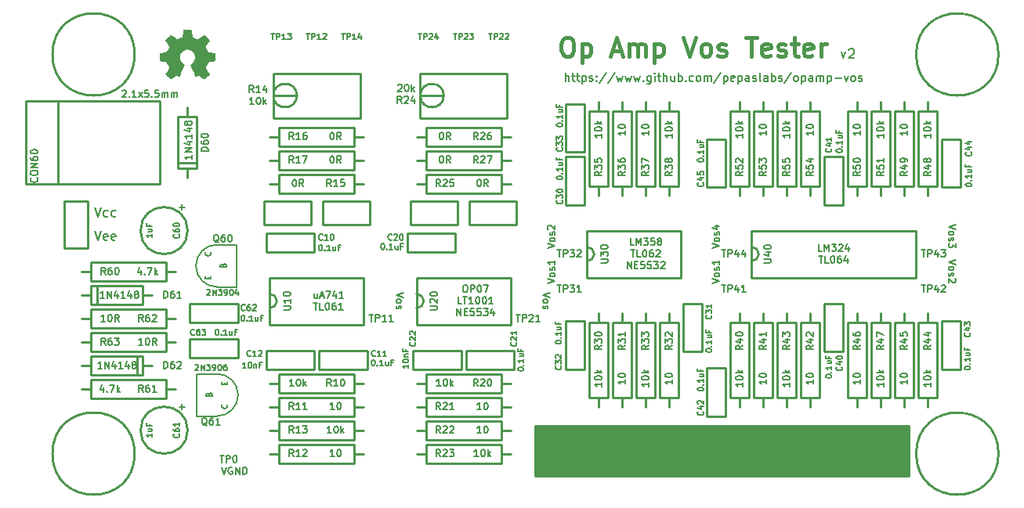
<source format=gto>
G04 (created by PCBNEW (22-Jun-2014 BZR 4027)-stable) date Sun 10 Jun 2018 01:14:33 AM CDT*
%MOIN*%
G04 Gerber Fmt 3.4, Leading zero omitted, Abs format*
%FSLAX34Y34*%
G01*
G70*
G90*
G04 APERTURE LIST*
%ADD10C,0.00393701*%
%ADD11C,0.006*%
%ADD12C,0.008*%
%ADD13C,0.007*%
%ADD14C,0.016*%
%ADD15C,0.00590551*%
%ADD16C,0.01*%
%ADD17C,0.0001*%
%ADD18C,0.005*%
G04 APERTURE END LIST*
G54D10*
G54D11*
X105428Y-60000D02*
X105128Y-60100D01*
X105428Y-60200D01*
X105128Y-60342D02*
X105142Y-60314D01*
X105157Y-60300D01*
X105185Y-60285D01*
X105271Y-60285D01*
X105300Y-60300D01*
X105314Y-60314D01*
X105328Y-60342D01*
X105328Y-60385D01*
X105314Y-60414D01*
X105300Y-60428D01*
X105271Y-60442D01*
X105185Y-60442D01*
X105157Y-60428D01*
X105142Y-60414D01*
X105128Y-60385D01*
X105128Y-60342D01*
X105142Y-60557D02*
X105128Y-60585D01*
X105128Y-60642D01*
X105142Y-60671D01*
X105171Y-60685D01*
X105185Y-60685D01*
X105214Y-60671D01*
X105228Y-60642D01*
X105228Y-60600D01*
X105242Y-60571D01*
X105271Y-60557D01*
X105285Y-60557D01*
X105314Y-60571D01*
X105328Y-60600D01*
X105328Y-60642D01*
X105314Y-60671D01*
X105428Y-60785D02*
X105428Y-60971D01*
X105314Y-60871D01*
X105314Y-60914D01*
X105300Y-60942D01*
X105285Y-60957D01*
X105257Y-60971D01*
X105185Y-60971D01*
X105157Y-60957D01*
X105142Y-60942D01*
X105128Y-60914D01*
X105128Y-60828D01*
X105142Y-60800D01*
X105157Y-60785D01*
X105428Y-61500D02*
X105128Y-61600D01*
X105428Y-61700D01*
X105128Y-61842D02*
X105142Y-61814D01*
X105157Y-61800D01*
X105185Y-61785D01*
X105271Y-61785D01*
X105300Y-61800D01*
X105314Y-61814D01*
X105328Y-61842D01*
X105328Y-61885D01*
X105314Y-61914D01*
X105300Y-61928D01*
X105271Y-61942D01*
X105185Y-61942D01*
X105157Y-61928D01*
X105142Y-61914D01*
X105128Y-61885D01*
X105128Y-61842D01*
X105142Y-62057D02*
X105128Y-62085D01*
X105128Y-62142D01*
X105142Y-62171D01*
X105171Y-62185D01*
X105185Y-62185D01*
X105214Y-62171D01*
X105228Y-62142D01*
X105228Y-62100D01*
X105242Y-62071D01*
X105271Y-62057D01*
X105285Y-62057D01*
X105314Y-62071D01*
X105328Y-62100D01*
X105328Y-62142D01*
X105314Y-62171D01*
X105400Y-62300D02*
X105414Y-62314D01*
X105428Y-62342D01*
X105428Y-62414D01*
X105414Y-62442D01*
X105400Y-62457D01*
X105371Y-62471D01*
X105342Y-62471D01*
X105300Y-62457D01*
X105128Y-62285D01*
X105128Y-62471D01*
X95071Y-61000D02*
X95371Y-60900D01*
X95071Y-60800D01*
X95371Y-60657D02*
X95357Y-60685D01*
X95342Y-60699D01*
X95314Y-60714D01*
X95228Y-60714D01*
X95200Y-60699D01*
X95185Y-60685D01*
X95171Y-60657D01*
X95171Y-60614D01*
X95185Y-60585D01*
X95200Y-60571D01*
X95228Y-60557D01*
X95314Y-60557D01*
X95342Y-60571D01*
X95357Y-60585D01*
X95371Y-60614D01*
X95371Y-60657D01*
X95357Y-60442D02*
X95371Y-60414D01*
X95371Y-60357D01*
X95357Y-60328D01*
X95328Y-60314D01*
X95314Y-60314D01*
X95285Y-60328D01*
X95271Y-60357D01*
X95271Y-60399D01*
X95257Y-60428D01*
X95228Y-60442D01*
X95214Y-60442D01*
X95185Y-60428D01*
X95171Y-60399D01*
X95171Y-60357D01*
X95185Y-60328D01*
X95171Y-60057D02*
X95371Y-60057D01*
X95057Y-60128D02*
X95271Y-60199D01*
X95271Y-60014D01*
X95071Y-62500D02*
X95371Y-62400D01*
X95071Y-62300D01*
X95371Y-62157D02*
X95357Y-62185D01*
X95342Y-62199D01*
X95314Y-62214D01*
X95228Y-62214D01*
X95200Y-62199D01*
X95185Y-62185D01*
X95171Y-62157D01*
X95171Y-62114D01*
X95185Y-62085D01*
X95200Y-62071D01*
X95228Y-62057D01*
X95314Y-62057D01*
X95342Y-62071D01*
X95357Y-62085D01*
X95371Y-62114D01*
X95371Y-62157D01*
X95357Y-61942D02*
X95371Y-61914D01*
X95371Y-61857D01*
X95357Y-61828D01*
X95328Y-61814D01*
X95314Y-61814D01*
X95285Y-61828D01*
X95271Y-61857D01*
X95271Y-61899D01*
X95257Y-61928D01*
X95228Y-61942D01*
X95214Y-61942D01*
X95185Y-61928D01*
X95171Y-61899D01*
X95171Y-61857D01*
X95185Y-61828D01*
X95371Y-61528D02*
X95371Y-61699D01*
X95371Y-61614D02*
X95071Y-61614D01*
X95114Y-61642D01*
X95142Y-61671D01*
X95157Y-61699D01*
X81928Y-62892D02*
X81628Y-62992D01*
X81928Y-63092D01*
X81628Y-63235D02*
X81642Y-63207D01*
X81657Y-63192D01*
X81685Y-63178D01*
X81771Y-63178D01*
X81800Y-63192D01*
X81814Y-63207D01*
X81828Y-63235D01*
X81828Y-63278D01*
X81814Y-63307D01*
X81800Y-63321D01*
X81771Y-63335D01*
X81685Y-63335D01*
X81657Y-63321D01*
X81642Y-63307D01*
X81628Y-63278D01*
X81628Y-63235D01*
X81642Y-63450D02*
X81628Y-63478D01*
X81628Y-63535D01*
X81642Y-63564D01*
X81671Y-63578D01*
X81685Y-63578D01*
X81714Y-63564D01*
X81728Y-63535D01*
X81728Y-63492D01*
X81742Y-63464D01*
X81771Y-63450D01*
X81785Y-63450D01*
X81814Y-63464D01*
X81828Y-63492D01*
X81828Y-63535D01*
X81814Y-63564D01*
X88178Y-62892D02*
X87878Y-62992D01*
X88178Y-63092D01*
X87878Y-63235D02*
X87892Y-63207D01*
X87907Y-63192D01*
X87935Y-63178D01*
X88021Y-63178D01*
X88050Y-63192D01*
X88064Y-63207D01*
X88078Y-63235D01*
X88078Y-63278D01*
X88064Y-63307D01*
X88050Y-63321D01*
X88021Y-63335D01*
X87935Y-63335D01*
X87907Y-63321D01*
X87892Y-63307D01*
X87878Y-63278D01*
X87878Y-63235D01*
X87892Y-63450D02*
X87878Y-63478D01*
X87878Y-63535D01*
X87892Y-63564D01*
X87921Y-63578D01*
X87935Y-63578D01*
X87964Y-63564D01*
X87978Y-63535D01*
X87978Y-63492D01*
X87992Y-63464D01*
X88021Y-63450D01*
X88035Y-63450D01*
X88064Y-63464D01*
X88078Y-63492D01*
X88078Y-63535D01*
X88064Y-63564D01*
X88071Y-62500D02*
X88371Y-62400D01*
X88071Y-62300D01*
X88371Y-62157D02*
X88357Y-62185D01*
X88342Y-62199D01*
X88314Y-62214D01*
X88228Y-62214D01*
X88200Y-62199D01*
X88185Y-62185D01*
X88171Y-62157D01*
X88171Y-62114D01*
X88185Y-62085D01*
X88200Y-62071D01*
X88228Y-62057D01*
X88314Y-62057D01*
X88342Y-62071D01*
X88357Y-62085D01*
X88371Y-62114D01*
X88371Y-62157D01*
X88357Y-61942D02*
X88371Y-61914D01*
X88371Y-61857D01*
X88357Y-61828D01*
X88328Y-61814D01*
X88314Y-61814D01*
X88285Y-61828D01*
X88271Y-61857D01*
X88271Y-61899D01*
X88257Y-61928D01*
X88228Y-61942D01*
X88214Y-61942D01*
X88185Y-61928D01*
X88171Y-61899D01*
X88171Y-61857D01*
X88185Y-61828D01*
X88371Y-61528D02*
X88371Y-61699D01*
X88371Y-61614D02*
X88071Y-61614D01*
X88114Y-61642D01*
X88142Y-61671D01*
X88157Y-61699D01*
X88071Y-61000D02*
X88371Y-60900D01*
X88071Y-60800D01*
X88371Y-60657D02*
X88357Y-60685D01*
X88342Y-60699D01*
X88314Y-60714D01*
X88228Y-60714D01*
X88200Y-60699D01*
X88185Y-60685D01*
X88171Y-60657D01*
X88171Y-60614D01*
X88185Y-60585D01*
X88200Y-60571D01*
X88228Y-60557D01*
X88314Y-60557D01*
X88342Y-60571D01*
X88357Y-60585D01*
X88371Y-60614D01*
X88371Y-60657D01*
X88357Y-60442D02*
X88371Y-60414D01*
X88371Y-60357D01*
X88357Y-60328D01*
X88328Y-60314D01*
X88314Y-60314D01*
X88285Y-60328D01*
X88271Y-60357D01*
X88271Y-60399D01*
X88257Y-60428D01*
X88228Y-60442D01*
X88214Y-60442D01*
X88185Y-60428D01*
X88171Y-60399D01*
X88171Y-60357D01*
X88185Y-60328D01*
X88100Y-60199D02*
X88085Y-60185D01*
X88071Y-60157D01*
X88071Y-60085D01*
X88085Y-60057D01*
X88100Y-60042D01*
X88128Y-60028D01*
X88157Y-60028D01*
X88200Y-60042D01*
X88371Y-60214D01*
X88371Y-60028D01*
X99614Y-61321D02*
X99785Y-61321D01*
X99700Y-61621D02*
X99700Y-61321D01*
X100028Y-61621D02*
X99885Y-61621D01*
X99885Y-61321D01*
X100185Y-61321D02*
X100214Y-61321D01*
X100242Y-61335D01*
X100257Y-61350D01*
X100271Y-61378D01*
X100285Y-61435D01*
X100285Y-61507D01*
X100271Y-61564D01*
X100257Y-61592D01*
X100242Y-61607D01*
X100214Y-61621D01*
X100185Y-61621D01*
X100157Y-61607D01*
X100142Y-61592D01*
X100128Y-61564D01*
X100114Y-61507D01*
X100114Y-61435D01*
X100128Y-61378D01*
X100142Y-61350D01*
X100157Y-61335D01*
X100185Y-61321D01*
X100542Y-61321D02*
X100485Y-61321D01*
X100457Y-61335D01*
X100442Y-61350D01*
X100414Y-61392D01*
X100400Y-61450D01*
X100400Y-61564D01*
X100414Y-61592D01*
X100428Y-61607D01*
X100457Y-61621D01*
X100514Y-61621D01*
X100542Y-61607D01*
X100557Y-61592D01*
X100571Y-61564D01*
X100571Y-61492D01*
X100557Y-61464D01*
X100542Y-61450D01*
X100514Y-61435D01*
X100457Y-61435D01*
X100428Y-61450D01*
X100414Y-61464D01*
X100400Y-61492D01*
X100828Y-61421D02*
X100828Y-61621D01*
X100757Y-61307D02*
X100685Y-61521D01*
X100871Y-61521D01*
X91457Y-61871D02*
X91457Y-61571D01*
X91628Y-61871D01*
X91628Y-61571D01*
X91771Y-61714D02*
X91871Y-61714D01*
X91914Y-61871D02*
X91771Y-61871D01*
X91771Y-61571D01*
X91914Y-61571D01*
X92185Y-61571D02*
X92042Y-61571D01*
X92028Y-61714D01*
X92042Y-61700D01*
X92071Y-61685D01*
X92142Y-61685D01*
X92171Y-61700D01*
X92185Y-61714D01*
X92200Y-61742D01*
X92200Y-61814D01*
X92185Y-61842D01*
X92171Y-61857D01*
X92142Y-61871D01*
X92071Y-61871D01*
X92042Y-61857D01*
X92028Y-61842D01*
X92471Y-61571D02*
X92328Y-61571D01*
X92314Y-61714D01*
X92328Y-61700D01*
X92357Y-61685D01*
X92428Y-61685D01*
X92457Y-61700D01*
X92471Y-61714D01*
X92485Y-61742D01*
X92485Y-61814D01*
X92471Y-61842D01*
X92457Y-61857D01*
X92428Y-61871D01*
X92357Y-61871D01*
X92328Y-61857D01*
X92314Y-61842D01*
X92585Y-61571D02*
X92771Y-61571D01*
X92671Y-61685D01*
X92714Y-61685D01*
X92742Y-61700D01*
X92757Y-61714D01*
X92771Y-61742D01*
X92771Y-61814D01*
X92757Y-61842D01*
X92742Y-61857D01*
X92714Y-61871D01*
X92628Y-61871D01*
X92600Y-61857D01*
X92585Y-61842D01*
X92885Y-61600D02*
X92900Y-61585D01*
X92928Y-61571D01*
X93000Y-61571D01*
X93028Y-61585D01*
X93042Y-61600D01*
X93057Y-61628D01*
X93057Y-61657D01*
X93042Y-61700D01*
X92871Y-61871D01*
X93057Y-61871D01*
X91614Y-61071D02*
X91785Y-61071D01*
X91700Y-61371D02*
X91700Y-61071D01*
X92028Y-61371D02*
X91885Y-61371D01*
X91885Y-61071D01*
X92185Y-61071D02*
X92214Y-61071D01*
X92242Y-61085D01*
X92257Y-61100D01*
X92271Y-61128D01*
X92285Y-61185D01*
X92285Y-61257D01*
X92271Y-61314D01*
X92257Y-61342D01*
X92242Y-61357D01*
X92214Y-61371D01*
X92185Y-61371D01*
X92157Y-61357D01*
X92142Y-61342D01*
X92128Y-61314D01*
X92114Y-61257D01*
X92114Y-61185D01*
X92128Y-61128D01*
X92142Y-61100D01*
X92157Y-61085D01*
X92185Y-61071D01*
X92542Y-61071D02*
X92485Y-61071D01*
X92457Y-61085D01*
X92442Y-61100D01*
X92414Y-61142D01*
X92400Y-61200D01*
X92400Y-61314D01*
X92414Y-61342D01*
X92428Y-61357D01*
X92457Y-61371D01*
X92514Y-61371D01*
X92542Y-61357D01*
X92557Y-61342D01*
X92571Y-61314D01*
X92571Y-61242D01*
X92557Y-61214D01*
X92542Y-61200D01*
X92514Y-61185D01*
X92457Y-61185D01*
X92428Y-61200D01*
X92414Y-61214D01*
X92400Y-61242D01*
X92685Y-61100D02*
X92700Y-61085D01*
X92728Y-61071D01*
X92800Y-61071D01*
X92828Y-61085D01*
X92842Y-61100D01*
X92857Y-61128D01*
X92857Y-61157D01*
X92842Y-61200D01*
X92671Y-61371D01*
X92857Y-61371D01*
X84207Y-63871D02*
X84207Y-63571D01*
X84378Y-63871D01*
X84378Y-63571D01*
X84521Y-63714D02*
X84621Y-63714D01*
X84664Y-63871D02*
X84521Y-63871D01*
X84521Y-63571D01*
X84664Y-63571D01*
X84935Y-63571D02*
X84792Y-63571D01*
X84778Y-63714D01*
X84792Y-63700D01*
X84821Y-63685D01*
X84892Y-63685D01*
X84921Y-63700D01*
X84935Y-63714D01*
X84950Y-63742D01*
X84950Y-63814D01*
X84935Y-63842D01*
X84921Y-63857D01*
X84892Y-63871D01*
X84821Y-63871D01*
X84792Y-63857D01*
X84778Y-63842D01*
X85221Y-63571D02*
X85078Y-63571D01*
X85064Y-63714D01*
X85078Y-63700D01*
X85107Y-63685D01*
X85178Y-63685D01*
X85207Y-63700D01*
X85221Y-63714D01*
X85235Y-63742D01*
X85235Y-63814D01*
X85221Y-63842D01*
X85207Y-63857D01*
X85178Y-63871D01*
X85107Y-63871D01*
X85078Y-63857D01*
X85064Y-63842D01*
X85335Y-63571D02*
X85521Y-63571D01*
X85421Y-63685D01*
X85464Y-63685D01*
X85492Y-63700D01*
X85507Y-63714D01*
X85521Y-63742D01*
X85521Y-63814D01*
X85507Y-63842D01*
X85492Y-63857D01*
X85464Y-63871D01*
X85378Y-63871D01*
X85350Y-63857D01*
X85335Y-63842D01*
X85778Y-63671D02*
X85778Y-63871D01*
X85707Y-63557D02*
X85635Y-63771D01*
X85821Y-63771D01*
X84407Y-63371D02*
X84264Y-63371D01*
X84264Y-63071D01*
X84464Y-63071D02*
X84635Y-63071D01*
X84550Y-63371D02*
X84550Y-63071D01*
X84892Y-63371D02*
X84721Y-63371D01*
X84807Y-63371D02*
X84807Y-63071D01*
X84778Y-63114D01*
X84750Y-63142D01*
X84721Y-63157D01*
X85078Y-63071D02*
X85107Y-63071D01*
X85135Y-63085D01*
X85150Y-63100D01*
X85164Y-63128D01*
X85178Y-63185D01*
X85178Y-63257D01*
X85164Y-63314D01*
X85150Y-63342D01*
X85135Y-63357D01*
X85107Y-63371D01*
X85078Y-63371D01*
X85050Y-63357D01*
X85035Y-63342D01*
X85021Y-63314D01*
X85007Y-63257D01*
X85007Y-63185D01*
X85021Y-63128D01*
X85035Y-63100D01*
X85050Y-63085D01*
X85078Y-63071D01*
X85364Y-63071D02*
X85392Y-63071D01*
X85421Y-63085D01*
X85435Y-63100D01*
X85450Y-63128D01*
X85464Y-63185D01*
X85464Y-63257D01*
X85450Y-63314D01*
X85435Y-63342D01*
X85421Y-63357D01*
X85392Y-63371D01*
X85364Y-63371D01*
X85335Y-63357D01*
X85321Y-63342D01*
X85307Y-63314D01*
X85292Y-63257D01*
X85292Y-63185D01*
X85307Y-63128D01*
X85321Y-63100D01*
X85335Y-63085D01*
X85364Y-63071D01*
X85749Y-63371D02*
X85578Y-63371D01*
X85664Y-63371D02*
X85664Y-63071D01*
X85635Y-63114D01*
X85607Y-63142D01*
X85578Y-63157D01*
X78114Y-63321D02*
X78285Y-63321D01*
X78200Y-63621D02*
X78200Y-63321D01*
X78528Y-63621D02*
X78385Y-63621D01*
X78385Y-63321D01*
X78685Y-63321D02*
X78714Y-63321D01*
X78742Y-63335D01*
X78757Y-63350D01*
X78771Y-63378D01*
X78785Y-63435D01*
X78785Y-63507D01*
X78771Y-63564D01*
X78757Y-63592D01*
X78742Y-63607D01*
X78714Y-63621D01*
X78685Y-63621D01*
X78657Y-63607D01*
X78642Y-63592D01*
X78628Y-63564D01*
X78614Y-63507D01*
X78614Y-63435D01*
X78628Y-63378D01*
X78642Y-63350D01*
X78657Y-63335D01*
X78685Y-63321D01*
X79042Y-63321D02*
X78985Y-63321D01*
X78957Y-63335D01*
X78942Y-63350D01*
X78914Y-63392D01*
X78900Y-63450D01*
X78900Y-63564D01*
X78914Y-63592D01*
X78928Y-63607D01*
X78957Y-63621D01*
X79014Y-63621D01*
X79042Y-63607D01*
X79057Y-63592D01*
X79071Y-63564D01*
X79071Y-63492D01*
X79057Y-63464D01*
X79042Y-63450D01*
X79014Y-63435D01*
X78957Y-63435D01*
X78928Y-63450D01*
X78914Y-63464D01*
X78900Y-63492D01*
X79357Y-63621D02*
X79185Y-63621D01*
X79271Y-63621D02*
X79271Y-63321D01*
X79242Y-63364D01*
X79214Y-63392D01*
X79185Y-63407D01*
G54D12*
X68788Y-60261D02*
X68921Y-60661D01*
X69054Y-60261D01*
X69340Y-60642D02*
X69302Y-60661D01*
X69226Y-60661D01*
X69188Y-60642D01*
X69169Y-60604D01*
X69169Y-60452D01*
X69188Y-60414D01*
X69226Y-60395D01*
X69302Y-60395D01*
X69340Y-60414D01*
X69359Y-60452D01*
X69359Y-60490D01*
X69169Y-60528D01*
X69683Y-60642D02*
X69645Y-60661D01*
X69569Y-60661D01*
X69530Y-60642D01*
X69511Y-60604D01*
X69511Y-60452D01*
X69530Y-60414D01*
X69569Y-60395D01*
X69645Y-60395D01*
X69683Y-60414D01*
X69702Y-60452D01*
X69702Y-60490D01*
X69511Y-60528D01*
G54D13*
X88833Y-53891D02*
X88833Y-53541D01*
X88983Y-53891D02*
X88983Y-53708D01*
X88966Y-53675D01*
X88933Y-53658D01*
X88883Y-53658D01*
X88850Y-53675D01*
X88833Y-53691D01*
X89100Y-53658D02*
X89233Y-53658D01*
X89150Y-53541D02*
X89150Y-53841D01*
X89166Y-53875D01*
X89200Y-53891D01*
X89233Y-53891D01*
X89300Y-53658D02*
X89433Y-53658D01*
X89350Y-53541D02*
X89350Y-53841D01*
X89366Y-53875D01*
X89400Y-53891D01*
X89433Y-53891D01*
X89550Y-53658D02*
X89550Y-54008D01*
X89550Y-53675D02*
X89583Y-53658D01*
X89650Y-53658D01*
X89683Y-53675D01*
X89700Y-53691D01*
X89716Y-53725D01*
X89716Y-53825D01*
X89700Y-53858D01*
X89683Y-53875D01*
X89650Y-53891D01*
X89583Y-53891D01*
X89550Y-53875D01*
X89849Y-53875D02*
X89883Y-53891D01*
X89949Y-53891D01*
X89983Y-53875D01*
X89999Y-53841D01*
X89999Y-53825D01*
X89983Y-53791D01*
X89949Y-53775D01*
X89899Y-53775D01*
X89866Y-53758D01*
X89849Y-53725D01*
X89849Y-53708D01*
X89866Y-53675D01*
X89899Y-53658D01*
X89949Y-53658D01*
X89983Y-53675D01*
X90150Y-53858D02*
X90166Y-53875D01*
X90150Y-53891D01*
X90133Y-53875D01*
X90150Y-53858D01*
X90150Y-53891D01*
X90150Y-53675D02*
X90166Y-53691D01*
X90150Y-53708D01*
X90133Y-53691D01*
X90150Y-53675D01*
X90150Y-53708D01*
X90566Y-53525D02*
X90266Y-53975D01*
X90933Y-53525D02*
X90633Y-53975D01*
X91016Y-53658D02*
X91083Y-53891D01*
X91149Y-53725D01*
X91216Y-53891D01*
X91283Y-53658D01*
X91383Y-53658D02*
X91449Y-53891D01*
X91516Y-53725D01*
X91583Y-53891D01*
X91649Y-53658D01*
X91749Y-53658D02*
X91816Y-53891D01*
X91883Y-53725D01*
X91949Y-53891D01*
X92016Y-53658D01*
X92149Y-53858D02*
X92166Y-53875D01*
X92149Y-53891D01*
X92133Y-53875D01*
X92149Y-53858D01*
X92149Y-53891D01*
X92466Y-53658D02*
X92466Y-53941D01*
X92449Y-53975D01*
X92433Y-53991D01*
X92399Y-54008D01*
X92349Y-54008D01*
X92316Y-53991D01*
X92466Y-53875D02*
X92433Y-53891D01*
X92366Y-53891D01*
X92333Y-53875D01*
X92316Y-53858D01*
X92299Y-53825D01*
X92299Y-53725D01*
X92316Y-53691D01*
X92333Y-53675D01*
X92366Y-53658D01*
X92433Y-53658D01*
X92466Y-53675D01*
X92633Y-53891D02*
X92633Y-53658D01*
X92633Y-53541D02*
X92616Y-53558D01*
X92633Y-53575D01*
X92649Y-53558D01*
X92633Y-53541D01*
X92633Y-53575D01*
X92749Y-53658D02*
X92883Y-53658D01*
X92799Y-53541D02*
X92799Y-53841D01*
X92816Y-53875D01*
X92849Y-53891D01*
X92883Y-53891D01*
X92999Y-53891D02*
X92999Y-53541D01*
X93149Y-53891D02*
X93149Y-53708D01*
X93133Y-53675D01*
X93099Y-53658D01*
X93049Y-53658D01*
X93016Y-53675D01*
X92999Y-53691D01*
X93466Y-53658D02*
X93466Y-53891D01*
X93316Y-53658D02*
X93316Y-53841D01*
X93333Y-53875D01*
X93366Y-53891D01*
X93416Y-53891D01*
X93449Y-53875D01*
X93466Y-53858D01*
X93633Y-53891D02*
X93633Y-53541D01*
X93633Y-53675D02*
X93666Y-53658D01*
X93733Y-53658D01*
X93766Y-53675D01*
X93783Y-53691D01*
X93799Y-53725D01*
X93799Y-53825D01*
X93783Y-53858D01*
X93766Y-53875D01*
X93733Y-53891D01*
X93666Y-53891D01*
X93633Y-53875D01*
X93949Y-53858D02*
X93966Y-53875D01*
X93949Y-53891D01*
X93933Y-53875D01*
X93949Y-53858D01*
X93949Y-53891D01*
X94266Y-53875D02*
X94233Y-53891D01*
X94166Y-53891D01*
X94133Y-53875D01*
X94116Y-53858D01*
X94099Y-53825D01*
X94099Y-53725D01*
X94116Y-53691D01*
X94133Y-53675D01*
X94166Y-53658D01*
X94233Y-53658D01*
X94266Y-53675D01*
X94466Y-53891D02*
X94433Y-53875D01*
X94416Y-53858D01*
X94399Y-53825D01*
X94399Y-53725D01*
X94416Y-53691D01*
X94433Y-53675D01*
X94466Y-53658D01*
X94516Y-53658D01*
X94549Y-53675D01*
X94566Y-53691D01*
X94583Y-53725D01*
X94583Y-53825D01*
X94566Y-53858D01*
X94549Y-53875D01*
X94516Y-53891D01*
X94466Y-53891D01*
X94733Y-53891D02*
X94733Y-53658D01*
X94733Y-53691D02*
X94749Y-53675D01*
X94783Y-53658D01*
X94833Y-53658D01*
X94866Y-53675D01*
X94883Y-53708D01*
X94883Y-53891D01*
X94883Y-53708D02*
X94899Y-53675D01*
X94933Y-53658D01*
X94983Y-53658D01*
X95016Y-53675D01*
X95033Y-53708D01*
X95033Y-53891D01*
X95449Y-53525D02*
X95149Y-53975D01*
X95566Y-53658D02*
X95566Y-54008D01*
X95566Y-53675D02*
X95599Y-53658D01*
X95666Y-53658D01*
X95699Y-53675D01*
X95716Y-53691D01*
X95733Y-53725D01*
X95733Y-53825D01*
X95716Y-53858D01*
X95699Y-53875D01*
X95666Y-53891D01*
X95599Y-53891D01*
X95566Y-53875D01*
X96016Y-53875D02*
X95983Y-53891D01*
X95916Y-53891D01*
X95883Y-53875D01*
X95866Y-53841D01*
X95866Y-53708D01*
X95883Y-53675D01*
X95916Y-53658D01*
X95983Y-53658D01*
X96016Y-53675D01*
X96033Y-53708D01*
X96033Y-53741D01*
X95866Y-53775D01*
X96183Y-53658D02*
X96183Y-54008D01*
X96183Y-53675D02*
X96216Y-53658D01*
X96283Y-53658D01*
X96316Y-53675D01*
X96333Y-53691D01*
X96349Y-53725D01*
X96349Y-53825D01*
X96333Y-53858D01*
X96316Y-53875D01*
X96283Y-53891D01*
X96216Y-53891D01*
X96183Y-53875D01*
X96649Y-53891D02*
X96649Y-53708D01*
X96633Y-53675D01*
X96599Y-53658D01*
X96533Y-53658D01*
X96499Y-53675D01*
X96649Y-53875D02*
X96616Y-53891D01*
X96533Y-53891D01*
X96499Y-53875D01*
X96483Y-53841D01*
X96483Y-53808D01*
X96499Y-53775D01*
X96533Y-53758D01*
X96616Y-53758D01*
X96649Y-53741D01*
X96799Y-53875D02*
X96833Y-53891D01*
X96899Y-53891D01*
X96933Y-53875D01*
X96949Y-53841D01*
X96949Y-53825D01*
X96933Y-53791D01*
X96899Y-53775D01*
X96849Y-53775D01*
X96816Y-53758D01*
X96799Y-53725D01*
X96799Y-53708D01*
X96816Y-53675D01*
X96849Y-53658D01*
X96899Y-53658D01*
X96933Y-53675D01*
X97149Y-53891D02*
X97116Y-53875D01*
X97099Y-53841D01*
X97099Y-53541D01*
X97433Y-53891D02*
X97433Y-53708D01*
X97416Y-53675D01*
X97383Y-53658D01*
X97316Y-53658D01*
X97283Y-53675D01*
X97433Y-53875D02*
X97399Y-53891D01*
X97316Y-53891D01*
X97283Y-53875D01*
X97266Y-53841D01*
X97266Y-53808D01*
X97283Y-53775D01*
X97316Y-53758D01*
X97399Y-53758D01*
X97433Y-53741D01*
X97599Y-53891D02*
X97599Y-53541D01*
X97599Y-53675D02*
X97633Y-53658D01*
X97699Y-53658D01*
X97733Y-53675D01*
X97749Y-53691D01*
X97766Y-53725D01*
X97766Y-53825D01*
X97749Y-53858D01*
X97733Y-53875D01*
X97699Y-53891D01*
X97633Y-53891D01*
X97599Y-53875D01*
X97899Y-53875D02*
X97933Y-53891D01*
X97999Y-53891D01*
X98033Y-53875D01*
X98049Y-53841D01*
X98049Y-53825D01*
X98033Y-53791D01*
X97999Y-53775D01*
X97949Y-53775D01*
X97916Y-53758D01*
X97899Y-53725D01*
X97899Y-53708D01*
X97916Y-53675D01*
X97949Y-53658D01*
X97999Y-53658D01*
X98033Y-53675D01*
X98449Y-53525D02*
X98149Y-53975D01*
X98616Y-53891D02*
X98583Y-53875D01*
X98566Y-53858D01*
X98549Y-53825D01*
X98549Y-53725D01*
X98566Y-53691D01*
X98583Y-53675D01*
X98616Y-53658D01*
X98666Y-53658D01*
X98699Y-53675D01*
X98716Y-53691D01*
X98733Y-53725D01*
X98733Y-53825D01*
X98716Y-53858D01*
X98699Y-53875D01*
X98666Y-53891D01*
X98616Y-53891D01*
X98883Y-53658D02*
X98883Y-54008D01*
X98883Y-53675D02*
X98916Y-53658D01*
X98983Y-53658D01*
X99016Y-53675D01*
X99033Y-53691D01*
X99049Y-53725D01*
X99049Y-53825D01*
X99033Y-53858D01*
X99016Y-53875D01*
X98983Y-53891D01*
X98916Y-53891D01*
X98883Y-53875D01*
X99349Y-53891D02*
X99349Y-53708D01*
X99333Y-53675D01*
X99299Y-53658D01*
X99233Y-53658D01*
X99199Y-53675D01*
X99349Y-53875D02*
X99316Y-53891D01*
X99233Y-53891D01*
X99199Y-53875D01*
X99183Y-53841D01*
X99183Y-53808D01*
X99199Y-53775D01*
X99233Y-53758D01*
X99316Y-53758D01*
X99349Y-53741D01*
X99516Y-53891D02*
X99516Y-53658D01*
X99516Y-53691D02*
X99533Y-53675D01*
X99566Y-53658D01*
X99616Y-53658D01*
X99649Y-53675D01*
X99666Y-53708D01*
X99666Y-53891D01*
X99666Y-53708D02*
X99683Y-53675D01*
X99716Y-53658D01*
X99766Y-53658D01*
X99799Y-53675D01*
X99816Y-53708D01*
X99816Y-53891D01*
X99983Y-53658D02*
X99983Y-54008D01*
X99983Y-53675D02*
X100016Y-53658D01*
X100083Y-53658D01*
X100116Y-53675D01*
X100133Y-53691D01*
X100149Y-53725D01*
X100149Y-53825D01*
X100133Y-53858D01*
X100116Y-53875D01*
X100083Y-53891D01*
X100016Y-53891D01*
X99983Y-53875D01*
X100299Y-53758D02*
X100566Y-53758D01*
X100699Y-53658D02*
X100783Y-53891D01*
X100866Y-53658D01*
X101049Y-53891D02*
X101016Y-53875D01*
X100999Y-53858D01*
X100983Y-53825D01*
X100983Y-53725D01*
X100999Y-53691D01*
X101016Y-53675D01*
X101049Y-53658D01*
X101099Y-53658D01*
X101133Y-53675D01*
X101149Y-53691D01*
X101166Y-53725D01*
X101166Y-53825D01*
X101149Y-53858D01*
X101133Y-53875D01*
X101099Y-53891D01*
X101049Y-53891D01*
X101299Y-53875D02*
X101333Y-53891D01*
X101399Y-53891D01*
X101433Y-53875D01*
X101449Y-53841D01*
X101449Y-53825D01*
X101433Y-53791D01*
X101399Y-53775D01*
X101349Y-53775D01*
X101316Y-53758D01*
X101299Y-53725D01*
X101299Y-53708D01*
X101316Y-53675D01*
X101349Y-53658D01*
X101399Y-53658D01*
X101433Y-53675D01*
G54D12*
X100557Y-52645D02*
X100652Y-52911D01*
X100747Y-52645D01*
X100880Y-52550D02*
X100900Y-52530D01*
X100938Y-52511D01*
X101033Y-52511D01*
X101071Y-52530D01*
X101090Y-52550D01*
X101109Y-52588D01*
X101109Y-52626D01*
X101090Y-52683D01*
X100861Y-52911D01*
X101109Y-52911D01*
G54D14*
X88842Y-52023D02*
X88995Y-52023D01*
X89071Y-52061D01*
X89147Y-52138D01*
X89185Y-52290D01*
X89185Y-52557D01*
X89147Y-52709D01*
X89071Y-52785D01*
X88995Y-52823D01*
X88842Y-52823D01*
X88766Y-52785D01*
X88690Y-52709D01*
X88652Y-52557D01*
X88652Y-52290D01*
X88690Y-52138D01*
X88766Y-52061D01*
X88842Y-52023D01*
X89528Y-52290D02*
X89528Y-53090D01*
X89528Y-52328D02*
X89604Y-52290D01*
X89757Y-52290D01*
X89833Y-52328D01*
X89871Y-52366D01*
X89909Y-52442D01*
X89909Y-52671D01*
X89871Y-52747D01*
X89833Y-52785D01*
X89757Y-52823D01*
X89604Y-52823D01*
X89528Y-52785D01*
X90823Y-52595D02*
X91204Y-52595D01*
X90747Y-52823D02*
X91014Y-52023D01*
X91280Y-52823D01*
X91547Y-52823D02*
X91547Y-52290D01*
X91547Y-52366D02*
X91585Y-52328D01*
X91661Y-52290D01*
X91776Y-52290D01*
X91852Y-52328D01*
X91890Y-52404D01*
X91890Y-52823D01*
X91890Y-52404D02*
X91928Y-52328D01*
X92004Y-52290D01*
X92119Y-52290D01*
X92195Y-52328D01*
X92233Y-52404D01*
X92233Y-52823D01*
X92614Y-52290D02*
X92614Y-53090D01*
X92614Y-52328D02*
X92690Y-52290D01*
X92842Y-52290D01*
X92919Y-52328D01*
X92957Y-52366D01*
X92995Y-52442D01*
X92995Y-52671D01*
X92957Y-52747D01*
X92919Y-52785D01*
X92842Y-52823D01*
X92690Y-52823D01*
X92614Y-52785D01*
X93833Y-52023D02*
X94099Y-52823D01*
X94366Y-52023D01*
X94747Y-52823D02*
X94671Y-52785D01*
X94633Y-52747D01*
X94595Y-52671D01*
X94595Y-52442D01*
X94633Y-52366D01*
X94671Y-52328D01*
X94747Y-52290D01*
X94861Y-52290D01*
X94938Y-52328D01*
X94976Y-52366D01*
X95014Y-52442D01*
X95014Y-52671D01*
X94976Y-52747D01*
X94938Y-52785D01*
X94861Y-52823D01*
X94747Y-52823D01*
X95319Y-52785D02*
X95395Y-52823D01*
X95547Y-52823D01*
X95623Y-52785D01*
X95661Y-52709D01*
X95661Y-52671D01*
X95623Y-52595D01*
X95547Y-52557D01*
X95433Y-52557D01*
X95357Y-52519D01*
X95319Y-52442D01*
X95319Y-52404D01*
X95357Y-52328D01*
X95433Y-52290D01*
X95547Y-52290D01*
X95623Y-52328D01*
X96499Y-52023D02*
X96957Y-52023D01*
X96728Y-52823D02*
X96728Y-52023D01*
X97528Y-52785D02*
X97452Y-52823D01*
X97299Y-52823D01*
X97223Y-52785D01*
X97185Y-52709D01*
X97185Y-52404D01*
X97223Y-52328D01*
X97299Y-52290D01*
X97452Y-52290D01*
X97528Y-52328D01*
X97566Y-52404D01*
X97566Y-52480D01*
X97185Y-52557D01*
X97871Y-52785D02*
X97947Y-52823D01*
X98099Y-52823D01*
X98176Y-52785D01*
X98214Y-52709D01*
X98214Y-52671D01*
X98176Y-52595D01*
X98099Y-52557D01*
X97985Y-52557D01*
X97909Y-52519D01*
X97871Y-52442D01*
X97871Y-52404D01*
X97909Y-52328D01*
X97985Y-52290D01*
X98099Y-52290D01*
X98176Y-52328D01*
X98442Y-52290D02*
X98747Y-52290D01*
X98557Y-52023D02*
X98557Y-52709D01*
X98595Y-52785D01*
X98671Y-52823D01*
X98747Y-52823D01*
X99319Y-52785D02*
X99242Y-52823D01*
X99090Y-52823D01*
X99014Y-52785D01*
X98976Y-52709D01*
X98976Y-52404D01*
X99014Y-52328D01*
X99090Y-52290D01*
X99242Y-52290D01*
X99319Y-52328D01*
X99357Y-52404D01*
X99357Y-52480D01*
X98976Y-52557D01*
X99699Y-52823D02*
X99699Y-52290D01*
X99699Y-52442D02*
X99738Y-52366D01*
X99776Y-52328D01*
X99852Y-52290D01*
X99928Y-52290D01*
G54D11*
X74192Y-70321D02*
X74292Y-70621D01*
X74392Y-70321D01*
X74650Y-70335D02*
X74621Y-70321D01*
X74578Y-70321D01*
X74535Y-70335D01*
X74507Y-70364D01*
X74492Y-70392D01*
X74478Y-70450D01*
X74478Y-70492D01*
X74492Y-70550D01*
X74507Y-70578D01*
X74535Y-70607D01*
X74578Y-70621D01*
X74607Y-70621D01*
X74650Y-70607D01*
X74664Y-70592D01*
X74664Y-70492D01*
X74607Y-70492D01*
X74792Y-70621D02*
X74792Y-70321D01*
X74964Y-70621D01*
X74964Y-70321D01*
X75107Y-70621D02*
X75107Y-70321D01*
X75178Y-70321D01*
X75221Y-70335D01*
X75250Y-70364D01*
X75264Y-70392D01*
X75278Y-70450D01*
X75278Y-70492D01*
X75264Y-70550D01*
X75250Y-70578D01*
X75221Y-70607D01*
X75178Y-70621D01*
X75107Y-70621D01*
G54D12*
X68788Y-59261D02*
X68921Y-59661D01*
X69054Y-59261D01*
X69359Y-59642D02*
X69321Y-59661D01*
X69245Y-59661D01*
X69207Y-59642D01*
X69188Y-59623D01*
X69169Y-59585D01*
X69169Y-59471D01*
X69188Y-59433D01*
X69207Y-59414D01*
X69245Y-59395D01*
X69321Y-59395D01*
X69359Y-59414D01*
X69702Y-59642D02*
X69664Y-59661D01*
X69588Y-59661D01*
X69550Y-59642D01*
X69530Y-59623D01*
X69511Y-59585D01*
X69511Y-59471D01*
X69530Y-59433D01*
X69550Y-59414D01*
X69588Y-59395D01*
X69664Y-59395D01*
X69702Y-59414D01*
G54D15*
X74000Y-66350D02*
X73150Y-66350D01*
X73150Y-66350D02*
X73150Y-68150D01*
X73150Y-68150D02*
X74000Y-68150D01*
X74000Y-68150D02*
G75*
G03X74900Y-67250I0J900D01*
G74*
G01*
X74900Y-67250D02*
G75*
G03X74000Y-66350I-900J0D01*
G74*
G01*
X74000Y-62650D02*
X74850Y-62650D01*
X74850Y-62650D02*
X74850Y-60850D01*
X74850Y-60850D02*
X74000Y-60850D01*
X74000Y-60850D02*
G75*
G03X73100Y-61750I0J-900D01*
G74*
G01*
X73100Y-61750D02*
G75*
G03X74000Y-62650I900J0D01*
G74*
G01*
G54D16*
X68500Y-59000D02*
X68500Y-61000D01*
X68500Y-61000D02*
X67500Y-61000D01*
X67500Y-61000D02*
X67500Y-59000D01*
X67500Y-59000D02*
X68500Y-59000D01*
X76000Y-59000D02*
X78000Y-59000D01*
X78000Y-59000D02*
X78000Y-60000D01*
X78000Y-60000D02*
X76000Y-60000D01*
X76000Y-60000D02*
X76000Y-59000D01*
X78500Y-59000D02*
X80500Y-59000D01*
X80500Y-59000D02*
X80500Y-60000D01*
X80500Y-60000D02*
X78500Y-60000D01*
X78500Y-60000D02*
X78500Y-59000D01*
X86750Y-60000D02*
X84750Y-60000D01*
X84750Y-60000D02*
X84750Y-59000D01*
X84750Y-59000D02*
X86750Y-59000D01*
X86750Y-59000D02*
X86750Y-60000D01*
X84250Y-60000D02*
X82250Y-60000D01*
X82250Y-60000D02*
X82250Y-59000D01*
X82250Y-59000D02*
X84250Y-59000D01*
X84250Y-59000D02*
X84250Y-60000D01*
X76250Y-67750D02*
X76650Y-67750D01*
X76650Y-67750D02*
X76650Y-67350D01*
X76650Y-67350D02*
X79850Y-67350D01*
X79850Y-67350D02*
X79850Y-68150D01*
X79850Y-68150D02*
X76650Y-68150D01*
X76650Y-68150D02*
X76650Y-67750D01*
X80250Y-67750D02*
X79850Y-67750D01*
X82500Y-69750D02*
X82900Y-69750D01*
X82900Y-69750D02*
X82900Y-69350D01*
X82900Y-69350D02*
X86100Y-69350D01*
X86100Y-69350D02*
X86100Y-70150D01*
X86100Y-70150D02*
X82900Y-70150D01*
X82900Y-70150D02*
X82900Y-69750D01*
X86500Y-69750D02*
X86100Y-69750D01*
X82500Y-58250D02*
X82900Y-58250D01*
X82900Y-58250D02*
X82900Y-57850D01*
X82900Y-57850D02*
X86100Y-57850D01*
X86100Y-57850D02*
X86100Y-58650D01*
X86100Y-58650D02*
X82900Y-58650D01*
X82900Y-58650D02*
X82900Y-58250D01*
X86500Y-58250D02*
X86100Y-58250D01*
X82500Y-68750D02*
X82900Y-68750D01*
X82900Y-68750D02*
X82900Y-68350D01*
X82900Y-68350D02*
X86100Y-68350D01*
X86100Y-68350D02*
X86100Y-69150D01*
X86100Y-69150D02*
X82900Y-69150D01*
X82900Y-69150D02*
X82900Y-68750D01*
X86500Y-68750D02*
X86100Y-68750D01*
X96250Y-63750D02*
X96250Y-64150D01*
X96250Y-64150D02*
X96650Y-64150D01*
X96650Y-64150D02*
X96650Y-67350D01*
X96650Y-67350D02*
X95850Y-67350D01*
X95850Y-67350D02*
X95850Y-64150D01*
X95850Y-64150D02*
X96250Y-64150D01*
X96250Y-67750D02*
X96250Y-67350D01*
X97250Y-63750D02*
X97250Y-64150D01*
X97250Y-64150D02*
X97650Y-64150D01*
X97650Y-64150D02*
X97650Y-67350D01*
X97650Y-67350D02*
X96850Y-67350D01*
X96850Y-67350D02*
X96850Y-64150D01*
X96850Y-64150D02*
X97250Y-64150D01*
X97250Y-67750D02*
X97250Y-67350D01*
X99250Y-63750D02*
X99250Y-64150D01*
X99250Y-64150D02*
X99650Y-64150D01*
X99650Y-64150D02*
X99650Y-67350D01*
X99650Y-67350D02*
X98850Y-67350D01*
X98850Y-67350D02*
X98850Y-64150D01*
X98850Y-64150D02*
X99250Y-64150D01*
X99250Y-67750D02*
X99250Y-67350D01*
X98250Y-63750D02*
X98250Y-64150D01*
X98250Y-64150D02*
X98650Y-64150D01*
X98650Y-64150D02*
X98650Y-67350D01*
X98650Y-67350D02*
X97850Y-67350D01*
X97850Y-67350D02*
X97850Y-64150D01*
X97850Y-64150D02*
X98250Y-64150D01*
X98250Y-67750D02*
X98250Y-67350D01*
X104250Y-63750D02*
X104250Y-64150D01*
X104250Y-64150D02*
X104650Y-64150D01*
X104650Y-64150D02*
X104650Y-67350D01*
X104650Y-67350D02*
X103850Y-67350D01*
X103850Y-67350D02*
X103850Y-64150D01*
X103850Y-64150D02*
X104250Y-64150D01*
X104250Y-67750D02*
X104250Y-67350D01*
X103250Y-63750D02*
X103250Y-64150D01*
X103250Y-64150D02*
X103650Y-64150D01*
X103650Y-64150D02*
X103650Y-67350D01*
X103650Y-67350D02*
X102850Y-67350D01*
X102850Y-67350D02*
X102850Y-64150D01*
X102850Y-64150D02*
X103250Y-64150D01*
X103250Y-67750D02*
X103250Y-67350D01*
X101250Y-63750D02*
X101250Y-64150D01*
X101250Y-64150D02*
X101650Y-64150D01*
X101650Y-64150D02*
X101650Y-67350D01*
X101650Y-67350D02*
X100850Y-67350D01*
X100850Y-67350D02*
X100850Y-64150D01*
X100850Y-64150D02*
X101250Y-64150D01*
X101250Y-67750D02*
X101250Y-67350D01*
X102250Y-63750D02*
X102250Y-64150D01*
X102250Y-64150D02*
X102650Y-64150D01*
X102650Y-64150D02*
X102650Y-67350D01*
X102650Y-67350D02*
X101850Y-67350D01*
X101850Y-67350D02*
X101850Y-64150D01*
X101850Y-64150D02*
X102250Y-64150D01*
X102250Y-67750D02*
X102250Y-67350D01*
X104250Y-58750D02*
X104250Y-58350D01*
X104250Y-58350D02*
X103850Y-58350D01*
X103850Y-58350D02*
X103850Y-55150D01*
X103850Y-55150D02*
X104650Y-55150D01*
X104650Y-55150D02*
X104650Y-58350D01*
X104650Y-58350D02*
X104250Y-58350D01*
X104250Y-54750D02*
X104250Y-55150D01*
X103250Y-58750D02*
X103250Y-58350D01*
X103250Y-58350D02*
X102850Y-58350D01*
X102850Y-58350D02*
X102850Y-55150D01*
X102850Y-55150D02*
X103650Y-55150D01*
X103650Y-55150D02*
X103650Y-58350D01*
X103650Y-58350D02*
X103250Y-58350D01*
X103250Y-54750D02*
X103250Y-55150D01*
X101250Y-58750D02*
X101250Y-58350D01*
X101250Y-58350D02*
X100850Y-58350D01*
X100850Y-58350D02*
X100850Y-55150D01*
X100850Y-55150D02*
X101650Y-55150D01*
X101650Y-55150D02*
X101650Y-58350D01*
X101650Y-58350D02*
X101250Y-58350D01*
X101250Y-54750D02*
X101250Y-55150D01*
X102250Y-58750D02*
X102250Y-58350D01*
X102250Y-58350D02*
X101850Y-58350D01*
X101850Y-58350D02*
X101850Y-55150D01*
X101850Y-55150D02*
X102650Y-55150D01*
X102650Y-55150D02*
X102650Y-58350D01*
X102650Y-58350D02*
X102250Y-58350D01*
X102250Y-54750D02*
X102250Y-55150D01*
X96250Y-58750D02*
X96250Y-58350D01*
X96250Y-58350D02*
X95850Y-58350D01*
X95850Y-58350D02*
X95850Y-55150D01*
X95850Y-55150D02*
X96650Y-55150D01*
X96650Y-55150D02*
X96650Y-58350D01*
X96650Y-58350D02*
X96250Y-58350D01*
X96250Y-54750D02*
X96250Y-55150D01*
X97250Y-58750D02*
X97250Y-58350D01*
X97250Y-58350D02*
X96850Y-58350D01*
X96850Y-58350D02*
X96850Y-55150D01*
X96850Y-55150D02*
X97650Y-55150D01*
X97650Y-55150D02*
X97650Y-58350D01*
X97650Y-58350D02*
X97250Y-58350D01*
X97250Y-54750D02*
X97250Y-55150D01*
X99250Y-58750D02*
X99250Y-58350D01*
X99250Y-58350D02*
X98850Y-58350D01*
X98850Y-58350D02*
X98850Y-55150D01*
X98850Y-55150D02*
X99650Y-55150D01*
X99650Y-55150D02*
X99650Y-58350D01*
X99650Y-58350D02*
X99250Y-58350D01*
X99250Y-54750D02*
X99250Y-55150D01*
X98250Y-58750D02*
X98250Y-58350D01*
X98250Y-58350D02*
X97850Y-58350D01*
X97850Y-58350D02*
X97850Y-55150D01*
X97850Y-55150D02*
X98650Y-55150D01*
X98650Y-55150D02*
X98650Y-58350D01*
X98650Y-58350D02*
X98250Y-58350D01*
X98250Y-54750D02*
X98250Y-55150D01*
X91250Y-63750D02*
X91250Y-64150D01*
X91250Y-64150D02*
X91650Y-64150D01*
X91650Y-64150D02*
X91650Y-67350D01*
X91650Y-67350D02*
X90850Y-67350D01*
X90850Y-67350D02*
X90850Y-64150D01*
X90850Y-64150D02*
X91250Y-64150D01*
X91250Y-67750D02*
X91250Y-67350D01*
X80250Y-66750D02*
X79850Y-66750D01*
X79850Y-66750D02*
X79850Y-67150D01*
X79850Y-67150D02*
X76650Y-67150D01*
X76650Y-67150D02*
X76650Y-66350D01*
X76650Y-66350D02*
X79850Y-66350D01*
X79850Y-66350D02*
X79850Y-66750D01*
X76250Y-66750D02*
X76650Y-66750D01*
X76250Y-69750D02*
X76650Y-69750D01*
X76650Y-69750D02*
X76650Y-69350D01*
X76650Y-69350D02*
X79850Y-69350D01*
X79850Y-69350D02*
X79850Y-70150D01*
X79850Y-70150D02*
X76650Y-70150D01*
X76650Y-70150D02*
X76650Y-69750D01*
X80250Y-69750D02*
X79850Y-69750D01*
X76250Y-68750D02*
X76650Y-68750D01*
X76650Y-68750D02*
X76650Y-68350D01*
X76650Y-68350D02*
X79850Y-68350D01*
X79850Y-68350D02*
X79850Y-69150D01*
X79850Y-69150D02*
X76650Y-69150D01*
X76650Y-69150D02*
X76650Y-68750D01*
X80250Y-68750D02*
X79850Y-68750D01*
X68250Y-62000D02*
X68650Y-62000D01*
X68650Y-62000D02*
X68650Y-61600D01*
X68650Y-61600D02*
X71850Y-61600D01*
X71850Y-61600D02*
X71850Y-62400D01*
X71850Y-62400D02*
X68650Y-62400D01*
X68650Y-62400D02*
X68650Y-62000D01*
X72250Y-62000D02*
X71850Y-62000D01*
X72250Y-67000D02*
X71850Y-67000D01*
X71850Y-67000D02*
X71850Y-67400D01*
X71850Y-67400D02*
X68650Y-67400D01*
X68650Y-67400D02*
X68650Y-66600D01*
X68650Y-66600D02*
X71850Y-66600D01*
X71850Y-66600D02*
X71850Y-67000D01*
X68250Y-67000D02*
X68650Y-67000D01*
X72250Y-64000D02*
X71850Y-64000D01*
X71850Y-64000D02*
X71850Y-64400D01*
X71850Y-64400D02*
X68650Y-64400D01*
X68650Y-64400D02*
X68650Y-63600D01*
X68650Y-63600D02*
X71850Y-63600D01*
X71850Y-63600D02*
X71850Y-64000D01*
X68250Y-64000D02*
X68650Y-64000D01*
X68250Y-65000D02*
X68650Y-65000D01*
X68650Y-65000D02*
X68650Y-64600D01*
X68650Y-64600D02*
X71850Y-64600D01*
X71850Y-64600D02*
X71850Y-65400D01*
X71850Y-65400D02*
X68650Y-65400D01*
X68650Y-65400D02*
X68650Y-65000D01*
X72250Y-65000D02*
X71850Y-65000D01*
X90250Y-63750D02*
X90250Y-64150D01*
X90250Y-64150D02*
X90650Y-64150D01*
X90650Y-64150D02*
X90650Y-67350D01*
X90650Y-67350D02*
X89850Y-67350D01*
X89850Y-67350D02*
X89850Y-64150D01*
X89850Y-64150D02*
X90250Y-64150D01*
X90250Y-67750D02*
X90250Y-67350D01*
X82500Y-67750D02*
X82900Y-67750D01*
X82900Y-67750D02*
X82900Y-67350D01*
X82900Y-67350D02*
X86100Y-67350D01*
X86100Y-67350D02*
X86100Y-68150D01*
X86100Y-68150D02*
X82900Y-68150D01*
X82900Y-68150D02*
X82900Y-67750D01*
X86500Y-67750D02*
X86100Y-67750D01*
X93250Y-63750D02*
X93250Y-64150D01*
X93250Y-64150D02*
X93650Y-64150D01*
X93650Y-64150D02*
X93650Y-67350D01*
X93650Y-67350D02*
X92850Y-67350D01*
X92850Y-67350D02*
X92850Y-64150D01*
X92850Y-64150D02*
X93250Y-64150D01*
X93250Y-67750D02*
X93250Y-67350D01*
X92250Y-63750D02*
X92250Y-64150D01*
X92250Y-64150D02*
X92650Y-64150D01*
X92650Y-64150D02*
X92650Y-67350D01*
X92650Y-67350D02*
X91850Y-67350D01*
X91850Y-67350D02*
X91850Y-64150D01*
X91850Y-64150D02*
X92250Y-64150D01*
X92250Y-67750D02*
X92250Y-67350D01*
X90250Y-58750D02*
X90250Y-58350D01*
X90250Y-58350D02*
X89850Y-58350D01*
X89850Y-58350D02*
X89850Y-55150D01*
X89850Y-55150D02*
X90650Y-55150D01*
X90650Y-55150D02*
X90650Y-58350D01*
X90650Y-58350D02*
X90250Y-58350D01*
X90250Y-54750D02*
X90250Y-55150D01*
X91250Y-58750D02*
X91250Y-58350D01*
X91250Y-58350D02*
X90850Y-58350D01*
X90850Y-58350D02*
X90850Y-55150D01*
X90850Y-55150D02*
X91650Y-55150D01*
X91650Y-55150D02*
X91650Y-58350D01*
X91650Y-58350D02*
X91250Y-58350D01*
X91250Y-54750D02*
X91250Y-55150D01*
X92250Y-58750D02*
X92250Y-58350D01*
X92250Y-58350D02*
X91850Y-58350D01*
X91850Y-58350D02*
X91850Y-55150D01*
X91850Y-55150D02*
X92650Y-55150D01*
X92650Y-55150D02*
X92650Y-58350D01*
X92650Y-58350D02*
X92250Y-58350D01*
X92250Y-54750D02*
X92250Y-55150D01*
X86500Y-66750D02*
X86100Y-66750D01*
X86100Y-66750D02*
X86100Y-67150D01*
X86100Y-67150D02*
X82900Y-67150D01*
X82900Y-67150D02*
X82900Y-66350D01*
X82900Y-66350D02*
X86100Y-66350D01*
X86100Y-66350D02*
X86100Y-66750D01*
X82500Y-66750D02*
X82900Y-66750D01*
X93250Y-58750D02*
X93250Y-58350D01*
X93250Y-58350D02*
X92850Y-58350D01*
X92850Y-58350D02*
X92850Y-55150D01*
X92850Y-55150D02*
X93650Y-55150D01*
X93650Y-55150D02*
X93650Y-58350D01*
X93650Y-58350D02*
X93250Y-58350D01*
X93250Y-54750D02*
X93250Y-55150D01*
X80250Y-58250D02*
X79850Y-58250D01*
X79850Y-58250D02*
X79850Y-58650D01*
X79850Y-58650D02*
X76650Y-58650D01*
X76650Y-58650D02*
X76650Y-57850D01*
X76650Y-57850D02*
X79850Y-57850D01*
X79850Y-57850D02*
X79850Y-58250D01*
X76250Y-58250D02*
X76650Y-58250D01*
X72750Y-60250D02*
G75*
G03X72750Y-60250I-1000J0D01*
G74*
G01*
X72750Y-68750D02*
G75*
G03X72750Y-68750I-1000J0D01*
G74*
G01*
X82800Y-63250D02*
G75*
G03X82500Y-62950I-300J0D01*
G74*
G01*
X82500Y-63550D02*
G75*
G03X82800Y-63250I0J300D01*
G74*
G01*
X82500Y-62250D02*
X86500Y-62250D01*
X86500Y-62250D02*
X86500Y-64250D01*
X86500Y-64250D02*
X82500Y-64250D01*
X82500Y-64250D02*
X82500Y-62250D01*
X76550Y-63250D02*
G75*
G03X76250Y-62950I-300J0D01*
G74*
G01*
X76250Y-63550D02*
G75*
G03X76550Y-63250I0J300D01*
G74*
G01*
X76250Y-62250D02*
X80250Y-62250D01*
X80250Y-62250D02*
X80250Y-64250D01*
X80250Y-64250D02*
X76250Y-64250D01*
X76250Y-64250D02*
X76250Y-62250D01*
X70850Y-63000D02*
X71250Y-63000D01*
X68650Y-63000D02*
X68250Y-63000D01*
X70850Y-62600D02*
X68650Y-62600D01*
X68650Y-63400D02*
X70850Y-63400D01*
X68900Y-63400D02*
X68900Y-62600D01*
X68650Y-63000D02*
X68650Y-63400D01*
X70850Y-63400D02*
X70850Y-63000D01*
X70850Y-63000D02*
X70850Y-62600D01*
X68650Y-62600D02*
X68650Y-63000D01*
X68650Y-66000D02*
X68250Y-66000D01*
X70850Y-66000D02*
X71250Y-66000D01*
X68650Y-66400D02*
X70850Y-66400D01*
X70850Y-65600D02*
X68650Y-65600D01*
X70600Y-65600D02*
X70600Y-66400D01*
X70850Y-66000D02*
X70850Y-65600D01*
X68650Y-65600D02*
X68650Y-66000D01*
X68650Y-66000D02*
X68650Y-66400D01*
X70850Y-66400D02*
X70850Y-66000D01*
X72750Y-55400D02*
X72750Y-55000D01*
X72750Y-57600D02*
X72750Y-58000D01*
X72350Y-55400D02*
X72350Y-57600D01*
X73150Y-57600D02*
X73150Y-55400D01*
X73150Y-57350D02*
X72350Y-57350D01*
X72750Y-57600D02*
X73150Y-57600D01*
X73150Y-55400D02*
X72750Y-55400D01*
X72750Y-55400D02*
X72350Y-55400D01*
X72350Y-57600D02*
X72750Y-57600D01*
X105650Y-58400D02*
X105650Y-56350D01*
X104850Y-58400D02*
X104850Y-56350D01*
X104850Y-56350D02*
X105650Y-56350D01*
X105650Y-58400D02*
X104850Y-58400D01*
X89650Y-56900D02*
X89650Y-54850D01*
X88850Y-56900D02*
X88850Y-54850D01*
X88850Y-54850D02*
X89650Y-54850D01*
X89650Y-56900D02*
X88850Y-56900D01*
X78350Y-66150D02*
X80400Y-66150D01*
X78350Y-65350D02*
X80400Y-65350D01*
X80400Y-65350D02*
X80400Y-66150D01*
X78350Y-66150D02*
X78350Y-65350D01*
X84400Y-65350D02*
X82350Y-65350D01*
X84400Y-66150D02*
X82350Y-66150D01*
X82350Y-66150D02*
X82350Y-65350D01*
X84400Y-65350D02*
X84400Y-66150D01*
X76100Y-61150D02*
X78150Y-61150D01*
X76100Y-60350D02*
X78150Y-60350D01*
X78150Y-60350D02*
X78150Y-61150D01*
X76100Y-61150D02*
X76100Y-60350D01*
X95650Y-58400D02*
X95650Y-56350D01*
X94850Y-58400D02*
X94850Y-56350D01*
X94850Y-56350D02*
X95650Y-56350D01*
X95650Y-58400D02*
X94850Y-58400D01*
X89650Y-59150D02*
X89650Y-57100D01*
X88850Y-59150D02*
X88850Y-57100D01*
X88850Y-57100D02*
X89650Y-57100D01*
X89650Y-59150D02*
X88850Y-59150D01*
X93850Y-63350D02*
X93850Y-65400D01*
X94650Y-63350D02*
X94650Y-65400D01*
X94650Y-65400D02*
X93850Y-65400D01*
X93850Y-63350D02*
X94650Y-63350D01*
X82100Y-61150D02*
X84150Y-61150D01*
X82100Y-60350D02*
X84150Y-60350D01*
X84150Y-60350D02*
X84150Y-61150D01*
X82100Y-61150D02*
X82100Y-60350D01*
X74900Y-63350D02*
X72850Y-63350D01*
X74900Y-64150D02*
X72850Y-64150D01*
X72850Y-64150D02*
X72850Y-63350D01*
X74900Y-63350D02*
X74900Y-64150D01*
X84600Y-66150D02*
X86650Y-66150D01*
X84600Y-65350D02*
X86650Y-65350D01*
X86650Y-65350D02*
X86650Y-66150D01*
X84600Y-66150D02*
X84600Y-65350D01*
X88850Y-64100D02*
X88850Y-66150D01*
X89650Y-64100D02*
X89650Y-66150D01*
X89650Y-66150D02*
X88850Y-66150D01*
X88850Y-64100D02*
X89650Y-64100D01*
X100650Y-59150D02*
X100650Y-57100D01*
X99850Y-59150D02*
X99850Y-57100D01*
X99850Y-57100D02*
X100650Y-57100D01*
X100650Y-59150D02*
X99850Y-59150D01*
X99850Y-63350D02*
X99850Y-65400D01*
X100650Y-63350D02*
X100650Y-65400D01*
X100650Y-65400D02*
X99850Y-65400D01*
X99850Y-63350D02*
X100650Y-63350D01*
X104850Y-64100D02*
X104850Y-66150D01*
X105650Y-64100D02*
X105650Y-66150D01*
X105650Y-66150D02*
X104850Y-66150D01*
X104850Y-64100D02*
X105650Y-64100D01*
X78150Y-65350D02*
X76100Y-65350D01*
X78150Y-66150D02*
X76100Y-66150D01*
X76100Y-66150D02*
X76100Y-65350D01*
X78150Y-65350D02*
X78150Y-66150D01*
X95650Y-68150D02*
X95650Y-66100D01*
X94850Y-68150D02*
X94850Y-66100D01*
X94850Y-66100D02*
X95650Y-66100D01*
X95650Y-68150D02*
X94850Y-68150D01*
X72850Y-65650D02*
X74900Y-65650D01*
X72850Y-64850D02*
X74900Y-64850D01*
X74900Y-64850D02*
X74900Y-65650D01*
X72850Y-65650D02*
X72850Y-64850D01*
X67235Y-54728D02*
X67235Y-58272D01*
X65857Y-54728D02*
X65857Y-58272D01*
X65857Y-58272D02*
X71566Y-58272D01*
X71566Y-58272D02*
X71566Y-54728D01*
X71566Y-54728D02*
X65857Y-54728D01*
X76400Y-54500D02*
X77400Y-54500D01*
X77400Y-54500D02*
G75*
G03X77400Y-54500I-500J0D01*
G74*
G01*
X76400Y-55450D02*
X76400Y-53550D01*
X80100Y-53550D02*
X80100Y-55450D01*
X80100Y-55450D02*
X76400Y-55450D01*
X76400Y-53550D02*
X80100Y-53550D01*
X82650Y-54500D02*
X83650Y-54500D01*
X83650Y-54500D02*
G75*
G03X83650Y-54500I-500J0D01*
G74*
G01*
X82650Y-55450D02*
X82650Y-53550D01*
X86350Y-53550D02*
X86350Y-55450D01*
X86350Y-55450D02*
X82650Y-55450D01*
X82650Y-53550D02*
X86350Y-53550D01*
X107250Y-52750D02*
G75*
G03X107250Y-52750I-1750J0D01*
G74*
G01*
X107250Y-69750D02*
G75*
G03X107250Y-69750I-1750J0D01*
G74*
G01*
X70500Y-69750D02*
G75*
G03X70500Y-69750I-1750J0D01*
G74*
G01*
X70500Y-52750D02*
G75*
G03X70500Y-52750I-1750J0D01*
G74*
G01*
X90050Y-61250D02*
G75*
G03X89750Y-60950I-300J0D01*
G74*
G01*
X89750Y-61550D02*
G75*
G03X90050Y-61250I0J300D01*
G74*
G01*
X89750Y-60250D02*
X93750Y-60250D01*
X93750Y-60250D02*
X93750Y-62250D01*
X93750Y-62250D02*
X89750Y-62250D01*
X89750Y-62250D02*
X89750Y-60250D01*
X100750Y-62250D02*
X103750Y-62250D01*
X100750Y-60250D02*
X103750Y-60250D01*
X97050Y-61250D02*
G75*
G03X96750Y-60950I-300J0D01*
G74*
G01*
X96750Y-61550D02*
G75*
G03X97050Y-61250I0J300D01*
G74*
G01*
X96750Y-60250D02*
X100750Y-60250D01*
X103750Y-60250D02*
X103750Y-62250D01*
X100750Y-62250D02*
X96750Y-62250D01*
X96750Y-62250D02*
X96750Y-60250D01*
X76250Y-56250D02*
X76650Y-56250D01*
X76650Y-56250D02*
X76650Y-55850D01*
X76650Y-55850D02*
X79850Y-55850D01*
X79850Y-55850D02*
X79850Y-56650D01*
X79850Y-56650D02*
X76650Y-56650D01*
X76650Y-56650D02*
X76650Y-56250D01*
X80250Y-56250D02*
X79850Y-56250D01*
X76250Y-57250D02*
X76650Y-57250D01*
X76650Y-57250D02*
X76650Y-56850D01*
X76650Y-56850D02*
X79850Y-56850D01*
X79850Y-56850D02*
X79850Y-57650D01*
X79850Y-57650D02*
X76650Y-57650D01*
X76650Y-57650D02*
X76650Y-57250D01*
X80250Y-57250D02*
X79850Y-57250D01*
X86500Y-57250D02*
X86100Y-57250D01*
X86100Y-57250D02*
X86100Y-57650D01*
X86100Y-57650D02*
X82900Y-57650D01*
X82900Y-57650D02*
X82900Y-56850D01*
X82900Y-56850D02*
X86100Y-56850D01*
X86100Y-56850D02*
X86100Y-57250D01*
X82500Y-57250D02*
X82900Y-57250D01*
X86500Y-56250D02*
X86100Y-56250D01*
X86100Y-56250D02*
X86100Y-56650D01*
X86100Y-56650D02*
X82900Y-56650D01*
X82900Y-56650D02*
X82900Y-55850D01*
X82900Y-55850D02*
X86100Y-55850D01*
X86100Y-55850D02*
X86100Y-56250D01*
X82500Y-56250D02*
X82900Y-56250D01*
G54D17*
G36*
X72034Y-53811D02*
X72047Y-53804D01*
X72074Y-53787D01*
X72114Y-53761D01*
X72160Y-53730D01*
X72207Y-53698D01*
X72246Y-53672D01*
X72273Y-53655D01*
X72284Y-53649D01*
X72290Y-53651D01*
X72312Y-53662D01*
X72344Y-53679D01*
X72363Y-53688D01*
X72393Y-53701D01*
X72407Y-53704D01*
X72410Y-53700D01*
X72421Y-53677D01*
X72438Y-53638D01*
X72460Y-53587D01*
X72486Y-53527D01*
X72513Y-53462D01*
X72540Y-53396D01*
X72566Y-53334D01*
X72590Y-53277D01*
X72608Y-53231D01*
X72620Y-53199D01*
X72625Y-53185D01*
X72623Y-53182D01*
X72609Y-53168D01*
X72583Y-53149D01*
X72527Y-53103D01*
X72472Y-53034D01*
X72438Y-52956D01*
X72427Y-52869D01*
X72436Y-52789D01*
X72468Y-52712D01*
X72522Y-52642D01*
X72588Y-52590D01*
X72664Y-52558D01*
X72750Y-52547D01*
X72832Y-52556D01*
X72911Y-52587D01*
X72981Y-52640D01*
X73010Y-52674D01*
X73051Y-52745D01*
X73074Y-52820D01*
X73076Y-52839D01*
X73073Y-52922D01*
X73048Y-53002D01*
X73005Y-53073D01*
X72944Y-53131D01*
X72936Y-53137D01*
X72908Y-53158D01*
X72889Y-53172D01*
X72874Y-53184D01*
X72980Y-53439D01*
X72997Y-53479D01*
X73026Y-53548D01*
X73051Y-53608D01*
X73072Y-53656D01*
X73086Y-53688D01*
X73092Y-53701D01*
X73093Y-53701D01*
X73102Y-53703D01*
X73121Y-53696D01*
X73157Y-53679D01*
X73180Y-53667D01*
X73207Y-53654D01*
X73219Y-53649D01*
X73230Y-53654D01*
X73256Y-53671D01*
X73293Y-53697D01*
X73339Y-53727D01*
X73382Y-53757D01*
X73422Y-53783D01*
X73451Y-53802D01*
X73465Y-53809D01*
X73467Y-53809D01*
X73480Y-53802D01*
X73503Y-53783D01*
X73537Y-53750D01*
X73586Y-53702D01*
X73594Y-53695D01*
X73634Y-53654D01*
X73667Y-53619D01*
X73689Y-53595D01*
X73697Y-53584D01*
X73697Y-53584D01*
X73689Y-53570D01*
X73671Y-53541D01*
X73645Y-53501D01*
X73613Y-53453D01*
X73528Y-53331D01*
X73575Y-53216D01*
X73589Y-53180D01*
X73607Y-53137D01*
X73620Y-53107D01*
X73627Y-53093D01*
X73640Y-53089D01*
X73671Y-53081D01*
X73717Y-53072D01*
X73772Y-53062D01*
X73824Y-53052D01*
X73871Y-53043D01*
X73905Y-53037D01*
X73920Y-53034D01*
X73924Y-53031D01*
X73927Y-53024D01*
X73929Y-53008D01*
X73930Y-52979D01*
X73931Y-52934D01*
X73931Y-52869D01*
X73931Y-52862D01*
X73930Y-52800D01*
X73929Y-52751D01*
X73927Y-52719D01*
X73925Y-52706D01*
X73925Y-52706D01*
X73910Y-52702D01*
X73877Y-52695D01*
X73830Y-52686D01*
X73774Y-52675D01*
X73770Y-52675D01*
X73714Y-52664D01*
X73668Y-52654D01*
X73635Y-52647D01*
X73621Y-52642D01*
X73618Y-52638D01*
X73607Y-52616D01*
X73591Y-52582D01*
X73572Y-52540D01*
X73554Y-52496D01*
X73538Y-52456D01*
X73528Y-52427D01*
X73525Y-52413D01*
X73525Y-52413D01*
X73533Y-52400D01*
X73552Y-52371D01*
X73580Y-52331D01*
X73612Y-52283D01*
X73615Y-52279D01*
X73647Y-52232D01*
X73673Y-52192D01*
X73690Y-52164D01*
X73697Y-52151D01*
X73697Y-52150D01*
X73686Y-52136D01*
X73662Y-52109D01*
X73627Y-52073D01*
X73586Y-52032D01*
X73573Y-52019D01*
X73527Y-51974D01*
X73495Y-51945D01*
X73475Y-51929D01*
X73466Y-51925D01*
X73465Y-51926D01*
X73451Y-51934D01*
X73421Y-51954D01*
X73381Y-51981D01*
X73333Y-52014D01*
X73330Y-52016D01*
X73282Y-52048D01*
X73243Y-52075D01*
X73215Y-52093D01*
X73203Y-52100D01*
X73201Y-52100D01*
X73182Y-52095D01*
X73148Y-52083D01*
X73107Y-52067D01*
X73063Y-52050D01*
X73023Y-52033D01*
X72994Y-52019D01*
X72980Y-52011D01*
X72979Y-52011D01*
X72974Y-51994D01*
X72966Y-51958D01*
X72956Y-51910D01*
X72945Y-51852D01*
X72943Y-51843D01*
X72933Y-51786D01*
X72924Y-51740D01*
X72917Y-51708D01*
X72914Y-51694D01*
X72906Y-51693D01*
X72878Y-51691D01*
X72836Y-51689D01*
X72785Y-51689D01*
X72732Y-51689D01*
X72680Y-51690D01*
X72636Y-51692D01*
X72604Y-51694D01*
X72590Y-51697D01*
X72590Y-51698D01*
X72585Y-51715D01*
X72577Y-51750D01*
X72567Y-51799D01*
X72556Y-51857D01*
X72554Y-51868D01*
X72544Y-51924D01*
X72534Y-51970D01*
X72527Y-52001D01*
X72524Y-52014D01*
X72519Y-52016D01*
X72496Y-52027D01*
X72458Y-52042D01*
X72411Y-52061D01*
X72303Y-52105D01*
X72171Y-52014D01*
X72159Y-52006D01*
X72111Y-51973D01*
X72072Y-51947D01*
X72044Y-51930D01*
X72033Y-51923D01*
X72032Y-51924D01*
X72019Y-51935D01*
X71993Y-51960D01*
X71957Y-51995D01*
X71915Y-52036D01*
X71884Y-52067D01*
X71848Y-52104D01*
X71825Y-52129D01*
X71812Y-52145D01*
X71807Y-52155D01*
X71809Y-52162D01*
X71817Y-52175D01*
X71837Y-52204D01*
X71864Y-52245D01*
X71896Y-52291D01*
X71923Y-52331D01*
X71952Y-52375D01*
X71970Y-52407D01*
X71977Y-52422D01*
X71975Y-52429D01*
X71966Y-52455D01*
X71950Y-52494D01*
X71930Y-52541D01*
X71884Y-52646D01*
X71815Y-52659D01*
X71774Y-52667D01*
X71715Y-52678D01*
X71659Y-52689D01*
X71572Y-52706D01*
X71569Y-53025D01*
X71583Y-53031D01*
X71596Y-53035D01*
X71628Y-53042D01*
X71674Y-53051D01*
X71728Y-53061D01*
X71775Y-53070D01*
X71821Y-53079D01*
X71855Y-53085D01*
X71870Y-53088D01*
X71873Y-53093D01*
X71885Y-53116D01*
X71902Y-53152D01*
X71920Y-53195D01*
X71939Y-53240D01*
X71955Y-53281D01*
X71967Y-53313D01*
X71971Y-53329D01*
X71965Y-53341D01*
X71947Y-53369D01*
X71921Y-53408D01*
X71890Y-53454D01*
X71858Y-53501D01*
X71831Y-53540D01*
X71812Y-53569D01*
X71805Y-53582D01*
X71809Y-53591D01*
X71827Y-53613D01*
X71862Y-53649D01*
X71914Y-53701D01*
X71923Y-53709D01*
X71964Y-53749D01*
X71999Y-53781D01*
X72023Y-53803D01*
X72034Y-53811D01*
X72034Y-53811D01*
G37*
G54D11*
X73578Y-68550D02*
X73550Y-68535D01*
X73521Y-68507D01*
X73478Y-68464D01*
X73450Y-68450D01*
X73421Y-68450D01*
X73435Y-68521D02*
X73407Y-68507D01*
X73378Y-68478D01*
X73364Y-68421D01*
X73364Y-68321D01*
X73378Y-68264D01*
X73407Y-68235D01*
X73435Y-68221D01*
X73492Y-68221D01*
X73521Y-68235D01*
X73550Y-68264D01*
X73564Y-68321D01*
X73564Y-68421D01*
X73550Y-68478D01*
X73521Y-68507D01*
X73492Y-68521D01*
X73435Y-68521D01*
X73821Y-68221D02*
X73764Y-68221D01*
X73735Y-68235D01*
X73721Y-68250D01*
X73692Y-68292D01*
X73678Y-68350D01*
X73678Y-68464D01*
X73692Y-68492D01*
X73707Y-68507D01*
X73735Y-68521D01*
X73792Y-68521D01*
X73821Y-68507D01*
X73835Y-68492D01*
X73850Y-68464D01*
X73850Y-68392D01*
X73835Y-68364D01*
X73821Y-68350D01*
X73792Y-68335D01*
X73735Y-68335D01*
X73707Y-68350D01*
X73692Y-68364D01*
X73678Y-68392D01*
X74135Y-68521D02*
X73964Y-68521D01*
X74050Y-68521D02*
X74050Y-68221D01*
X74021Y-68264D01*
X73992Y-68292D01*
X73964Y-68307D01*
G54D18*
X73071Y-65975D02*
X73083Y-65963D01*
X73107Y-65951D01*
X73166Y-65951D01*
X73190Y-65963D01*
X73202Y-65975D01*
X73214Y-65998D01*
X73214Y-66022D01*
X73202Y-66058D01*
X73059Y-66201D01*
X73214Y-66201D01*
X73321Y-66201D02*
X73321Y-65951D01*
X73464Y-66201D01*
X73464Y-65951D01*
X73559Y-65951D02*
X73714Y-65951D01*
X73630Y-66046D01*
X73666Y-66046D01*
X73690Y-66058D01*
X73702Y-66070D01*
X73714Y-66094D01*
X73714Y-66153D01*
X73702Y-66177D01*
X73690Y-66189D01*
X73666Y-66201D01*
X73595Y-66201D01*
X73571Y-66189D01*
X73559Y-66177D01*
X73833Y-66201D02*
X73880Y-66201D01*
X73904Y-66189D01*
X73916Y-66177D01*
X73940Y-66141D01*
X73952Y-66094D01*
X73952Y-65998D01*
X73940Y-65975D01*
X73928Y-65963D01*
X73904Y-65951D01*
X73857Y-65951D01*
X73833Y-65963D01*
X73821Y-65975D01*
X73809Y-65998D01*
X73809Y-66058D01*
X73821Y-66082D01*
X73833Y-66094D01*
X73857Y-66105D01*
X73904Y-66105D01*
X73928Y-66094D01*
X73940Y-66082D01*
X73952Y-66058D01*
X74107Y-65951D02*
X74130Y-65951D01*
X74154Y-65963D01*
X74166Y-65975D01*
X74178Y-65998D01*
X74190Y-66046D01*
X74190Y-66105D01*
X74178Y-66153D01*
X74166Y-66177D01*
X74154Y-66189D01*
X74130Y-66201D01*
X74107Y-66201D01*
X74083Y-66189D01*
X74071Y-66177D01*
X74059Y-66153D01*
X74047Y-66105D01*
X74047Y-66046D01*
X74059Y-65998D01*
X74071Y-65975D01*
X74083Y-65963D01*
X74107Y-65951D01*
X74404Y-65951D02*
X74357Y-65951D01*
X74333Y-65963D01*
X74321Y-65975D01*
X74297Y-66010D01*
X74285Y-66058D01*
X74285Y-66153D01*
X74297Y-66177D01*
X74309Y-66189D01*
X74333Y-66201D01*
X74380Y-66201D01*
X74404Y-66189D01*
X74416Y-66177D01*
X74428Y-66153D01*
X74428Y-66094D01*
X74416Y-66070D01*
X74404Y-66058D01*
X74380Y-66046D01*
X74333Y-66046D01*
X74309Y-66058D01*
X74297Y-66070D01*
X74285Y-66094D01*
X74320Y-66803D02*
X74320Y-66720D01*
X74451Y-66684D02*
X74451Y-66803D01*
X74201Y-66803D01*
X74201Y-66684D01*
X73670Y-67232D02*
X73682Y-67196D01*
X73694Y-67184D01*
X73717Y-67172D01*
X73753Y-67172D01*
X73777Y-67184D01*
X73789Y-67196D01*
X73801Y-67220D01*
X73801Y-67315D01*
X73551Y-67315D01*
X73551Y-67232D01*
X73563Y-67208D01*
X73575Y-67196D01*
X73598Y-67184D01*
X73622Y-67184D01*
X73646Y-67196D01*
X73658Y-67208D01*
X73670Y-67232D01*
X73670Y-67315D01*
X74427Y-67672D02*
X74439Y-67684D01*
X74451Y-67720D01*
X74451Y-67744D01*
X74439Y-67779D01*
X74415Y-67803D01*
X74391Y-67815D01*
X74344Y-67827D01*
X74308Y-67827D01*
X74260Y-67815D01*
X74236Y-67803D01*
X74213Y-67779D01*
X74201Y-67744D01*
X74201Y-67720D01*
X74213Y-67684D01*
X74225Y-67672D01*
G54D11*
X74078Y-60750D02*
X74050Y-60735D01*
X74021Y-60707D01*
X73978Y-60664D01*
X73950Y-60650D01*
X73921Y-60650D01*
X73935Y-60721D02*
X73907Y-60707D01*
X73878Y-60678D01*
X73864Y-60621D01*
X73864Y-60521D01*
X73878Y-60464D01*
X73907Y-60435D01*
X73935Y-60421D01*
X73992Y-60421D01*
X74021Y-60435D01*
X74050Y-60464D01*
X74064Y-60521D01*
X74064Y-60621D01*
X74050Y-60678D01*
X74021Y-60707D01*
X73992Y-60721D01*
X73935Y-60721D01*
X74321Y-60421D02*
X74264Y-60421D01*
X74235Y-60435D01*
X74221Y-60450D01*
X74192Y-60492D01*
X74178Y-60550D01*
X74178Y-60664D01*
X74192Y-60692D01*
X74207Y-60707D01*
X74235Y-60721D01*
X74292Y-60721D01*
X74321Y-60707D01*
X74335Y-60692D01*
X74350Y-60664D01*
X74350Y-60592D01*
X74335Y-60564D01*
X74321Y-60550D01*
X74292Y-60535D01*
X74235Y-60535D01*
X74207Y-60550D01*
X74192Y-60564D01*
X74178Y-60592D01*
X74535Y-60421D02*
X74564Y-60421D01*
X74592Y-60435D01*
X74607Y-60450D01*
X74621Y-60478D01*
X74635Y-60535D01*
X74635Y-60607D01*
X74621Y-60664D01*
X74607Y-60692D01*
X74592Y-60707D01*
X74564Y-60721D01*
X74535Y-60721D01*
X74507Y-60707D01*
X74492Y-60692D01*
X74478Y-60664D01*
X74464Y-60607D01*
X74464Y-60535D01*
X74478Y-60478D01*
X74492Y-60450D01*
X74507Y-60435D01*
X74535Y-60421D01*
G54D18*
X73571Y-62775D02*
X73583Y-62763D01*
X73607Y-62751D01*
X73666Y-62751D01*
X73690Y-62763D01*
X73702Y-62775D01*
X73714Y-62798D01*
X73714Y-62822D01*
X73702Y-62858D01*
X73559Y-63001D01*
X73714Y-63001D01*
X73821Y-63001D02*
X73821Y-62751D01*
X73964Y-63001D01*
X73964Y-62751D01*
X74059Y-62751D02*
X74214Y-62751D01*
X74130Y-62846D01*
X74166Y-62846D01*
X74190Y-62858D01*
X74202Y-62870D01*
X74214Y-62894D01*
X74214Y-62953D01*
X74202Y-62977D01*
X74190Y-62989D01*
X74166Y-63001D01*
X74095Y-63001D01*
X74071Y-62989D01*
X74059Y-62977D01*
X74333Y-63001D02*
X74380Y-63001D01*
X74404Y-62989D01*
X74416Y-62977D01*
X74440Y-62941D01*
X74452Y-62894D01*
X74452Y-62798D01*
X74440Y-62775D01*
X74428Y-62763D01*
X74404Y-62751D01*
X74357Y-62751D01*
X74333Y-62763D01*
X74321Y-62775D01*
X74309Y-62798D01*
X74309Y-62858D01*
X74321Y-62882D01*
X74333Y-62894D01*
X74357Y-62905D01*
X74404Y-62905D01*
X74428Y-62894D01*
X74440Y-62882D01*
X74452Y-62858D01*
X74607Y-62751D02*
X74630Y-62751D01*
X74654Y-62763D01*
X74666Y-62775D01*
X74678Y-62798D01*
X74690Y-62846D01*
X74690Y-62905D01*
X74678Y-62953D01*
X74666Y-62977D01*
X74654Y-62989D01*
X74630Y-63001D01*
X74607Y-63001D01*
X74583Y-62989D01*
X74571Y-62977D01*
X74559Y-62953D01*
X74547Y-62905D01*
X74547Y-62846D01*
X74559Y-62798D01*
X74571Y-62775D01*
X74583Y-62763D01*
X74607Y-62751D01*
X74904Y-62834D02*
X74904Y-63001D01*
X74845Y-62739D02*
X74785Y-62917D01*
X74940Y-62917D01*
X73620Y-62303D02*
X73620Y-62220D01*
X73751Y-62184D02*
X73751Y-62303D01*
X73501Y-62303D01*
X73501Y-62184D01*
X74270Y-61732D02*
X74282Y-61696D01*
X74294Y-61684D01*
X74317Y-61672D01*
X74353Y-61672D01*
X74377Y-61684D01*
X74389Y-61696D01*
X74401Y-61720D01*
X74401Y-61815D01*
X74151Y-61815D01*
X74151Y-61732D01*
X74163Y-61708D01*
X74175Y-61696D01*
X74198Y-61684D01*
X74222Y-61684D01*
X74246Y-61696D01*
X74258Y-61708D01*
X74270Y-61732D01*
X74270Y-61815D01*
X73727Y-61172D02*
X73739Y-61184D01*
X73751Y-61220D01*
X73751Y-61244D01*
X73739Y-61279D01*
X73715Y-61303D01*
X73691Y-61315D01*
X73644Y-61327D01*
X73608Y-61327D01*
X73560Y-61315D01*
X73536Y-61303D01*
X73513Y-61279D01*
X73501Y-61244D01*
X73501Y-61220D01*
X73513Y-61184D01*
X73525Y-61172D01*
G54D11*
X103978Y-61071D02*
X104150Y-61071D01*
X104064Y-61371D02*
X104064Y-61071D01*
X104250Y-61371D02*
X104250Y-61071D01*
X104364Y-61071D01*
X104392Y-61085D01*
X104407Y-61100D01*
X104421Y-61128D01*
X104421Y-61171D01*
X104407Y-61200D01*
X104392Y-61214D01*
X104364Y-61228D01*
X104250Y-61228D01*
X104678Y-61171D02*
X104678Y-61371D01*
X104607Y-61057D02*
X104535Y-61271D01*
X104721Y-61271D01*
X104807Y-61071D02*
X104992Y-61071D01*
X104892Y-61185D01*
X104935Y-61185D01*
X104964Y-61200D01*
X104978Y-61214D01*
X104992Y-61242D01*
X104992Y-61314D01*
X104978Y-61342D01*
X104964Y-61357D01*
X104935Y-61371D01*
X104850Y-61371D01*
X104821Y-61357D01*
X104807Y-61342D01*
X86728Y-63821D02*
X86900Y-63821D01*
X86814Y-64121D02*
X86814Y-63821D01*
X87000Y-64121D02*
X87000Y-63821D01*
X87114Y-63821D01*
X87142Y-63835D01*
X87157Y-63850D01*
X87171Y-63878D01*
X87171Y-63921D01*
X87157Y-63950D01*
X87142Y-63964D01*
X87114Y-63978D01*
X87000Y-63978D01*
X87285Y-63850D02*
X87300Y-63835D01*
X87328Y-63821D01*
X87400Y-63821D01*
X87428Y-63835D01*
X87442Y-63850D01*
X87457Y-63878D01*
X87457Y-63907D01*
X87442Y-63950D01*
X87271Y-64121D01*
X87457Y-64121D01*
X87742Y-64121D02*
X87571Y-64121D01*
X87657Y-64121D02*
X87657Y-63821D01*
X87628Y-63864D01*
X87600Y-63892D01*
X87571Y-63907D01*
G54D18*
X82565Y-51851D02*
X82708Y-51851D01*
X82636Y-52101D02*
X82636Y-51851D01*
X82791Y-52101D02*
X82791Y-51851D01*
X82886Y-51851D01*
X82910Y-51863D01*
X82922Y-51875D01*
X82934Y-51898D01*
X82934Y-51934D01*
X82922Y-51958D01*
X82910Y-51970D01*
X82886Y-51982D01*
X82791Y-51982D01*
X83029Y-51875D02*
X83041Y-51863D01*
X83065Y-51851D01*
X83125Y-51851D01*
X83148Y-51863D01*
X83160Y-51875D01*
X83172Y-51898D01*
X83172Y-51922D01*
X83160Y-51958D01*
X83017Y-52101D01*
X83172Y-52101D01*
X83386Y-51934D02*
X83386Y-52101D01*
X83327Y-51839D02*
X83267Y-52017D01*
X83422Y-52017D01*
X85565Y-51851D02*
X85708Y-51851D01*
X85636Y-52101D02*
X85636Y-51851D01*
X85791Y-52101D02*
X85791Y-51851D01*
X85886Y-51851D01*
X85910Y-51863D01*
X85922Y-51875D01*
X85934Y-51898D01*
X85934Y-51934D01*
X85922Y-51958D01*
X85910Y-51970D01*
X85886Y-51982D01*
X85791Y-51982D01*
X86029Y-51875D02*
X86041Y-51863D01*
X86065Y-51851D01*
X86125Y-51851D01*
X86148Y-51863D01*
X86160Y-51875D01*
X86172Y-51898D01*
X86172Y-51922D01*
X86160Y-51958D01*
X86017Y-52101D01*
X86172Y-52101D01*
X86267Y-51875D02*
X86279Y-51863D01*
X86303Y-51851D01*
X86363Y-51851D01*
X86386Y-51863D01*
X86398Y-51875D01*
X86410Y-51898D01*
X86410Y-51922D01*
X86398Y-51958D01*
X86255Y-52101D01*
X86410Y-52101D01*
X84065Y-51851D02*
X84208Y-51851D01*
X84136Y-52101D02*
X84136Y-51851D01*
X84291Y-52101D02*
X84291Y-51851D01*
X84386Y-51851D01*
X84410Y-51863D01*
X84422Y-51875D01*
X84434Y-51898D01*
X84434Y-51934D01*
X84422Y-51958D01*
X84410Y-51970D01*
X84386Y-51982D01*
X84291Y-51982D01*
X84529Y-51875D02*
X84541Y-51863D01*
X84565Y-51851D01*
X84625Y-51851D01*
X84648Y-51863D01*
X84660Y-51875D01*
X84672Y-51898D01*
X84672Y-51922D01*
X84660Y-51958D01*
X84517Y-52101D01*
X84672Y-52101D01*
X84755Y-51851D02*
X84910Y-51851D01*
X84827Y-51946D01*
X84863Y-51946D01*
X84886Y-51958D01*
X84898Y-51970D01*
X84910Y-51994D01*
X84910Y-52053D01*
X84898Y-52077D01*
X84886Y-52089D01*
X84863Y-52101D01*
X84791Y-52101D01*
X84767Y-52089D01*
X84755Y-52077D01*
X77815Y-51851D02*
X77958Y-51851D01*
X77886Y-52101D02*
X77886Y-51851D01*
X78041Y-52101D02*
X78041Y-51851D01*
X78136Y-51851D01*
X78160Y-51863D01*
X78172Y-51875D01*
X78184Y-51898D01*
X78184Y-51934D01*
X78172Y-51958D01*
X78160Y-51970D01*
X78136Y-51982D01*
X78041Y-51982D01*
X78422Y-52101D02*
X78279Y-52101D01*
X78351Y-52101D02*
X78351Y-51851D01*
X78327Y-51886D01*
X78303Y-51910D01*
X78279Y-51922D01*
X78517Y-51875D02*
X78529Y-51863D01*
X78553Y-51851D01*
X78613Y-51851D01*
X78636Y-51863D01*
X78648Y-51875D01*
X78660Y-51898D01*
X78660Y-51922D01*
X78648Y-51958D01*
X78505Y-52101D01*
X78660Y-52101D01*
X76315Y-51851D02*
X76458Y-51851D01*
X76386Y-52101D02*
X76386Y-51851D01*
X76541Y-52101D02*
X76541Y-51851D01*
X76636Y-51851D01*
X76660Y-51863D01*
X76672Y-51875D01*
X76684Y-51898D01*
X76684Y-51934D01*
X76672Y-51958D01*
X76660Y-51970D01*
X76636Y-51982D01*
X76541Y-51982D01*
X76922Y-52101D02*
X76779Y-52101D01*
X76851Y-52101D02*
X76851Y-51851D01*
X76827Y-51886D01*
X76803Y-51910D01*
X76779Y-51922D01*
X77005Y-51851D02*
X77160Y-51851D01*
X77077Y-51946D01*
X77113Y-51946D01*
X77136Y-51958D01*
X77148Y-51970D01*
X77160Y-51994D01*
X77160Y-52053D01*
X77148Y-52077D01*
X77136Y-52089D01*
X77113Y-52101D01*
X77041Y-52101D01*
X77017Y-52089D01*
X77005Y-52077D01*
X79315Y-51851D02*
X79458Y-51851D01*
X79386Y-52101D02*
X79386Y-51851D01*
X79541Y-52101D02*
X79541Y-51851D01*
X79636Y-51851D01*
X79660Y-51863D01*
X79672Y-51875D01*
X79684Y-51898D01*
X79684Y-51934D01*
X79672Y-51958D01*
X79660Y-51970D01*
X79636Y-51982D01*
X79541Y-51982D01*
X79922Y-52101D02*
X79779Y-52101D01*
X79851Y-52101D02*
X79851Y-51851D01*
X79827Y-51886D01*
X79803Y-51910D01*
X79779Y-51922D01*
X80136Y-51934D02*
X80136Y-52101D01*
X80077Y-51839D02*
X80017Y-52017D01*
X80172Y-52017D01*
G54D11*
X80478Y-63821D02*
X80650Y-63821D01*
X80564Y-64121D02*
X80564Y-63821D01*
X80750Y-64121D02*
X80750Y-63821D01*
X80864Y-63821D01*
X80892Y-63835D01*
X80907Y-63850D01*
X80921Y-63878D01*
X80921Y-63921D01*
X80907Y-63950D01*
X80892Y-63964D01*
X80864Y-63978D01*
X80750Y-63978D01*
X81207Y-64121D02*
X81035Y-64121D01*
X81121Y-64121D02*
X81121Y-63821D01*
X81092Y-63864D01*
X81064Y-63892D01*
X81035Y-63907D01*
X81492Y-64121D02*
X81321Y-64121D01*
X81407Y-64121D02*
X81407Y-63821D01*
X81378Y-63864D01*
X81350Y-63892D01*
X81321Y-63907D01*
X74121Y-69821D02*
X74292Y-69821D01*
X74207Y-70121D02*
X74207Y-69821D01*
X74392Y-70121D02*
X74392Y-69821D01*
X74507Y-69821D01*
X74535Y-69835D01*
X74550Y-69850D01*
X74564Y-69878D01*
X74564Y-69921D01*
X74550Y-69950D01*
X74535Y-69964D01*
X74507Y-69978D01*
X74392Y-69978D01*
X74750Y-69821D02*
X74778Y-69821D01*
X74807Y-69835D01*
X74821Y-69850D01*
X74835Y-69878D01*
X74850Y-69935D01*
X74850Y-70007D01*
X74835Y-70064D01*
X74821Y-70092D01*
X74807Y-70107D01*
X74778Y-70121D01*
X74750Y-70121D01*
X74721Y-70107D01*
X74707Y-70092D01*
X74692Y-70064D01*
X74678Y-70007D01*
X74678Y-69935D01*
X74692Y-69878D01*
X74707Y-69850D01*
X74721Y-69835D01*
X74750Y-69821D01*
X88478Y-61071D02*
X88650Y-61071D01*
X88564Y-61371D02*
X88564Y-61071D01*
X88750Y-61371D02*
X88750Y-61071D01*
X88864Y-61071D01*
X88892Y-61085D01*
X88907Y-61100D01*
X88921Y-61128D01*
X88921Y-61171D01*
X88907Y-61200D01*
X88892Y-61214D01*
X88864Y-61228D01*
X88750Y-61228D01*
X89021Y-61071D02*
X89207Y-61071D01*
X89107Y-61185D01*
X89150Y-61185D01*
X89178Y-61200D01*
X89192Y-61214D01*
X89207Y-61242D01*
X89207Y-61314D01*
X89192Y-61342D01*
X89178Y-61357D01*
X89150Y-61371D01*
X89064Y-61371D01*
X89035Y-61357D01*
X89021Y-61342D01*
X89321Y-61100D02*
X89335Y-61085D01*
X89364Y-61071D01*
X89435Y-61071D01*
X89464Y-61085D01*
X89478Y-61100D01*
X89492Y-61128D01*
X89492Y-61157D01*
X89478Y-61200D01*
X89307Y-61371D01*
X89492Y-61371D01*
X88478Y-62571D02*
X88650Y-62571D01*
X88564Y-62871D02*
X88564Y-62571D01*
X88750Y-62871D02*
X88750Y-62571D01*
X88864Y-62571D01*
X88892Y-62585D01*
X88907Y-62600D01*
X88921Y-62628D01*
X88921Y-62671D01*
X88907Y-62700D01*
X88892Y-62714D01*
X88864Y-62728D01*
X88750Y-62728D01*
X89021Y-62571D02*
X89207Y-62571D01*
X89107Y-62685D01*
X89150Y-62685D01*
X89178Y-62700D01*
X89192Y-62714D01*
X89207Y-62742D01*
X89207Y-62814D01*
X89192Y-62842D01*
X89178Y-62857D01*
X89150Y-62871D01*
X89064Y-62871D01*
X89035Y-62857D01*
X89021Y-62842D01*
X89492Y-62871D02*
X89321Y-62871D01*
X89407Y-62871D02*
X89407Y-62571D01*
X89378Y-62614D01*
X89350Y-62642D01*
X89321Y-62657D01*
X95478Y-61071D02*
X95650Y-61071D01*
X95564Y-61371D02*
X95564Y-61071D01*
X95750Y-61371D02*
X95750Y-61071D01*
X95864Y-61071D01*
X95892Y-61085D01*
X95907Y-61100D01*
X95921Y-61128D01*
X95921Y-61171D01*
X95907Y-61200D01*
X95892Y-61214D01*
X95864Y-61228D01*
X95750Y-61228D01*
X96178Y-61171D02*
X96178Y-61371D01*
X96107Y-61057D02*
X96035Y-61271D01*
X96221Y-61271D01*
X96464Y-61171D02*
X96464Y-61371D01*
X96392Y-61057D02*
X96321Y-61271D01*
X96507Y-61271D01*
X95478Y-62571D02*
X95650Y-62571D01*
X95564Y-62871D02*
X95564Y-62571D01*
X95750Y-62871D02*
X95750Y-62571D01*
X95864Y-62571D01*
X95892Y-62585D01*
X95907Y-62600D01*
X95921Y-62628D01*
X95921Y-62671D01*
X95907Y-62700D01*
X95892Y-62714D01*
X95864Y-62728D01*
X95750Y-62728D01*
X96178Y-62671D02*
X96178Y-62871D01*
X96107Y-62557D02*
X96035Y-62771D01*
X96221Y-62771D01*
X96492Y-62871D02*
X96321Y-62871D01*
X96407Y-62871D02*
X96407Y-62571D01*
X96378Y-62614D01*
X96350Y-62642D01*
X96321Y-62657D01*
X103978Y-62571D02*
X104150Y-62571D01*
X104064Y-62871D02*
X104064Y-62571D01*
X104250Y-62871D02*
X104250Y-62571D01*
X104364Y-62571D01*
X104392Y-62585D01*
X104407Y-62600D01*
X104421Y-62628D01*
X104421Y-62671D01*
X104407Y-62700D01*
X104392Y-62714D01*
X104364Y-62728D01*
X104250Y-62728D01*
X104678Y-62671D02*
X104678Y-62871D01*
X104607Y-62557D02*
X104535Y-62771D01*
X104721Y-62771D01*
X104821Y-62600D02*
X104835Y-62585D01*
X104864Y-62571D01*
X104935Y-62571D01*
X104964Y-62585D01*
X104978Y-62600D01*
X104992Y-62628D01*
X104992Y-62657D01*
X104978Y-62700D01*
X104807Y-62871D01*
X104992Y-62871D01*
X77257Y-67871D02*
X77157Y-67728D01*
X77085Y-67871D02*
X77085Y-67571D01*
X77200Y-67571D01*
X77228Y-67585D01*
X77242Y-67600D01*
X77257Y-67628D01*
X77257Y-67671D01*
X77242Y-67700D01*
X77228Y-67714D01*
X77200Y-67728D01*
X77085Y-67728D01*
X77542Y-67871D02*
X77371Y-67871D01*
X77457Y-67871D02*
X77457Y-67571D01*
X77428Y-67614D01*
X77400Y-67642D01*
X77371Y-67657D01*
X77828Y-67871D02*
X77657Y-67871D01*
X77742Y-67871D02*
X77742Y-67571D01*
X77714Y-67614D01*
X77685Y-67642D01*
X77657Y-67657D01*
X78992Y-67871D02*
X78821Y-67871D01*
X78907Y-67871D02*
X78907Y-67571D01*
X78878Y-67614D01*
X78850Y-67642D01*
X78821Y-67657D01*
X79178Y-67571D02*
X79207Y-67571D01*
X79235Y-67585D01*
X79250Y-67600D01*
X79264Y-67628D01*
X79278Y-67685D01*
X79278Y-67757D01*
X79264Y-67814D01*
X79250Y-67842D01*
X79235Y-67857D01*
X79207Y-67871D01*
X79178Y-67871D01*
X79150Y-67857D01*
X79135Y-67842D01*
X79121Y-67814D01*
X79107Y-67757D01*
X79107Y-67685D01*
X79121Y-67628D01*
X79135Y-67600D01*
X79150Y-67585D01*
X79178Y-67571D01*
X83507Y-69871D02*
X83407Y-69728D01*
X83335Y-69871D02*
X83335Y-69571D01*
X83450Y-69571D01*
X83478Y-69585D01*
X83492Y-69600D01*
X83507Y-69628D01*
X83507Y-69671D01*
X83492Y-69700D01*
X83478Y-69714D01*
X83450Y-69728D01*
X83335Y-69728D01*
X83621Y-69600D02*
X83635Y-69585D01*
X83664Y-69571D01*
X83735Y-69571D01*
X83764Y-69585D01*
X83778Y-69600D01*
X83792Y-69628D01*
X83792Y-69657D01*
X83778Y-69700D01*
X83607Y-69871D01*
X83792Y-69871D01*
X83892Y-69571D02*
X84078Y-69571D01*
X83978Y-69685D01*
X84021Y-69685D01*
X84050Y-69700D01*
X84064Y-69714D01*
X84078Y-69742D01*
X84078Y-69814D01*
X84064Y-69842D01*
X84050Y-69857D01*
X84021Y-69871D01*
X83935Y-69871D01*
X83907Y-69857D01*
X83892Y-69842D01*
X85121Y-69871D02*
X84950Y-69871D01*
X85035Y-69871D02*
X85035Y-69571D01*
X85007Y-69614D01*
X84978Y-69642D01*
X84950Y-69657D01*
X85307Y-69571D02*
X85335Y-69571D01*
X85364Y-69585D01*
X85378Y-69600D01*
X85392Y-69628D01*
X85407Y-69685D01*
X85407Y-69757D01*
X85392Y-69814D01*
X85378Y-69842D01*
X85364Y-69857D01*
X85335Y-69871D01*
X85307Y-69871D01*
X85278Y-69857D01*
X85264Y-69842D01*
X85250Y-69814D01*
X85235Y-69757D01*
X85235Y-69685D01*
X85250Y-69628D01*
X85264Y-69600D01*
X85278Y-69585D01*
X85307Y-69571D01*
X85535Y-69871D02*
X85535Y-69571D01*
X85564Y-69757D02*
X85650Y-69871D01*
X85650Y-69671D02*
X85535Y-69785D01*
X83507Y-58371D02*
X83407Y-58228D01*
X83335Y-58371D02*
X83335Y-58071D01*
X83450Y-58071D01*
X83478Y-58085D01*
X83492Y-58100D01*
X83507Y-58128D01*
X83507Y-58171D01*
X83492Y-58200D01*
X83478Y-58214D01*
X83450Y-58228D01*
X83335Y-58228D01*
X83621Y-58100D02*
X83635Y-58085D01*
X83664Y-58071D01*
X83735Y-58071D01*
X83764Y-58085D01*
X83778Y-58100D01*
X83792Y-58128D01*
X83792Y-58157D01*
X83778Y-58200D01*
X83607Y-58371D01*
X83792Y-58371D01*
X84064Y-58071D02*
X83921Y-58071D01*
X83907Y-58214D01*
X83921Y-58200D01*
X83950Y-58185D01*
X84021Y-58185D01*
X84050Y-58200D01*
X84064Y-58214D01*
X84078Y-58242D01*
X84078Y-58314D01*
X84064Y-58342D01*
X84050Y-58357D01*
X84021Y-58371D01*
X83950Y-58371D01*
X83921Y-58357D01*
X83907Y-58342D01*
X85135Y-58071D02*
X85164Y-58071D01*
X85192Y-58085D01*
X85207Y-58100D01*
X85221Y-58128D01*
X85235Y-58185D01*
X85235Y-58257D01*
X85221Y-58314D01*
X85207Y-58342D01*
X85192Y-58357D01*
X85164Y-58371D01*
X85135Y-58371D01*
X85107Y-58357D01*
X85092Y-58342D01*
X85078Y-58314D01*
X85064Y-58257D01*
X85064Y-58185D01*
X85078Y-58128D01*
X85092Y-58100D01*
X85107Y-58085D01*
X85135Y-58071D01*
X85535Y-58371D02*
X85435Y-58228D01*
X85364Y-58371D02*
X85364Y-58071D01*
X85478Y-58071D01*
X85507Y-58085D01*
X85521Y-58100D01*
X85535Y-58128D01*
X85535Y-58171D01*
X85521Y-58200D01*
X85507Y-58214D01*
X85478Y-58228D01*
X85364Y-58228D01*
X83507Y-68871D02*
X83407Y-68728D01*
X83335Y-68871D02*
X83335Y-68571D01*
X83450Y-68571D01*
X83478Y-68585D01*
X83492Y-68600D01*
X83507Y-68628D01*
X83507Y-68671D01*
X83492Y-68700D01*
X83478Y-68714D01*
X83450Y-68728D01*
X83335Y-68728D01*
X83621Y-68600D02*
X83635Y-68585D01*
X83664Y-68571D01*
X83735Y-68571D01*
X83764Y-68585D01*
X83778Y-68600D01*
X83792Y-68628D01*
X83792Y-68657D01*
X83778Y-68700D01*
X83607Y-68871D01*
X83792Y-68871D01*
X83907Y-68600D02*
X83921Y-68585D01*
X83950Y-68571D01*
X84021Y-68571D01*
X84050Y-68585D01*
X84064Y-68600D01*
X84078Y-68628D01*
X84078Y-68657D01*
X84064Y-68700D01*
X83892Y-68871D01*
X84078Y-68871D01*
X85242Y-68871D02*
X85071Y-68871D01*
X85157Y-68871D02*
X85157Y-68571D01*
X85128Y-68614D01*
X85100Y-68642D01*
X85071Y-68657D01*
X85428Y-68571D02*
X85457Y-68571D01*
X85485Y-68585D01*
X85500Y-68600D01*
X85514Y-68628D01*
X85528Y-68685D01*
X85528Y-68757D01*
X85514Y-68814D01*
X85500Y-68842D01*
X85485Y-68857D01*
X85457Y-68871D01*
X85428Y-68871D01*
X85400Y-68857D01*
X85385Y-68842D01*
X85371Y-68814D01*
X85357Y-68757D01*
X85357Y-68685D01*
X85371Y-68628D01*
X85385Y-68600D01*
X85400Y-68585D01*
X85428Y-68571D01*
X96371Y-65142D02*
X96228Y-65242D01*
X96371Y-65314D02*
X96071Y-65314D01*
X96071Y-65200D01*
X96085Y-65171D01*
X96100Y-65157D01*
X96128Y-65142D01*
X96171Y-65142D01*
X96200Y-65157D01*
X96214Y-65171D01*
X96228Y-65200D01*
X96228Y-65314D01*
X96171Y-64885D02*
X96371Y-64885D01*
X96057Y-64957D02*
X96271Y-65028D01*
X96271Y-64842D01*
X96071Y-64671D02*
X96071Y-64642D01*
X96085Y-64614D01*
X96100Y-64600D01*
X96128Y-64585D01*
X96185Y-64571D01*
X96257Y-64571D01*
X96314Y-64585D01*
X96342Y-64600D01*
X96357Y-64614D01*
X96371Y-64642D01*
X96371Y-64671D01*
X96357Y-64700D01*
X96342Y-64714D01*
X96314Y-64728D01*
X96257Y-64742D01*
X96185Y-64742D01*
X96128Y-64728D01*
X96100Y-64714D01*
X96085Y-64700D01*
X96071Y-64671D01*
X96371Y-66728D02*
X96371Y-66899D01*
X96371Y-66814D02*
X96071Y-66814D01*
X96114Y-66842D01*
X96142Y-66871D01*
X96157Y-66899D01*
X96071Y-66542D02*
X96071Y-66514D01*
X96085Y-66485D01*
X96100Y-66471D01*
X96128Y-66457D01*
X96185Y-66442D01*
X96257Y-66442D01*
X96314Y-66457D01*
X96342Y-66471D01*
X96357Y-66485D01*
X96371Y-66514D01*
X96371Y-66542D01*
X96357Y-66571D01*
X96342Y-66585D01*
X96314Y-66599D01*
X96257Y-66614D01*
X96185Y-66614D01*
X96128Y-66599D01*
X96100Y-66585D01*
X96085Y-66571D01*
X96071Y-66542D01*
X96371Y-66314D02*
X96071Y-66314D01*
X96257Y-66285D02*
X96371Y-66200D01*
X96171Y-66200D02*
X96285Y-66314D01*
X97371Y-65142D02*
X97228Y-65242D01*
X97371Y-65314D02*
X97071Y-65314D01*
X97071Y-65200D01*
X97085Y-65171D01*
X97100Y-65157D01*
X97128Y-65142D01*
X97171Y-65142D01*
X97200Y-65157D01*
X97214Y-65171D01*
X97228Y-65200D01*
X97228Y-65314D01*
X97171Y-64885D02*
X97371Y-64885D01*
X97057Y-64957D02*
X97271Y-65028D01*
X97271Y-64842D01*
X97371Y-64571D02*
X97371Y-64742D01*
X97371Y-64657D02*
X97071Y-64657D01*
X97114Y-64685D01*
X97142Y-64714D01*
X97157Y-64742D01*
X97371Y-66607D02*
X97371Y-66778D01*
X97371Y-66692D02*
X97071Y-66692D01*
X97114Y-66721D01*
X97142Y-66750D01*
X97157Y-66778D01*
X97071Y-66421D02*
X97071Y-66392D01*
X97085Y-66364D01*
X97100Y-66350D01*
X97128Y-66335D01*
X97185Y-66321D01*
X97257Y-66321D01*
X97314Y-66335D01*
X97342Y-66350D01*
X97357Y-66364D01*
X97371Y-66392D01*
X97371Y-66421D01*
X97357Y-66450D01*
X97342Y-66464D01*
X97314Y-66478D01*
X97257Y-66492D01*
X97185Y-66492D01*
X97128Y-66478D01*
X97100Y-66464D01*
X97085Y-66450D01*
X97071Y-66421D01*
X99371Y-65142D02*
X99228Y-65242D01*
X99371Y-65314D02*
X99071Y-65314D01*
X99071Y-65200D01*
X99085Y-65171D01*
X99100Y-65157D01*
X99128Y-65142D01*
X99171Y-65142D01*
X99200Y-65157D01*
X99214Y-65171D01*
X99228Y-65200D01*
X99228Y-65314D01*
X99171Y-64885D02*
X99371Y-64885D01*
X99057Y-64957D02*
X99271Y-65028D01*
X99271Y-64842D01*
X99100Y-64742D02*
X99085Y-64728D01*
X99071Y-64700D01*
X99071Y-64628D01*
X99085Y-64600D01*
X99100Y-64585D01*
X99128Y-64571D01*
X99157Y-64571D01*
X99200Y-64585D01*
X99371Y-64757D01*
X99371Y-64571D01*
X99371Y-66607D02*
X99371Y-66778D01*
X99371Y-66692D02*
X99071Y-66692D01*
X99114Y-66721D01*
X99142Y-66750D01*
X99157Y-66778D01*
X99071Y-66421D02*
X99071Y-66392D01*
X99085Y-66364D01*
X99100Y-66350D01*
X99128Y-66335D01*
X99185Y-66321D01*
X99257Y-66321D01*
X99314Y-66335D01*
X99342Y-66350D01*
X99357Y-66364D01*
X99371Y-66392D01*
X99371Y-66421D01*
X99357Y-66450D01*
X99342Y-66464D01*
X99314Y-66478D01*
X99257Y-66492D01*
X99185Y-66492D01*
X99128Y-66478D01*
X99100Y-66464D01*
X99085Y-66450D01*
X99071Y-66421D01*
X98371Y-65142D02*
X98228Y-65242D01*
X98371Y-65314D02*
X98071Y-65314D01*
X98071Y-65200D01*
X98085Y-65171D01*
X98100Y-65157D01*
X98128Y-65142D01*
X98171Y-65142D01*
X98200Y-65157D01*
X98214Y-65171D01*
X98228Y-65200D01*
X98228Y-65314D01*
X98171Y-64885D02*
X98371Y-64885D01*
X98057Y-64957D02*
X98271Y-65028D01*
X98271Y-64842D01*
X98071Y-64757D02*
X98071Y-64571D01*
X98185Y-64671D01*
X98185Y-64628D01*
X98200Y-64600D01*
X98214Y-64585D01*
X98242Y-64571D01*
X98314Y-64571D01*
X98342Y-64585D01*
X98357Y-64600D01*
X98371Y-64628D01*
X98371Y-64714D01*
X98357Y-64742D01*
X98342Y-64757D01*
X98371Y-66728D02*
X98371Y-66899D01*
X98371Y-66814D02*
X98071Y-66814D01*
X98114Y-66842D01*
X98142Y-66871D01*
X98157Y-66899D01*
X98071Y-66542D02*
X98071Y-66514D01*
X98085Y-66485D01*
X98100Y-66471D01*
X98128Y-66457D01*
X98185Y-66442D01*
X98257Y-66442D01*
X98314Y-66457D01*
X98342Y-66471D01*
X98357Y-66485D01*
X98371Y-66514D01*
X98371Y-66542D01*
X98357Y-66571D01*
X98342Y-66585D01*
X98314Y-66599D01*
X98257Y-66614D01*
X98185Y-66614D01*
X98128Y-66599D01*
X98100Y-66585D01*
X98085Y-66571D01*
X98071Y-66542D01*
X98371Y-66314D02*
X98071Y-66314D01*
X98257Y-66285D02*
X98371Y-66200D01*
X98171Y-66200D02*
X98285Y-66314D01*
X104371Y-65142D02*
X104228Y-65242D01*
X104371Y-65314D02*
X104071Y-65314D01*
X104071Y-65200D01*
X104085Y-65171D01*
X104100Y-65157D01*
X104128Y-65142D01*
X104171Y-65142D01*
X104200Y-65157D01*
X104214Y-65171D01*
X104228Y-65200D01*
X104228Y-65314D01*
X104171Y-64885D02*
X104371Y-64885D01*
X104057Y-64957D02*
X104271Y-65028D01*
X104271Y-64842D01*
X104171Y-64600D02*
X104371Y-64600D01*
X104057Y-64671D02*
X104271Y-64742D01*
X104271Y-64557D01*
X104371Y-66728D02*
X104371Y-66899D01*
X104371Y-66814D02*
X104071Y-66814D01*
X104114Y-66842D01*
X104142Y-66871D01*
X104157Y-66899D01*
X104071Y-66542D02*
X104071Y-66514D01*
X104085Y-66485D01*
X104100Y-66471D01*
X104128Y-66457D01*
X104185Y-66442D01*
X104257Y-66442D01*
X104314Y-66457D01*
X104342Y-66471D01*
X104357Y-66485D01*
X104371Y-66514D01*
X104371Y-66542D01*
X104357Y-66571D01*
X104342Y-66585D01*
X104314Y-66599D01*
X104257Y-66614D01*
X104185Y-66614D01*
X104128Y-66599D01*
X104100Y-66585D01*
X104085Y-66571D01*
X104071Y-66542D01*
X104371Y-66314D02*
X104071Y-66314D01*
X104257Y-66285D02*
X104371Y-66200D01*
X104171Y-66200D02*
X104285Y-66314D01*
X103371Y-65142D02*
X103228Y-65242D01*
X103371Y-65314D02*
X103071Y-65314D01*
X103071Y-65200D01*
X103085Y-65171D01*
X103100Y-65157D01*
X103128Y-65142D01*
X103171Y-65142D01*
X103200Y-65157D01*
X103214Y-65171D01*
X103228Y-65200D01*
X103228Y-65314D01*
X103171Y-64885D02*
X103371Y-64885D01*
X103057Y-64957D02*
X103271Y-65028D01*
X103271Y-64842D01*
X103071Y-64585D02*
X103071Y-64728D01*
X103214Y-64742D01*
X103200Y-64728D01*
X103185Y-64700D01*
X103185Y-64628D01*
X103200Y-64600D01*
X103214Y-64585D01*
X103242Y-64571D01*
X103314Y-64571D01*
X103342Y-64585D01*
X103357Y-64600D01*
X103371Y-64628D01*
X103371Y-64700D01*
X103357Y-64728D01*
X103342Y-64742D01*
X103371Y-66607D02*
X103371Y-66778D01*
X103371Y-66692D02*
X103071Y-66692D01*
X103114Y-66721D01*
X103142Y-66750D01*
X103157Y-66778D01*
X103071Y-66421D02*
X103071Y-66392D01*
X103085Y-66364D01*
X103100Y-66350D01*
X103128Y-66335D01*
X103185Y-66321D01*
X103257Y-66321D01*
X103314Y-66335D01*
X103342Y-66350D01*
X103357Y-66364D01*
X103371Y-66392D01*
X103371Y-66421D01*
X103357Y-66450D01*
X103342Y-66464D01*
X103314Y-66478D01*
X103257Y-66492D01*
X103185Y-66492D01*
X103128Y-66478D01*
X103100Y-66464D01*
X103085Y-66450D01*
X103071Y-66421D01*
X101371Y-65142D02*
X101228Y-65242D01*
X101371Y-65314D02*
X101071Y-65314D01*
X101071Y-65200D01*
X101085Y-65171D01*
X101100Y-65157D01*
X101128Y-65142D01*
X101171Y-65142D01*
X101200Y-65157D01*
X101214Y-65171D01*
X101228Y-65200D01*
X101228Y-65314D01*
X101171Y-64885D02*
X101371Y-64885D01*
X101057Y-64957D02*
X101271Y-65028D01*
X101271Y-64842D01*
X101071Y-64600D02*
X101071Y-64657D01*
X101085Y-64685D01*
X101100Y-64700D01*
X101142Y-64728D01*
X101200Y-64742D01*
X101314Y-64742D01*
X101342Y-64728D01*
X101357Y-64714D01*
X101371Y-64685D01*
X101371Y-64628D01*
X101357Y-64600D01*
X101342Y-64585D01*
X101314Y-64571D01*
X101242Y-64571D01*
X101214Y-64585D01*
X101200Y-64600D01*
X101185Y-64628D01*
X101185Y-64685D01*
X101200Y-64714D01*
X101214Y-64728D01*
X101242Y-64742D01*
X101371Y-66607D02*
X101371Y-66778D01*
X101371Y-66692D02*
X101071Y-66692D01*
X101114Y-66721D01*
X101142Y-66750D01*
X101157Y-66778D01*
X101071Y-66421D02*
X101071Y-66392D01*
X101085Y-66364D01*
X101100Y-66350D01*
X101128Y-66335D01*
X101185Y-66321D01*
X101257Y-66321D01*
X101314Y-66335D01*
X101342Y-66350D01*
X101357Y-66364D01*
X101371Y-66392D01*
X101371Y-66421D01*
X101357Y-66450D01*
X101342Y-66464D01*
X101314Y-66478D01*
X101257Y-66492D01*
X101185Y-66492D01*
X101128Y-66478D01*
X101100Y-66464D01*
X101085Y-66450D01*
X101071Y-66421D01*
X102371Y-65142D02*
X102228Y-65242D01*
X102371Y-65314D02*
X102071Y-65314D01*
X102071Y-65200D01*
X102085Y-65171D01*
X102100Y-65157D01*
X102128Y-65142D01*
X102171Y-65142D01*
X102200Y-65157D01*
X102214Y-65171D01*
X102228Y-65200D01*
X102228Y-65314D01*
X102171Y-64885D02*
X102371Y-64885D01*
X102057Y-64957D02*
X102271Y-65028D01*
X102271Y-64842D01*
X102071Y-64757D02*
X102071Y-64557D01*
X102371Y-64685D01*
X102371Y-66728D02*
X102371Y-66899D01*
X102371Y-66814D02*
X102071Y-66814D01*
X102114Y-66842D01*
X102142Y-66871D01*
X102157Y-66899D01*
X102071Y-66542D02*
X102071Y-66514D01*
X102085Y-66485D01*
X102100Y-66471D01*
X102128Y-66457D01*
X102185Y-66442D01*
X102257Y-66442D01*
X102314Y-66457D01*
X102342Y-66471D01*
X102357Y-66485D01*
X102371Y-66514D01*
X102371Y-66542D01*
X102357Y-66571D01*
X102342Y-66585D01*
X102314Y-66599D01*
X102257Y-66614D01*
X102185Y-66614D01*
X102128Y-66599D01*
X102100Y-66585D01*
X102085Y-66571D01*
X102071Y-66542D01*
X102371Y-66314D02*
X102071Y-66314D01*
X102257Y-66285D02*
X102371Y-66200D01*
X102171Y-66200D02*
X102285Y-66314D01*
X104371Y-57742D02*
X104228Y-57842D01*
X104371Y-57914D02*
X104071Y-57914D01*
X104071Y-57800D01*
X104085Y-57771D01*
X104100Y-57757D01*
X104128Y-57742D01*
X104171Y-57742D01*
X104200Y-57757D01*
X104214Y-57771D01*
X104228Y-57800D01*
X104228Y-57914D01*
X104171Y-57485D02*
X104371Y-57485D01*
X104057Y-57557D02*
X104271Y-57628D01*
X104271Y-57442D01*
X104200Y-57285D02*
X104185Y-57314D01*
X104171Y-57328D01*
X104142Y-57342D01*
X104128Y-57342D01*
X104100Y-57328D01*
X104085Y-57314D01*
X104071Y-57285D01*
X104071Y-57228D01*
X104085Y-57200D01*
X104100Y-57185D01*
X104128Y-57171D01*
X104142Y-57171D01*
X104171Y-57185D01*
X104185Y-57200D01*
X104200Y-57228D01*
X104200Y-57285D01*
X104214Y-57314D01*
X104228Y-57328D01*
X104257Y-57342D01*
X104314Y-57342D01*
X104342Y-57328D01*
X104357Y-57314D01*
X104371Y-57285D01*
X104371Y-57228D01*
X104357Y-57200D01*
X104342Y-57185D01*
X104314Y-57171D01*
X104257Y-57171D01*
X104228Y-57185D01*
X104214Y-57200D01*
X104200Y-57228D01*
X104371Y-56128D02*
X104371Y-56299D01*
X104371Y-56214D02*
X104071Y-56214D01*
X104114Y-56242D01*
X104142Y-56271D01*
X104157Y-56299D01*
X104071Y-55942D02*
X104071Y-55914D01*
X104085Y-55885D01*
X104100Y-55871D01*
X104128Y-55857D01*
X104185Y-55842D01*
X104257Y-55842D01*
X104314Y-55857D01*
X104342Y-55871D01*
X104357Y-55885D01*
X104371Y-55914D01*
X104371Y-55942D01*
X104357Y-55971D01*
X104342Y-55985D01*
X104314Y-55999D01*
X104257Y-56014D01*
X104185Y-56014D01*
X104128Y-55999D01*
X104100Y-55985D01*
X104085Y-55971D01*
X104071Y-55942D01*
X104371Y-55714D02*
X104071Y-55714D01*
X104257Y-55685D02*
X104371Y-55600D01*
X104171Y-55600D02*
X104285Y-55714D01*
X103371Y-57742D02*
X103228Y-57842D01*
X103371Y-57914D02*
X103071Y-57914D01*
X103071Y-57800D01*
X103085Y-57771D01*
X103100Y-57757D01*
X103128Y-57742D01*
X103171Y-57742D01*
X103200Y-57757D01*
X103214Y-57771D01*
X103228Y-57800D01*
X103228Y-57914D01*
X103171Y-57485D02*
X103371Y-57485D01*
X103057Y-57557D02*
X103271Y-57628D01*
X103271Y-57442D01*
X103371Y-57314D02*
X103371Y-57257D01*
X103357Y-57228D01*
X103342Y-57214D01*
X103300Y-57185D01*
X103242Y-57171D01*
X103128Y-57171D01*
X103100Y-57185D01*
X103085Y-57200D01*
X103071Y-57228D01*
X103071Y-57285D01*
X103085Y-57314D01*
X103100Y-57328D01*
X103128Y-57342D01*
X103200Y-57342D01*
X103228Y-57328D01*
X103242Y-57314D01*
X103257Y-57285D01*
X103257Y-57228D01*
X103242Y-57200D01*
X103228Y-57185D01*
X103200Y-57171D01*
X103371Y-56007D02*
X103371Y-56178D01*
X103371Y-56092D02*
X103071Y-56092D01*
X103114Y-56121D01*
X103142Y-56150D01*
X103157Y-56178D01*
X103071Y-55821D02*
X103071Y-55792D01*
X103085Y-55764D01*
X103100Y-55750D01*
X103128Y-55735D01*
X103185Y-55721D01*
X103257Y-55721D01*
X103314Y-55735D01*
X103342Y-55750D01*
X103357Y-55764D01*
X103371Y-55792D01*
X103371Y-55821D01*
X103357Y-55850D01*
X103342Y-55864D01*
X103314Y-55878D01*
X103257Y-55892D01*
X103185Y-55892D01*
X103128Y-55878D01*
X103100Y-55864D01*
X103085Y-55850D01*
X103071Y-55821D01*
X101371Y-57742D02*
X101228Y-57842D01*
X101371Y-57914D02*
X101071Y-57914D01*
X101071Y-57800D01*
X101085Y-57771D01*
X101100Y-57757D01*
X101128Y-57742D01*
X101171Y-57742D01*
X101200Y-57757D01*
X101214Y-57771D01*
X101228Y-57800D01*
X101228Y-57914D01*
X101071Y-57471D02*
X101071Y-57614D01*
X101214Y-57628D01*
X101200Y-57614D01*
X101185Y-57585D01*
X101185Y-57514D01*
X101200Y-57485D01*
X101214Y-57471D01*
X101242Y-57457D01*
X101314Y-57457D01*
X101342Y-57471D01*
X101357Y-57485D01*
X101371Y-57514D01*
X101371Y-57585D01*
X101357Y-57614D01*
X101342Y-57628D01*
X101071Y-57271D02*
X101071Y-57242D01*
X101085Y-57214D01*
X101100Y-57200D01*
X101128Y-57185D01*
X101185Y-57171D01*
X101257Y-57171D01*
X101314Y-57185D01*
X101342Y-57200D01*
X101357Y-57214D01*
X101371Y-57242D01*
X101371Y-57271D01*
X101357Y-57300D01*
X101342Y-57314D01*
X101314Y-57328D01*
X101257Y-57342D01*
X101185Y-57342D01*
X101128Y-57328D01*
X101100Y-57314D01*
X101085Y-57300D01*
X101071Y-57271D01*
X101371Y-56007D02*
X101371Y-56178D01*
X101371Y-56092D02*
X101071Y-56092D01*
X101114Y-56121D01*
X101142Y-56150D01*
X101157Y-56178D01*
X101071Y-55821D02*
X101071Y-55792D01*
X101085Y-55764D01*
X101100Y-55750D01*
X101128Y-55735D01*
X101185Y-55721D01*
X101257Y-55721D01*
X101314Y-55735D01*
X101342Y-55750D01*
X101357Y-55764D01*
X101371Y-55792D01*
X101371Y-55821D01*
X101357Y-55850D01*
X101342Y-55864D01*
X101314Y-55878D01*
X101257Y-55892D01*
X101185Y-55892D01*
X101128Y-55878D01*
X101100Y-55864D01*
X101085Y-55850D01*
X101071Y-55821D01*
X102371Y-57742D02*
X102228Y-57842D01*
X102371Y-57914D02*
X102071Y-57914D01*
X102071Y-57800D01*
X102085Y-57771D01*
X102100Y-57757D01*
X102128Y-57742D01*
X102171Y-57742D01*
X102200Y-57757D01*
X102214Y-57771D01*
X102228Y-57800D01*
X102228Y-57914D01*
X102071Y-57471D02*
X102071Y-57614D01*
X102214Y-57628D01*
X102200Y-57614D01*
X102185Y-57585D01*
X102185Y-57514D01*
X102200Y-57485D01*
X102214Y-57471D01*
X102242Y-57457D01*
X102314Y-57457D01*
X102342Y-57471D01*
X102357Y-57485D01*
X102371Y-57514D01*
X102371Y-57585D01*
X102357Y-57614D01*
X102342Y-57628D01*
X102371Y-57171D02*
X102371Y-57342D01*
X102371Y-57257D02*
X102071Y-57257D01*
X102114Y-57285D01*
X102142Y-57314D01*
X102157Y-57342D01*
X102371Y-56128D02*
X102371Y-56299D01*
X102371Y-56214D02*
X102071Y-56214D01*
X102114Y-56242D01*
X102142Y-56271D01*
X102157Y-56299D01*
X102071Y-55942D02*
X102071Y-55914D01*
X102085Y-55885D01*
X102100Y-55871D01*
X102128Y-55857D01*
X102185Y-55842D01*
X102257Y-55842D01*
X102314Y-55857D01*
X102342Y-55871D01*
X102357Y-55885D01*
X102371Y-55914D01*
X102371Y-55942D01*
X102357Y-55971D01*
X102342Y-55985D01*
X102314Y-55999D01*
X102257Y-56014D01*
X102185Y-56014D01*
X102128Y-55999D01*
X102100Y-55985D01*
X102085Y-55971D01*
X102071Y-55942D01*
X102371Y-55714D02*
X102071Y-55714D01*
X102257Y-55685D02*
X102371Y-55600D01*
X102171Y-55600D02*
X102285Y-55714D01*
X96371Y-57742D02*
X96228Y-57842D01*
X96371Y-57914D02*
X96071Y-57914D01*
X96071Y-57800D01*
X96085Y-57771D01*
X96100Y-57757D01*
X96128Y-57742D01*
X96171Y-57742D01*
X96200Y-57757D01*
X96214Y-57771D01*
X96228Y-57800D01*
X96228Y-57914D01*
X96071Y-57471D02*
X96071Y-57614D01*
X96214Y-57628D01*
X96200Y-57614D01*
X96185Y-57585D01*
X96185Y-57514D01*
X96200Y-57485D01*
X96214Y-57471D01*
X96242Y-57457D01*
X96314Y-57457D01*
X96342Y-57471D01*
X96357Y-57485D01*
X96371Y-57514D01*
X96371Y-57585D01*
X96357Y-57614D01*
X96342Y-57628D01*
X96100Y-57342D02*
X96085Y-57328D01*
X96071Y-57300D01*
X96071Y-57228D01*
X96085Y-57200D01*
X96100Y-57185D01*
X96128Y-57171D01*
X96157Y-57171D01*
X96200Y-57185D01*
X96371Y-57357D01*
X96371Y-57171D01*
X96371Y-56128D02*
X96371Y-56299D01*
X96371Y-56214D02*
X96071Y-56214D01*
X96114Y-56242D01*
X96142Y-56271D01*
X96157Y-56299D01*
X96071Y-55942D02*
X96071Y-55914D01*
X96085Y-55885D01*
X96100Y-55871D01*
X96128Y-55857D01*
X96185Y-55842D01*
X96257Y-55842D01*
X96314Y-55857D01*
X96342Y-55871D01*
X96357Y-55885D01*
X96371Y-55914D01*
X96371Y-55942D01*
X96357Y-55971D01*
X96342Y-55985D01*
X96314Y-55999D01*
X96257Y-56014D01*
X96185Y-56014D01*
X96128Y-55999D01*
X96100Y-55985D01*
X96085Y-55971D01*
X96071Y-55942D01*
X96371Y-55714D02*
X96071Y-55714D01*
X96257Y-55685D02*
X96371Y-55600D01*
X96171Y-55600D02*
X96285Y-55714D01*
X97371Y-57742D02*
X97228Y-57842D01*
X97371Y-57914D02*
X97071Y-57914D01*
X97071Y-57800D01*
X97085Y-57771D01*
X97100Y-57757D01*
X97128Y-57742D01*
X97171Y-57742D01*
X97200Y-57757D01*
X97214Y-57771D01*
X97228Y-57800D01*
X97228Y-57914D01*
X97071Y-57471D02*
X97071Y-57614D01*
X97214Y-57628D01*
X97200Y-57614D01*
X97185Y-57585D01*
X97185Y-57514D01*
X97200Y-57485D01*
X97214Y-57471D01*
X97242Y-57457D01*
X97314Y-57457D01*
X97342Y-57471D01*
X97357Y-57485D01*
X97371Y-57514D01*
X97371Y-57585D01*
X97357Y-57614D01*
X97342Y-57628D01*
X97071Y-57357D02*
X97071Y-57171D01*
X97185Y-57271D01*
X97185Y-57228D01*
X97200Y-57200D01*
X97214Y-57185D01*
X97242Y-57171D01*
X97314Y-57171D01*
X97342Y-57185D01*
X97357Y-57200D01*
X97371Y-57228D01*
X97371Y-57314D01*
X97357Y-57342D01*
X97342Y-57357D01*
X97371Y-56007D02*
X97371Y-56178D01*
X97371Y-56092D02*
X97071Y-56092D01*
X97114Y-56121D01*
X97142Y-56150D01*
X97157Y-56178D01*
X97071Y-55821D02*
X97071Y-55792D01*
X97085Y-55764D01*
X97100Y-55750D01*
X97128Y-55735D01*
X97185Y-55721D01*
X97257Y-55721D01*
X97314Y-55735D01*
X97342Y-55750D01*
X97357Y-55764D01*
X97371Y-55792D01*
X97371Y-55821D01*
X97357Y-55850D01*
X97342Y-55864D01*
X97314Y-55878D01*
X97257Y-55892D01*
X97185Y-55892D01*
X97128Y-55878D01*
X97100Y-55864D01*
X97085Y-55850D01*
X97071Y-55821D01*
X99371Y-57742D02*
X99228Y-57842D01*
X99371Y-57914D02*
X99071Y-57914D01*
X99071Y-57800D01*
X99085Y-57771D01*
X99100Y-57757D01*
X99128Y-57742D01*
X99171Y-57742D01*
X99200Y-57757D01*
X99214Y-57771D01*
X99228Y-57800D01*
X99228Y-57914D01*
X99071Y-57471D02*
X99071Y-57614D01*
X99214Y-57628D01*
X99200Y-57614D01*
X99185Y-57585D01*
X99185Y-57514D01*
X99200Y-57485D01*
X99214Y-57471D01*
X99242Y-57457D01*
X99314Y-57457D01*
X99342Y-57471D01*
X99357Y-57485D01*
X99371Y-57514D01*
X99371Y-57585D01*
X99357Y-57614D01*
X99342Y-57628D01*
X99171Y-57200D02*
X99371Y-57200D01*
X99057Y-57271D02*
X99271Y-57342D01*
X99271Y-57157D01*
X99371Y-56007D02*
X99371Y-56178D01*
X99371Y-56092D02*
X99071Y-56092D01*
X99114Y-56121D01*
X99142Y-56150D01*
X99157Y-56178D01*
X99071Y-55821D02*
X99071Y-55792D01*
X99085Y-55764D01*
X99100Y-55750D01*
X99128Y-55735D01*
X99185Y-55721D01*
X99257Y-55721D01*
X99314Y-55735D01*
X99342Y-55750D01*
X99357Y-55764D01*
X99371Y-55792D01*
X99371Y-55821D01*
X99357Y-55850D01*
X99342Y-55864D01*
X99314Y-55878D01*
X99257Y-55892D01*
X99185Y-55892D01*
X99128Y-55878D01*
X99100Y-55864D01*
X99085Y-55850D01*
X99071Y-55821D01*
X98371Y-57742D02*
X98228Y-57842D01*
X98371Y-57914D02*
X98071Y-57914D01*
X98071Y-57800D01*
X98085Y-57771D01*
X98100Y-57757D01*
X98128Y-57742D01*
X98171Y-57742D01*
X98200Y-57757D01*
X98214Y-57771D01*
X98228Y-57800D01*
X98228Y-57914D01*
X98071Y-57471D02*
X98071Y-57614D01*
X98214Y-57628D01*
X98200Y-57614D01*
X98185Y-57585D01*
X98185Y-57514D01*
X98200Y-57485D01*
X98214Y-57471D01*
X98242Y-57457D01*
X98314Y-57457D01*
X98342Y-57471D01*
X98357Y-57485D01*
X98371Y-57514D01*
X98371Y-57585D01*
X98357Y-57614D01*
X98342Y-57628D01*
X98071Y-57185D02*
X98071Y-57328D01*
X98214Y-57342D01*
X98200Y-57328D01*
X98185Y-57300D01*
X98185Y-57228D01*
X98200Y-57200D01*
X98214Y-57185D01*
X98242Y-57171D01*
X98314Y-57171D01*
X98342Y-57185D01*
X98357Y-57200D01*
X98371Y-57228D01*
X98371Y-57300D01*
X98357Y-57328D01*
X98342Y-57342D01*
X98371Y-56128D02*
X98371Y-56299D01*
X98371Y-56214D02*
X98071Y-56214D01*
X98114Y-56242D01*
X98142Y-56271D01*
X98157Y-56299D01*
X98071Y-55942D02*
X98071Y-55914D01*
X98085Y-55885D01*
X98100Y-55871D01*
X98128Y-55857D01*
X98185Y-55842D01*
X98257Y-55842D01*
X98314Y-55857D01*
X98342Y-55871D01*
X98357Y-55885D01*
X98371Y-55914D01*
X98371Y-55942D01*
X98357Y-55971D01*
X98342Y-55985D01*
X98314Y-55999D01*
X98257Y-56014D01*
X98185Y-56014D01*
X98128Y-55999D01*
X98100Y-55985D01*
X98085Y-55971D01*
X98071Y-55942D01*
X98371Y-55714D02*
X98071Y-55714D01*
X98257Y-55685D02*
X98371Y-55600D01*
X98171Y-55600D02*
X98285Y-55714D01*
X91371Y-65142D02*
X91228Y-65242D01*
X91371Y-65314D02*
X91071Y-65314D01*
X91071Y-65200D01*
X91085Y-65171D01*
X91100Y-65157D01*
X91128Y-65142D01*
X91171Y-65142D01*
X91200Y-65157D01*
X91214Y-65171D01*
X91228Y-65200D01*
X91228Y-65314D01*
X91071Y-65042D02*
X91071Y-64857D01*
X91185Y-64957D01*
X91185Y-64914D01*
X91200Y-64885D01*
X91214Y-64871D01*
X91242Y-64857D01*
X91314Y-64857D01*
X91342Y-64871D01*
X91357Y-64885D01*
X91371Y-64914D01*
X91371Y-65000D01*
X91357Y-65028D01*
X91342Y-65042D01*
X91371Y-64571D02*
X91371Y-64742D01*
X91371Y-64657D02*
X91071Y-64657D01*
X91114Y-64685D01*
X91142Y-64714D01*
X91157Y-64742D01*
X91371Y-66607D02*
X91371Y-66778D01*
X91371Y-66692D02*
X91071Y-66692D01*
X91114Y-66721D01*
X91142Y-66750D01*
X91157Y-66778D01*
X91071Y-66421D02*
X91071Y-66392D01*
X91085Y-66364D01*
X91100Y-66350D01*
X91128Y-66335D01*
X91185Y-66321D01*
X91257Y-66321D01*
X91314Y-66335D01*
X91342Y-66350D01*
X91357Y-66364D01*
X91371Y-66392D01*
X91371Y-66421D01*
X91357Y-66450D01*
X91342Y-66464D01*
X91314Y-66478D01*
X91257Y-66492D01*
X91185Y-66492D01*
X91128Y-66478D01*
X91100Y-66464D01*
X91085Y-66450D01*
X91071Y-66421D01*
X78857Y-66871D02*
X78757Y-66728D01*
X78685Y-66871D02*
X78685Y-66571D01*
X78800Y-66571D01*
X78828Y-66585D01*
X78842Y-66600D01*
X78857Y-66628D01*
X78857Y-66671D01*
X78842Y-66700D01*
X78828Y-66714D01*
X78800Y-66728D01*
X78685Y-66728D01*
X79142Y-66871D02*
X78971Y-66871D01*
X79057Y-66871D02*
X79057Y-66571D01*
X79028Y-66614D01*
X79000Y-66642D01*
X78971Y-66657D01*
X79328Y-66571D02*
X79357Y-66571D01*
X79385Y-66585D01*
X79400Y-66600D01*
X79414Y-66628D01*
X79428Y-66685D01*
X79428Y-66757D01*
X79414Y-66814D01*
X79400Y-66842D01*
X79385Y-66857D01*
X79357Y-66871D01*
X79328Y-66871D01*
X79300Y-66857D01*
X79285Y-66842D01*
X79271Y-66814D01*
X79257Y-66757D01*
X79257Y-66685D01*
X79271Y-66628D01*
X79285Y-66600D01*
X79300Y-66585D01*
X79328Y-66571D01*
X77271Y-66871D02*
X77100Y-66871D01*
X77185Y-66871D02*
X77185Y-66571D01*
X77157Y-66614D01*
X77128Y-66642D01*
X77100Y-66657D01*
X77457Y-66571D02*
X77485Y-66571D01*
X77514Y-66585D01*
X77528Y-66600D01*
X77542Y-66628D01*
X77557Y-66685D01*
X77557Y-66757D01*
X77542Y-66814D01*
X77528Y-66842D01*
X77514Y-66857D01*
X77485Y-66871D01*
X77457Y-66871D01*
X77428Y-66857D01*
X77414Y-66842D01*
X77400Y-66814D01*
X77385Y-66757D01*
X77385Y-66685D01*
X77400Y-66628D01*
X77414Y-66600D01*
X77428Y-66585D01*
X77457Y-66571D01*
X77685Y-66871D02*
X77685Y-66571D01*
X77714Y-66757D02*
X77800Y-66871D01*
X77800Y-66671D02*
X77685Y-66785D01*
X77257Y-69871D02*
X77157Y-69728D01*
X77085Y-69871D02*
X77085Y-69571D01*
X77200Y-69571D01*
X77228Y-69585D01*
X77242Y-69600D01*
X77257Y-69628D01*
X77257Y-69671D01*
X77242Y-69700D01*
X77228Y-69714D01*
X77200Y-69728D01*
X77085Y-69728D01*
X77542Y-69871D02*
X77371Y-69871D01*
X77457Y-69871D02*
X77457Y-69571D01*
X77428Y-69614D01*
X77400Y-69642D01*
X77371Y-69657D01*
X77657Y-69600D02*
X77671Y-69585D01*
X77700Y-69571D01*
X77771Y-69571D01*
X77800Y-69585D01*
X77814Y-69600D01*
X77828Y-69628D01*
X77828Y-69657D01*
X77814Y-69700D01*
X77642Y-69871D01*
X77828Y-69871D01*
X78992Y-69871D02*
X78821Y-69871D01*
X78907Y-69871D02*
X78907Y-69571D01*
X78878Y-69614D01*
X78850Y-69642D01*
X78821Y-69657D01*
X79178Y-69571D02*
X79207Y-69571D01*
X79235Y-69585D01*
X79250Y-69600D01*
X79264Y-69628D01*
X79278Y-69685D01*
X79278Y-69757D01*
X79264Y-69814D01*
X79250Y-69842D01*
X79235Y-69857D01*
X79207Y-69871D01*
X79178Y-69871D01*
X79150Y-69857D01*
X79135Y-69842D01*
X79121Y-69814D01*
X79107Y-69757D01*
X79107Y-69685D01*
X79121Y-69628D01*
X79135Y-69600D01*
X79150Y-69585D01*
X79178Y-69571D01*
X77257Y-68871D02*
X77157Y-68728D01*
X77085Y-68871D02*
X77085Y-68571D01*
X77200Y-68571D01*
X77228Y-68585D01*
X77242Y-68600D01*
X77257Y-68628D01*
X77257Y-68671D01*
X77242Y-68700D01*
X77228Y-68714D01*
X77200Y-68728D01*
X77085Y-68728D01*
X77542Y-68871D02*
X77371Y-68871D01*
X77457Y-68871D02*
X77457Y-68571D01*
X77428Y-68614D01*
X77400Y-68642D01*
X77371Y-68657D01*
X77642Y-68571D02*
X77828Y-68571D01*
X77728Y-68685D01*
X77771Y-68685D01*
X77800Y-68700D01*
X77814Y-68714D01*
X77828Y-68742D01*
X77828Y-68814D01*
X77814Y-68842D01*
X77800Y-68857D01*
X77771Y-68871D01*
X77685Y-68871D01*
X77657Y-68857D01*
X77642Y-68842D01*
X78871Y-68871D02*
X78700Y-68871D01*
X78785Y-68871D02*
X78785Y-68571D01*
X78757Y-68614D01*
X78728Y-68642D01*
X78700Y-68657D01*
X79057Y-68571D02*
X79085Y-68571D01*
X79114Y-68585D01*
X79128Y-68600D01*
X79142Y-68628D01*
X79157Y-68685D01*
X79157Y-68757D01*
X79142Y-68814D01*
X79128Y-68842D01*
X79114Y-68857D01*
X79085Y-68871D01*
X79057Y-68871D01*
X79028Y-68857D01*
X79014Y-68842D01*
X79000Y-68814D01*
X78985Y-68757D01*
X78985Y-68685D01*
X79000Y-68628D01*
X79014Y-68600D01*
X79028Y-68585D01*
X79057Y-68571D01*
X79285Y-68871D02*
X79285Y-68571D01*
X79314Y-68757D02*
X79400Y-68871D01*
X79400Y-68671D02*
X79285Y-68785D01*
X69257Y-62121D02*
X69157Y-61978D01*
X69085Y-62121D02*
X69085Y-61821D01*
X69200Y-61821D01*
X69228Y-61835D01*
X69242Y-61850D01*
X69257Y-61878D01*
X69257Y-61921D01*
X69242Y-61950D01*
X69228Y-61964D01*
X69200Y-61978D01*
X69085Y-61978D01*
X69514Y-61821D02*
X69457Y-61821D01*
X69428Y-61835D01*
X69414Y-61850D01*
X69385Y-61892D01*
X69371Y-61950D01*
X69371Y-62064D01*
X69385Y-62092D01*
X69400Y-62107D01*
X69428Y-62121D01*
X69485Y-62121D01*
X69514Y-62107D01*
X69528Y-62092D01*
X69542Y-62064D01*
X69542Y-61992D01*
X69528Y-61964D01*
X69514Y-61950D01*
X69485Y-61935D01*
X69428Y-61935D01*
X69400Y-61950D01*
X69385Y-61964D01*
X69371Y-61992D01*
X69728Y-61821D02*
X69757Y-61821D01*
X69785Y-61835D01*
X69800Y-61850D01*
X69814Y-61878D01*
X69828Y-61935D01*
X69828Y-62007D01*
X69814Y-62064D01*
X69800Y-62092D01*
X69785Y-62107D01*
X69757Y-62121D01*
X69728Y-62121D01*
X69700Y-62107D01*
X69685Y-62092D01*
X69671Y-62064D01*
X69657Y-62007D01*
X69657Y-61935D01*
X69671Y-61878D01*
X69685Y-61850D01*
X69700Y-61835D01*
X69728Y-61821D01*
X70771Y-61921D02*
X70771Y-62121D01*
X70700Y-61807D02*
X70628Y-62021D01*
X70814Y-62021D01*
X70928Y-62092D02*
X70942Y-62107D01*
X70928Y-62121D01*
X70914Y-62107D01*
X70928Y-62092D01*
X70928Y-62121D01*
X71042Y-61821D02*
X71242Y-61821D01*
X71114Y-62121D01*
X71357Y-62121D02*
X71357Y-61821D01*
X71385Y-62007D02*
X71471Y-62121D01*
X71471Y-61921D02*
X71357Y-62035D01*
X70857Y-67121D02*
X70757Y-66978D01*
X70685Y-67121D02*
X70685Y-66821D01*
X70800Y-66821D01*
X70828Y-66835D01*
X70842Y-66850D01*
X70857Y-66878D01*
X70857Y-66921D01*
X70842Y-66950D01*
X70828Y-66964D01*
X70800Y-66978D01*
X70685Y-66978D01*
X71114Y-66821D02*
X71057Y-66821D01*
X71028Y-66835D01*
X71014Y-66850D01*
X70985Y-66892D01*
X70971Y-66950D01*
X70971Y-67064D01*
X70985Y-67092D01*
X71000Y-67107D01*
X71028Y-67121D01*
X71085Y-67121D01*
X71114Y-67107D01*
X71128Y-67092D01*
X71142Y-67064D01*
X71142Y-66992D01*
X71128Y-66964D01*
X71114Y-66950D01*
X71085Y-66935D01*
X71028Y-66935D01*
X71000Y-66950D01*
X70985Y-66964D01*
X70971Y-66992D01*
X71428Y-67121D02*
X71257Y-67121D01*
X71342Y-67121D02*
X71342Y-66821D01*
X71314Y-66864D01*
X71285Y-66892D01*
X71257Y-66907D01*
X69171Y-66921D02*
X69171Y-67121D01*
X69100Y-66807D02*
X69028Y-67021D01*
X69214Y-67021D01*
X69328Y-67092D02*
X69342Y-67107D01*
X69328Y-67121D01*
X69314Y-67107D01*
X69328Y-67092D01*
X69328Y-67121D01*
X69442Y-66821D02*
X69642Y-66821D01*
X69514Y-67121D01*
X69757Y-67121D02*
X69757Y-66821D01*
X69785Y-67007D02*
X69871Y-67121D01*
X69871Y-66921D02*
X69757Y-67035D01*
X70857Y-64121D02*
X70757Y-63978D01*
X70685Y-64121D02*
X70685Y-63821D01*
X70800Y-63821D01*
X70828Y-63835D01*
X70842Y-63850D01*
X70857Y-63878D01*
X70857Y-63921D01*
X70842Y-63950D01*
X70828Y-63964D01*
X70800Y-63978D01*
X70685Y-63978D01*
X71114Y-63821D02*
X71057Y-63821D01*
X71028Y-63835D01*
X71014Y-63850D01*
X70985Y-63892D01*
X70971Y-63950D01*
X70971Y-64064D01*
X70985Y-64092D01*
X71000Y-64107D01*
X71028Y-64121D01*
X71085Y-64121D01*
X71114Y-64107D01*
X71128Y-64092D01*
X71142Y-64064D01*
X71142Y-63992D01*
X71128Y-63964D01*
X71114Y-63950D01*
X71085Y-63935D01*
X71028Y-63935D01*
X71000Y-63950D01*
X70985Y-63964D01*
X70971Y-63992D01*
X71257Y-63850D02*
X71271Y-63835D01*
X71300Y-63821D01*
X71371Y-63821D01*
X71400Y-63835D01*
X71414Y-63850D01*
X71428Y-63878D01*
X71428Y-63907D01*
X71414Y-63950D01*
X71242Y-64121D01*
X71428Y-64121D01*
X69242Y-64121D02*
X69071Y-64121D01*
X69157Y-64121D02*
X69157Y-63821D01*
X69128Y-63864D01*
X69100Y-63892D01*
X69071Y-63907D01*
X69428Y-63821D02*
X69457Y-63821D01*
X69485Y-63835D01*
X69500Y-63850D01*
X69514Y-63878D01*
X69528Y-63935D01*
X69528Y-64007D01*
X69514Y-64064D01*
X69500Y-64092D01*
X69485Y-64107D01*
X69457Y-64121D01*
X69428Y-64121D01*
X69400Y-64107D01*
X69385Y-64092D01*
X69371Y-64064D01*
X69357Y-64007D01*
X69357Y-63935D01*
X69371Y-63878D01*
X69385Y-63850D01*
X69400Y-63835D01*
X69428Y-63821D01*
X69828Y-64121D02*
X69728Y-63978D01*
X69657Y-64121D02*
X69657Y-63821D01*
X69771Y-63821D01*
X69800Y-63835D01*
X69814Y-63850D01*
X69828Y-63878D01*
X69828Y-63921D01*
X69814Y-63950D01*
X69800Y-63964D01*
X69771Y-63978D01*
X69657Y-63978D01*
X69257Y-65121D02*
X69157Y-64978D01*
X69085Y-65121D02*
X69085Y-64821D01*
X69200Y-64821D01*
X69228Y-64835D01*
X69242Y-64850D01*
X69257Y-64878D01*
X69257Y-64921D01*
X69242Y-64950D01*
X69228Y-64964D01*
X69200Y-64978D01*
X69085Y-64978D01*
X69514Y-64821D02*
X69457Y-64821D01*
X69428Y-64835D01*
X69414Y-64850D01*
X69385Y-64892D01*
X69371Y-64950D01*
X69371Y-65064D01*
X69385Y-65092D01*
X69400Y-65107D01*
X69428Y-65121D01*
X69485Y-65121D01*
X69514Y-65107D01*
X69528Y-65092D01*
X69542Y-65064D01*
X69542Y-64992D01*
X69528Y-64964D01*
X69514Y-64950D01*
X69485Y-64935D01*
X69428Y-64935D01*
X69400Y-64950D01*
X69385Y-64964D01*
X69371Y-64992D01*
X69642Y-64821D02*
X69828Y-64821D01*
X69728Y-64935D01*
X69771Y-64935D01*
X69800Y-64950D01*
X69814Y-64964D01*
X69828Y-64992D01*
X69828Y-65064D01*
X69814Y-65092D01*
X69800Y-65107D01*
X69771Y-65121D01*
X69685Y-65121D01*
X69657Y-65107D01*
X69642Y-65092D01*
X70842Y-65121D02*
X70671Y-65121D01*
X70757Y-65121D02*
X70757Y-64821D01*
X70728Y-64864D01*
X70700Y-64892D01*
X70671Y-64907D01*
X71028Y-64821D02*
X71057Y-64821D01*
X71085Y-64835D01*
X71100Y-64850D01*
X71114Y-64878D01*
X71128Y-64935D01*
X71128Y-65007D01*
X71114Y-65064D01*
X71100Y-65092D01*
X71085Y-65107D01*
X71057Y-65121D01*
X71028Y-65121D01*
X71000Y-65107D01*
X70985Y-65092D01*
X70971Y-65064D01*
X70957Y-65007D01*
X70957Y-64935D01*
X70971Y-64878D01*
X70985Y-64850D01*
X71000Y-64835D01*
X71028Y-64821D01*
X71428Y-65121D02*
X71328Y-64978D01*
X71257Y-65121D02*
X71257Y-64821D01*
X71371Y-64821D01*
X71400Y-64835D01*
X71414Y-64850D01*
X71428Y-64878D01*
X71428Y-64921D01*
X71414Y-64950D01*
X71400Y-64964D01*
X71371Y-64978D01*
X71257Y-64978D01*
X90371Y-65142D02*
X90228Y-65242D01*
X90371Y-65314D02*
X90071Y-65314D01*
X90071Y-65200D01*
X90085Y-65171D01*
X90100Y-65157D01*
X90128Y-65142D01*
X90171Y-65142D01*
X90200Y-65157D01*
X90214Y-65171D01*
X90228Y-65200D01*
X90228Y-65314D01*
X90071Y-65042D02*
X90071Y-64857D01*
X90185Y-64957D01*
X90185Y-64914D01*
X90200Y-64885D01*
X90214Y-64871D01*
X90242Y-64857D01*
X90314Y-64857D01*
X90342Y-64871D01*
X90357Y-64885D01*
X90371Y-64914D01*
X90371Y-65000D01*
X90357Y-65028D01*
X90342Y-65042D01*
X90071Y-64671D02*
X90071Y-64642D01*
X90085Y-64614D01*
X90100Y-64600D01*
X90128Y-64585D01*
X90185Y-64571D01*
X90257Y-64571D01*
X90314Y-64585D01*
X90342Y-64600D01*
X90357Y-64614D01*
X90371Y-64642D01*
X90371Y-64671D01*
X90357Y-64700D01*
X90342Y-64714D01*
X90314Y-64728D01*
X90257Y-64742D01*
X90185Y-64742D01*
X90128Y-64728D01*
X90100Y-64714D01*
X90085Y-64700D01*
X90071Y-64671D01*
X90371Y-66728D02*
X90371Y-66899D01*
X90371Y-66814D02*
X90071Y-66814D01*
X90114Y-66842D01*
X90142Y-66871D01*
X90157Y-66899D01*
X90071Y-66542D02*
X90071Y-66514D01*
X90085Y-66485D01*
X90100Y-66471D01*
X90128Y-66457D01*
X90185Y-66442D01*
X90257Y-66442D01*
X90314Y-66457D01*
X90342Y-66471D01*
X90357Y-66485D01*
X90371Y-66514D01*
X90371Y-66542D01*
X90357Y-66571D01*
X90342Y-66585D01*
X90314Y-66599D01*
X90257Y-66614D01*
X90185Y-66614D01*
X90128Y-66599D01*
X90100Y-66585D01*
X90085Y-66571D01*
X90071Y-66542D01*
X90371Y-66314D02*
X90071Y-66314D01*
X90257Y-66285D02*
X90371Y-66200D01*
X90171Y-66200D02*
X90285Y-66314D01*
X83507Y-67871D02*
X83407Y-67728D01*
X83335Y-67871D02*
X83335Y-67571D01*
X83450Y-67571D01*
X83478Y-67585D01*
X83492Y-67600D01*
X83507Y-67628D01*
X83507Y-67671D01*
X83492Y-67700D01*
X83478Y-67714D01*
X83450Y-67728D01*
X83335Y-67728D01*
X83621Y-67600D02*
X83635Y-67585D01*
X83664Y-67571D01*
X83735Y-67571D01*
X83764Y-67585D01*
X83778Y-67600D01*
X83792Y-67628D01*
X83792Y-67657D01*
X83778Y-67700D01*
X83607Y-67871D01*
X83792Y-67871D01*
X84078Y-67871D02*
X83907Y-67871D01*
X83992Y-67871D02*
X83992Y-67571D01*
X83964Y-67614D01*
X83935Y-67642D01*
X83907Y-67657D01*
X85242Y-67871D02*
X85071Y-67871D01*
X85157Y-67871D02*
X85157Y-67571D01*
X85128Y-67614D01*
X85100Y-67642D01*
X85071Y-67657D01*
X85428Y-67571D02*
X85457Y-67571D01*
X85485Y-67585D01*
X85500Y-67600D01*
X85514Y-67628D01*
X85528Y-67685D01*
X85528Y-67757D01*
X85514Y-67814D01*
X85500Y-67842D01*
X85485Y-67857D01*
X85457Y-67871D01*
X85428Y-67871D01*
X85400Y-67857D01*
X85385Y-67842D01*
X85371Y-67814D01*
X85357Y-67757D01*
X85357Y-67685D01*
X85371Y-67628D01*
X85385Y-67600D01*
X85400Y-67585D01*
X85428Y-67571D01*
X93371Y-65142D02*
X93228Y-65242D01*
X93371Y-65314D02*
X93071Y-65314D01*
X93071Y-65200D01*
X93085Y-65171D01*
X93100Y-65157D01*
X93128Y-65142D01*
X93171Y-65142D01*
X93200Y-65157D01*
X93214Y-65171D01*
X93228Y-65200D01*
X93228Y-65314D01*
X93071Y-65042D02*
X93071Y-64857D01*
X93185Y-64957D01*
X93185Y-64914D01*
X93200Y-64885D01*
X93214Y-64871D01*
X93242Y-64857D01*
X93314Y-64857D01*
X93342Y-64871D01*
X93357Y-64885D01*
X93371Y-64914D01*
X93371Y-65000D01*
X93357Y-65028D01*
X93342Y-65042D01*
X93100Y-64742D02*
X93085Y-64728D01*
X93071Y-64700D01*
X93071Y-64628D01*
X93085Y-64600D01*
X93100Y-64585D01*
X93128Y-64571D01*
X93157Y-64571D01*
X93200Y-64585D01*
X93371Y-64757D01*
X93371Y-64571D01*
X93371Y-66607D02*
X93371Y-66778D01*
X93371Y-66692D02*
X93071Y-66692D01*
X93114Y-66721D01*
X93142Y-66750D01*
X93157Y-66778D01*
X93071Y-66421D02*
X93071Y-66392D01*
X93085Y-66364D01*
X93100Y-66350D01*
X93128Y-66335D01*
X93185Y-66321D01*
X93257Y-66321D01*
X93314Y-66335D01*
X93342Y-66350D01*
X93357Y-66364D01*
X93371Y-66392D01*
X93371Y-66421D01*
X93357Y-66450D01*
X93342Y-66464D01*
X93314Y-66478D01*
X93257Y-66492D01*
X93185Y-66492D01*
X93128Y-66478D01*
X93100Y-66464D01*
X93085Y-66450D01*
X93071Y-66421D01*
X92371Y-65142D02*
X92228Y-65242D01*
X92371Y-65314D02*
X92071Y-65314D01*
X92071Y-65200D01*
X92085Y-65171D01*
X92100Y-65157D01*
X92128Y-65142D01*
X92171Y-65142D01*
X92200Y-65157D01*
X92214Y-65171D01*
X92228Y-65200D01*
X92228Y-65314D01*
X92071Y-65042D02*
X92071Y-64857D01*
X92185Y-64957D01*
X92185Y-64914D01*
X92200Y-64885D01*
X92214Y-64871D01*
X92242Y-64857D01*
X92314Y-64857D01*
X92342Y-64871D01*
X92357Y-64885D01*
X92371Y-64914D01*
X92371Y-65000D01*
X92357Y-65028D01*
X92342Y-65042D01*
X92071Y-64757D02*
X92071Y-64571D01*
X92185Y-64671D01*
X92185Y-64628D01*
X92200Y-64600D01*
X92214Y-64585D01*
X92242Y-64571D01*
X92314Y-64571D01*
X92342Y-64585D01*
X92357Y-64600D01*
X92371Y-64628D01*
X92371Y-64714D01*
X92357Y-64742D01*
X92342Y-64757D01*
X92371Y-66728D02*
X92371Y-66899D01*
X92371Y-66814D02*
X92071Y-66814D01*
X92114Y-66842D01*
X92142Y-66871D01*
X92157Y-66899D01*
X92071Y-66542D02*
X92071Y-66514D01*
X92085Y-66485D01*
X92100Y-66471D01*
X92128Y-66457D01*
X92185Y-66442D01*
X92257Y-66442D01*
X92314Y-66457D01*
X92342Y-66471D01*
X92357Y-66485D01*
X92371Y-66514D01*
X92371Y-66542D01*
X92357Y-66571D01*
X92342Y-66585D01*
X92314Y-66599D01*
X92257Y-66614D01*
X92185Y-66614D01*
X92128Y-66599D01*
X92100Y-66585D01*
X92085Y-66571D01*
X92071Y-66542D01*
X92371Y-66314D02*
X92071Y-66314D01*
X92257Y-66285D02*
X92371Y-66200D01*
X92171Y-66200D02*
X92285Y-66314D01*
X90371Y-57742D02*
X90228Y-57842D01*
X90371Y-57914D02*
X90071Y-57914D01*
X90071Y-57800D01*
X90085Y-57771D01*
X90100Y-57757D01*
X90128Y-57742D01*
X90171Y-57742D01*
X90200Y-57757D01*
X90214Y-57771D01*
X90228Y-57800D01*
X90228Y-57914D01*
X90071Y-57642D02*
X90071Y-57457D01*
X90185Y-57557D01*
X90185Y-57514D01*
X90200Y-57485D01*
X90214Y-57471D01*
X90242Y-57457D01*
X90314Y-57457D01*
X90342Y-57471D01*
X90357Y-57485D01*
X90371Y-57514D01*
X90371Y-57600D01*
X90357Y-57628D01*
X90342Y-57642D01*
X90071Y-57185D02*
X90071Y-57328D01*
X90214Y-57342D01*
X90200Y-57328D01*
X90185Y-57300D01*
X90185Y-57228D01*
X90200Y-57200D01*
X90214Y-57185D01*
X90242Y-57171D01*
X90314Y-57171D01*
X90342Y-57185D01*
X90357Y-57200D01*
X90371Y-57228D01*
X90371Y-57300D01*
X90357Y-57328D01*
X90342Y-57342D01*
X90371Y-56128D02*
X90371Y-56299D01*
X90371Y-56214D02*
X90071Y-56214D01*
X90114Y-56242D01*
X90142Y-56271D01*
X90157Y-56299D01*
X90071Y-55942D02*
X90071Y-55914D01*
X90085Y-55885D01*
X90100Y-55871D01*
X90128Y-55857D01*
X90185Y-55842D01*
X90257Y-55842D01*
X90314Y-55857D01*
X90342Y-55871D01*
X90357Y-55885D01*
X90371Y-55914D01*
X90371Y-55942D01*
X90357Y-55971D01*
X90342Y-55985D01*
X90314Y-55999D01*
X90257Y-56014D01*
X90185Y-56014D01*
X90128Y-55999D01*
X90100Y-55985D01*
X90085Y-55971D01*
X90071Y-55942D01*
X90371Y-55714D02*
X90071Y-55714D01*
X90257Y-55685D02*
X90371Y-55600D01*
X90171Y-55600D02*
X90285Y-55714D01*
X91371Y-57742D02*
X91228Y-57842D01*
X91371Y-57914D02*
X91071Y-57914D01*
X91071Y-57800D01*
X91085Y-57771D01*
X91100Y-57757D01*
X91128Y-57742D01*
X91171Y-57742D01*
X91200Y-57757D01*
X91214Y-57771D01*
X91228Y-57800D01*
X91228Y-57914D01*
X91071Y-57642D02*
X91071Y-57457D01*
X91185Y-57557D01*
X91185Y-57514D01*
X91200Y-57485D01*
X91214Y-57471D01*
X91242Y-57457D01*
X91314Y-57457D01*
X91342Y-57471D01*
X91357Y-57485D01*
X91371Y-57514D01*
X91371Y-57600D01*
X91357Y-57628D01*
X91342Y-57642D01*
X91071Y-57200D02*
X91071Y-57257D01*
X91085Y-57285D01*
X91100Y-57300D01*
X91142Y-57328D01*
X91200Y-57342D01*
X91314Y-57342D01*
X91342Y-57328D01*
X91357Y-57314D01*
X91371Y-57285D01*
X91371Y-57228D01*
X91357Y-57200D01*
X91342Y-57185D01*
X91314Y-57171D01*
X91242Y-57171D01*
X91214Y-57185D01*
X91200Y-57200D01*
X91185Y-57228D01*
X91185Y-57285D01*
X91200Y-57314D01*
X91214Y-57328D01*
X91242Y-57342D01*
X91371Y-56007D02*
X91371Y-56178D01*
X91371Y-56092D02*
X91071Y-56092D01*
X91114Y-56121D01*
X91142Y-56150D01*
X91157Y-56178D01*
X91071Y-55821D02*
X91071Y-55792D01*
X91085Y-55764D01*
X91100Y-55750D01*
X91128Y-55735D01*
X91185Y-55721D01*
X91257Y-55721D01*
X91314Y-55735D01*
X91342Y-55750D01*
X91357Y-55764D01*
X91371Y-55792D01*
X91371Y-55821D01*
X91357Y-55850D01*
X91342Y-55864D01*
X91314Y-55878D01*
X91257Y-55892D01*
X91185Y-55892D01*
X91128Y-55878D01*
X91100Y-55864D01*
X91085Y-55850D01*
X91071Y-55821D01*
X92371Y-57742D02*
X92228Y-57842D01*
X92371Y-57914D02*
X92071Y-57914D01*
X92071Y-57800D01*
X92085Y-57771D01*
X92100Y-57757D01*
X92128Y-57742D01*
X92171Y-57742D01*
X92200Y-57757D01*
X92214Y-57771D01*
X92228Y-57800D01*
X92228Y-57914D01*
X92071Y-57642D02*
X92071Y-57457D01*
X92185Y-57557D01*
X92185Y-57514D01*
X92200Y-57485D01*
X92214Y-57471D01*
X92242Y-57457D01*
X92314Y-57457D01*
X92342Y-57471D01*
X92357Y-57485D01*
X92371Y-57514D01*
X92371Y-57600D01*
X92357Y-57628D01*
X92342Y-57642D01*
X92071Y-57357D02*
X92071Y-57157D01*
X92371Y-57285D01*
X92371Y-56007D02*
X92371Y-56178D01*
X92371Y-56092D02*
X92071Y-56092D01*
X92114Y-56121D01*
X92142Y-56150D01*
X92157Y-56178D01*
X92071Y-55821D02*
X92071Y-55792D01*
X92085Y-55764D01*
X92100Y-55750D01*
X92128Y-55735D01*
X92185Y-55721D01*
X92257Y-55721D01*
X92314Y-55735D01*
X92342Y-55750D01*
X92357Y-55764D01*
X92371Y-55792D01*
X92371Y-55821D01*
X92357Y-55850D01*
X92342Y-55864D01*
X92314Y-55878D01*
X92257Y-55892D01*
X92185Y-55892D01*
X92128Y-55878D01*
X92100Y-55864D01*
X92085Y-55850D01*
X92071Y-55821D01*
X85107Y-66871D02*
X85007Y-66728D01*
X84935Y-66871D02*
X84935Y-66571D01*
X85050Y-66571D01*
X85078Y-66585D01*
X85092Y-66600D01*
X85107Y-66628D01*
X85107Y-66671D01*
X85092Y-66700D01*
X85078Y-66714D01*
X85050Y-66728D01*
X84935Y-66728D01*
X85221Y-66600D02*
X85235Y-66585D01*
X85264Y-66571D01*
X85335Y-66571D01*
X85364Y-66585D01*
X85378Y-66600D01*
X85392Y-66628D01*
X85392Y-66657D01*
X85378Y-66700D01*
X85207Y-66871D01*
X85392Y-66871D01*
X85578Y-66571D02*
X85607Y-66571D01*
X85635Y-66585D01*
X85650Y-66600D01*
X85664Y-66628D01*
X85678Y-66685D01*
X85678Y-66757D01*
X85664Y-66814D01*
X85650Y-66842D01*
X85635Y-66857D01*
X85607Y-66871D01*
X85578Y-66871D01*
X85550Y-66857D01*
X85535Y-66842D01*
X85521Y-66814D01*
X85507Y-66757D01*
X85507Y-66685D01*
X85521Y-66628D01*
X85535Y-66600D01*
X85550Y-66585D01*
X85578Y-66571D01*
X83521Y-66871D02*
X83350Y-66871D01*
X83435Y-66871D02*
X83435Y-66571D01*
X83407Y-66614D01*
X83378Y-66642D01*
X83350Y-66657D01*
X83707Y-66571D02*
X83735Y-66571D01*
X83764Y-66585D01*
X83778Y-66600D01*
X83792Y-66628D01*
X83807Y-66685D01*
X83807Y-66757D01*
X83792Y-66814D01*
X83778Y-66842D01*
X83764Y-66857D01*
X83735Y-66871D01*
X83707Y-66871D01*
X83678Y-66857D01*
X83664Y-66842D01*
X83650Y-66814D01*
X83635Y-66757D01*
X83635Y-66685D01*
X83650Y-66628D01*
X83664Y-66600D01*
X83678Y-66585D01*
X83707Y-66571D01*
X83935Y-66871D02*
X83935Y-66571D01*
X83964Y-66757D02*
X84050Y-66871D01*
X84050Y-66671D02*
X83935Y-66785D01*
X93371Y-57742D02*
X93228Y-57842D01*
X93371Y-57914D02*
X93071Y-57914D01*
X93071Y-57800D01*
X93085Y-57771D01*
X93100Y-57757D01*
X93128Y-57742D01*
X93171Y-57742D01*
X93200Y-57757D01*
X93214Y-57771D01*
X93228Y-57800D01*
X93228Y-57914D01*
X93071Y-57642D02*
X93071Y-57457D01*
X93185Y-57557D01*
X93185Y-57514D01*
X93200Y-57485D01*
X93214Y-57471D01*
X93242Y-57457D01*
X93314Y-57457D01*
X93342Y-57471D01*
X93357Y-57485D01*
X93371Y-57514D01*
X93371Y-57600D01*
X93357Y-57628D01*
X93342Y-57642D01*
X93200Y-57285D02*
X93185Y-57314D01*
X93171Y-57328D01*
X93142Y-57342D01*
X93128Y-57342D01*
X93100Y-57328D01*
X93085Y-57314D01*
X93071Y-57285D01*
X93071Y-57228D01*
X93085Y-57200D01*
X93100Y-57185D01*
X93128Y-57171D01*
X93142Y-57171D01*
X93171Y-57185D01*
X93185Y-57200D01*
X93200Y-57228D01*
X93200Y-57285D01*
X93214Y-57314D01*
X93228Y-57328D01*
X93257Y-57342D01*
X93314Y-57342D01*
X93342Y-57328D01*
X93357Y-57314D01*
X93371Y-57285D01*
X93371Y-57228D01*
X93357Y-57200D01*
X93342Y-57185D01*
X93314Y-57171D01*
X93257Y-57171D01*
X93228Y-57185D01*
X93214Y-57200D01*
X93200Y-57228D01*
X93371Y-56128D02*
X93371Y-56299D01*
X93371Y-56214D02*
X93071Y-56214D01*
X93114Y-56242D01*
X93142Y-56271D01*
X93157Y-56299D01*
X93071Y-55942D02*
X93071Y-55914D01*
X93085Y-55885D01*
X93100Y-55871D01*
X93128Y-55857D01*
X93185Y-55842D01*
X93257Y-55842D01*
X93314Y-55857D01*
X93342Y-55871D01*
X93357Y-55885D01*
X93371Y-55914D01*
X93371Y-55942D01*
X93357Y-55971D01*
X93342Y-55985D01*
X93314Y-55999D01*
X93257Y-56014D01*
X93185Y-56014D01*
X93128Y-55999D01*
X93100Y-55985D01*
X93085Y-55971D01*
X93071Y-55942D01*
X93371Y-55714D02*
X93071Y-55714D01*
X93257Y-55685D02*
X93371Y-55600D01*
X93171Y-55600D02*
X93285Y-55714D01*
X78857Y-58371D02*
X78757Y-58228D01*
X78685Y-58371D02*
X78685Y-58071D01*
X78800Y-58071D01*
X78828Y-58085D01*
X78842Y-58100D01*
X78857Y-58128D01*
X78857Y-58171D01*
X78842Y-58200D01*
X78828Y-58214D01*
X78800Y-58228D01*
X78685Y-58228D01*
X79142Y-58371D02*
X78971Y-58371D01*
X79057Y-58371D02*
X79057Y-58071D01*
X79028Y-58114D01*
X79000Y-58142D01*
X78971Y-58157D01*
X79414Y-58071D02*
X79271Y-58071D01*
X79257Y-58214D01*
X79271Y-58200D01*
X79300Y-58185D01*
X79371Y-58185D01*
X79400Y-58200D01*
X79414Y-58214D01*
X79428Y-58242D01*
X79428Y-58314D01*
X79414Y-58342D01*
X79400Y-58357D01*
X79371Y-58371D01*
X79300Y-58371D01*
X79271Y-58357D01*
X79257Y-58342D01*
X77285Y-58071D02*
X77314Y-58071D01*
X77342Y-58085D01*
X77357Y-58100D01*
X77371Y-58128D01*
X77385Y-58185D01*
X77385Y-58257D01*
X77371Y-58314D01*
X77357Y-58342D01*
X77342Y-58357D01*
X77314Y-58371D01*
X77285Y-58371D01*
X77257Y-58357D01*
X77242Y-58342D01*
X77228Y-58314D01*
X77214Y-58257D01*
X77214Y-58185D01*
X77228Y-58128D01*
X77242Y-58100D01*
X77257Y-58085D01*
X77285Y-58071D01*
X77685Y-58371D02*
X77585Y-58228D01*
X77514Y-58371D02*
X77514Y-58071D01*
X77628Y-58071D01*
X77657Y-58085D01*
X77671Y-58100D01*
X77685Y-58128D01*
X77685Y-58171D01*
X77671Y-58200D01*
X77657Y-58214D01*
X77628Y-58228D01*
X77514Y-58228D01*
G54D18*
X72377Y-60410D02*
X72389Y-60422D01*
X72401Y-60458D01*
X72401Y-60482D01*
X72389Y-60517D01*
X72365Y-60541D01*
X72341Y-60553D01*
X72294Y-60565D01*
X72258Y-60565D01*
X72210Y-60553D01*
X72186Y-60541D01*
X72163Y-60517D01*
X72151Y-60482D01*
X72151Y-60458D01*
X72163Y-60422D01*
X72175Y-60410D01*
X72151Y-60196D02*
X72151Y-60244D01*
X72163Y-60267D01*
X72175Y-60279D01*
X72210Y-60303D01*
X72258Y-60315D01*
X72353Y-60315D01*
X72377Y-60303D01*
X72389Y-60291D01*
X72401Y-60267D01*
X72401Y-60220D01*
X72389Y-60196D01*
X72377Y-60184D01*
X72353Y-60172D01*
X72294Y-60172D01*
X72270Y-60184D01*
X72258Y-60196D01*
X72246Y-60220D01*
X72246Y-60267D01*
X72258Y-60291D01*
X72270Y-60303D01*
X72294Y-60315D01*
X72151Y-60017D02*
X72151Y-59994D01*
X72163Y-59970D01*
X72175Y-59958D01*
X72198Y-59946D01*
X72246Y-59934D01*
X72305Y-59934D01*
X72353Y-59946D01*
X72377Y-59958D01*
X72389Y-59970D01*
X72401Y-59994D01*
X72401Y-60017D01*
X72389Y-60041D01*
X72377Y-60053D01*
X72353Y-60065D01*
X72305Y-60077D01*
X72246Y-60077D01*
X72198Y-60065D01*
X72175Y-60053D01*
X72163Y-60041D01*
X72151Y-60017D01*
X71251Y-60398D02*
X71251Y-60541D01*
X71251Y-60470D02*
X71001Y-60470D01*
X71036Y-60494D01*
X71060Y-60517D01*
X71072Y-60541D01*
X71084Y-60184D02*
X71251Y-60184D01*
X71084Y-60291D02*
X71215Y-60291D01*
X71239Y-60279D01*
X71251Y-60255D01*
X71251Y-60220D01*
X71239Y-60196D01*
X71227Y-60184D01*
X71120Y-59982D02*
X71120Y-60065D01*
X71251Y-60065D02*
X71001Y-60065D01*
X71001Y-59946D01*
G54D11*
X72507Y-59364D02*
X72507Y-59135D01*
X72621Y-59250D02*
X72392Y-59250D01*
G54D18*
X72377Y-68910D02*
X72389Y-68922D01*
X72401Y-68958D01*
X72401Y-68982D01*
X72389Y-69017D01*
X72365Y-69041D01*
X72341Y-69053D01*
X72294Y-69065D01*
X72258Y-69065D01*
X72210Y-69053D01*
X72186Y-69041D01*
X72163Y-69017D01*
X72151Y-68982D01*
X72151Y-68958D01*
X72163Y-68922D01*
X72175Y-68910D01*
X72151Y-68696D02*
X72151Y-68744D01*
X72163Y-68767D01*
X72175Y-68779D01*
X72210Y-68803D01*
X72258Y-68815D01*
X72353Y-68815D01*
X72377Y-68803D01*
X72389Y-68791D01*
X72401Y-68767D01*
X72401Y-68720D01*
X72389Y-68696D01*
X72377Y-68684D01*
X72353Y-68672D01*
X72294Y-68672D01*
X72270Y-68684D01*
X72258Y-68696D01*
X72246Y-68720D01*
X72246Y-68767D01*
X72258Y-68791D01*
X72270Y-68803D01*
X72294Y-68815D01*
X72401Y-68434D02*
X72401Y-68577D01*
X72401Y-68505D02*
X72151Y-68505D01*
X72186Y-68529D01*
X72210Y-68553D01*
X72222Y-68577D01*
X71251Y-68898D02*
X71251Y-69041D01*
X71251Y-68970D02*
X71001Y-68970D01*
X71036Y-68994D01*
X71060Y-69017D01*
X71072Y-69041D01*
X71084Y-68684D02*
X71251Y-68684D01*
X71084Y-68791D02*
X71215Y-68791D01*
X71239Y-68779D01*
X71251Y-68755D01*
X71251Y-68720D01*
X71239Y-68696D01*
X71227Y-68684D01*
X71120Y-68482D02*
X71120Y-68565D01*
X71251Y-68565D02*
X71001Y-68565D01*
X71001Y-68446D01*
G54D11*
X72507Y-67864D02*
X72507Y-67635D01*
X72621Y-67750D02*
X72392Y-67750D01*
X83071Y-63621D02*
X83314Y-63621D01*
X83342Y-63607D01*
X83357Y-63592D01*
X83371Y-63564D01*
X83371Y-63507D01*
X83357Y-63478D01*
X83342Y-63464D01*
X83314Y-63450D01*
X83071Y-63450D01*
X83100Y-63321D02*
X83085Y-63307D01*
X83071Y-63278D01*
X83071Y-63207D01*
X83085Y-63178D01*
X83100Y-63164D01*
X83128Y-63150D01*
X83157Y-63150D01*
X83200Y-63164D01*
X83371Y-63335D01*
X83371Y-63150D01*
X83071Y-62964D02*
X83071Y-62935D01*
X83085Y-62907D01*
X83100Y-62892D01*
X83128Y-62878D01*
X83185Y-62864D01*
X83257Y-62864D01*
X83314Y-62878D01*
X83342Y-62892D01*
X83357Y-62907D01*
X83371Y-62935D01*
X83371Y-62964D01*
X83357Y-62992D01*
X83342Y-63007D01*
X83314Y-63021D01*
X83257Y-63035D01*
X83185Y-63035D01*
X83128Y-63021D01*
X83100Y-63007D01*
X83085Y-62992D01*
X83071Y-62964D01*
X84535Y-62571D02*
X84592Y-62571D01*
X84621Y-62585D01*
X84650Y-62614D01*
X84664Y-62671D01*
X84664Y-62771D01*
X84650Y-62828D01*
X84621Y-62857D01*
X84592Y-62871D01*
X84535Y-62871D01*
X84507Y-62857D01*
X84478Y-62828D01*
X84464Y-62771D01*
X84464Y-62671D01*
X84478Y-62614D01*
X84507Y-62585D01*
X84535Y-62571D01*
X84792Y-62871D02*
X84792Y-62571D01*
X84907Y-62571D01*
X84935Y-62585D01*
X84950Y-62600D01*
X84964Y-62628D01*
X84964Y-62671D01*
X84950Y-62700D01*
X84935Y-62714D01*
X84907Y-62728D01*
X84792Y-62728D01*
X85150Y-62571D02*
X85178Y-62571D01*
X85207Y-62585D01*
X85221Y-62600D01*
X85235Y-62628D01*
X85250Y-62685D01*
X85250Y-62757D01*
X85235Y-62814D01*
X85221Y-62842D01*
X85207Y-62857D01*
X85178Y-62871D01*
X85150Y-62871D01*
X85121Y-62857D01*
X85107Y-62842D01*
X85092Y-62814D01*
X85078Y-62757D01*
X85078Y-62685D01*
X85092Y-62628D01*
X85107Y-62600D01*
X85121Y-62585D01*
X85150Y-62571D01*
X85350Y-62571D02*
X85550Y-62571D01*
X85421Y-62871D01*
X76821Y-63621D02*
X77064Y-63621D01*
X77092Y-63607D01*
X77107Y-63592D01*
X77121Y-63564D01*
X77121Y-63507D01*
X77107Y-63478D01*
X77092Y-63464D01*
X77064Y-63450D01*
X76821Y-63450D01*
X77121Y-63150D02*
X77121Y-63321D01*
X77121Y-63235D02*
X76821Y-63235D01*
X76864Y-63264D01*
X76892Y-63292D01*
X76907Y-63321D01*
X76821Y-62964D02*
X76821Y-62935D01*
X76835Y-62907D01*
X76850Y-62892D01*
X76878Y-62878D01*
X76935Y-62864D01*
X77007Y-62864D01*
X77064Y-62878D01*
X77092Y-62892D01*
X77107Y-62907D01*
X77121Y-62935D01*
X77121Y-62964D01*
X77107Y-62992D01*
X77092Y-63007D01*
X77064Y-63021D01*
X77007Y-63035D01*
X76935Y-63035D01*
X76878Y-63021D01*
X76850Y-63007D01*
X76835Y-62992D01*
X76821Y-62964D01*
X78257Y-62921D02*
X78257Y-63121D01*
X78128Y-62921D02*
X78128Y-63078D01*
X78142Y-63107D01*
X78171Y-63121D01*
X78214Y-63121D01*
X78242Y-63107D01*
X78257Y-63092D01*
X78385Y-63035D02*
X78528Y-63035D01*
X78357Y-63121D02*
X78457Y-62821D01*
X78557Y-63121D01*
X78628Y-62821D02*
X78828Y-62821D01*
X78700Y-63121D01*
X79071Y-62921D02*
X79071Y-63121D01*
X79000Y-62807D02*
X78928Y-63021D01*
X79114Y-63021D01*
X79385Y-63121D02*
X79214Y-63121D01*
X79300Y-63121D02*
X79300Y-62821D01*
X79271Y-62864D01*
X79242Y-62892D01*
X79214Y-62907D01*
X71735Y-63121D02*
X71735Y-62821D01*
X71807Y-62821D01*
X71850Y-62835D01*
X71878Y-62864D01*
X71892Y-62892D01*
X71907Y-62950D01*
X71907Y-62992D01*
X71892Y-63050D01*
X71878Y-63078D01*
X71850Y-63107D01*
X71807Y-63121D01*
X71735Y-63121D01*
X72164Y-62821D02*
X72107Y-62821D01*
X72078Y-62835D01*
X72064Y-62850D01*
X72035Y-62892D01*
X72021Y-62950D01*
X72021Y-63064D01*
X72035Y-63092D01*
X72050Y-63107D01*
X72078Y-63121D01*
X72135Y-63121D01*
X72164Y-63107D01*
X72178Y-63092D01*
X72192Y-63064D01*
X72192Y-62992D01*
X72178Y-62964D01*
X72164Y-62950D01*
X72135Y-62935D01*
X72078Y-62935D01*
X72050Y-62950D01*
X72035Y-62964D01*
X72021Y-62992D01*
X72478Y-63121D02*
X72307Y-63121D01*
X72392Y-63121D02*
X72392Y-62821D01*
X72364Y-62864D01*
X72335Y-62892D01*
X72307Y-62907D01*
X69207Y-63121D02*
X69035Y-63121D01*
X69121Y-63121D02*
X69121Y-62821D01*
X69092Y-62864D01*
X69064Y-62892D01*
X69035Y-62907D01*
X69335Y-63121D02*
X69335Y-62821D01*
X69507Y-63121D01*
X69507Y-62821D01*
X69778Y-62921D02*
X69778Y-63121D01*
X69707Y-62807D02*
X69635Y-63021D01*
X69821Y-63021D01*
X70092Y-63121D02*
X69921Y-63121D01*
X70007Y-63121D02*
X70007Y-62821D01*
X69978Y-62864D01*
X69950Y-62892D01*
X69921Y-62907D01*
X70350Y-62921D02*
X70350Y-63121D01*
X70278Y-62807D02*
X70207Y-63021D01*
X70392Y-63021D01*
X70550Y-62950D02*
X70521Y-62935D01*
X70507Y-62921D01*
X70492Y-62892D01*
X70492Y-62878D01*
X70507Y-62850D01*
X70521Y-62835D01*
X70550Y-62821D01*
X70607Y-62821D01*
X70635Y-62835D01*
X70650Y-62850D01*
X70664Y-62878D01*
X70664Y-62892D01*
X70650Y-62921D01*
X70635Y-62935D01*
X70607Y-62950D01*
X70550Y-62950D01*
X70521Y-62964D01*
X70507Y-62978D01*
X70492Y-63007D01*
X70492Y-63064D01*
X70507Y-63092D01*
X70521Y-63107D01*
X70550Y-63121D01*
X70607Y-63121D01*
X70635Y-63107D01*
X70650Y-63092D01*
X70664Y-63064D01*
X70664Y-63007D01*
X70650Y-62978D01*
X70635Y-62964D01*
X70607Y-62950D01*
X71735Y-66121D02*
X71735Y-65821D01*
X71807Y-65821D01*
X71850Y-65835D01*
X71878Y-65864D01*
X71892Y-65892D01*
X71907Y-65950D01*
X71907Y-65992D01*
X71892Y-66050D01*
X71878Y-66078D01*
X71850Y-66107D01*
X71807Y-66121D01*
X71735Y-66121D01*
X72164Y-65821D02*
X72107Y-65821D01*
X72078Y-65835D01*
X72064Y-65850D01*
X72035Y-65892D01*
X72021Y-65950D01*
X72021Y-66064D01*
X72035Y-66092D01*
X72050Y-66107D01*
X72078Y-66121D01*
X72135Y-66121D01*
X72164Y-66107D01*
X72178Y-66092D01*
X72192Y-66064D01*
X72192Y-65992D01*
X72178Y-65964D01*
X72164Y-65950D01*
X72135Y-65935D01*
X72078Y-65935D01*
X72050Y-65950D01*
X72035Y-65964D01*
X72021Y-65992D01*
X72307Y-65850D02*
X72321Y-65835D01*
X72350Y-65821D01*
X72421Y-65821D01*
X72450Y-65835D01*
X72464Y-65850D01*
X72478Y-65878D01*
X72478Y-65907D01*
X72464Y-65950D01*
X72292Y-66121D01*
X72478Y-66121D01*
X69107Y-66121D02*
X68935Y-66121D01*
X69021Y-66121D02*
X69021Y-65821D01*
X68992Y-65864D01*
X68964Y-65892D01*
X68935Y-65907D01*
X69235Y-66121D02*
X69235Y-65821D01*
X69407Y-66121D01*
X69407Y-65821D01*
X69678Y-65921D02*
X69678Y-66121D01*
X69607Y-65807D02*
X69535Y-66021D01*
X69721Y-66021D01*
X69992Y-66121D02*
X69821Y-66121D01*
X69907Y-66121D02*
X69907Y-65821D01*
X69878Y-65864D01*
X69850Y-65892D01*
X69821Y-65907D01*
X70250Y-65921D02*
X70250Y-66121D01*
X70178Y-65807D02*
X70107Y-66021D01*
X70292Y-66021D01*
X70450Y-65950D02*
X70421Y-65935D01*
X70407Y-65921D01*
X70392Y-65892D01*
X70392Y-65878D01*
X70407Y-65850D01*
X70421Y-65835D01*
X70450Y-65821D01*
X70507Y-65821D01*
X70535Y-65835D01*
X70550Y-65850D01*
X70564Y-65878D01*
X70564Y-65892D01*
X70550Y-65921D01*
X70535Y-65935D01*
X70507Y-65950D01*
X70450Y-65950D01*
X70421Y-65964D01*
X70407Y-65978D01*
X70392Y-66007D01*
X70392Y-66064D01*
X70407Y-66092D01*
X70421Y-66107D01*
X70450Y-66121D01*
X70507Y-66121D01*
X70535Y-66107D01*
X70550Y-66092D01*
X70564Y-66064D01*
X70564Y-66007D01*
X70550Y-65978D01*
X70535Y-65964D01*
X70507Y-65950D01*
X73621Y-56864D02*
X73321Y-56864D01*
X73321Y-56792D01*
X73335Y-56750D01*
X73364Y-56721D01*
X73392Y-56707D01*
X73450Y-56692D01*
X73492Y-56692D01*
X73550Y-56707D01*
X73578Y-56721D01*
X73607Y-56750D01*
X73621Y-56792D01*
X73621Y-56864D01*
X73321Y-56435D02*
X73321Y-56492D01*
X73335Y-56521D01*
X73350Y-56535D01*
X73392Y-56564D01*
X73450Y-56578D01*
X73564Y-56578D01*
X73592Y-56564D01*
X73607Y-56550D01*
X73621Y-56521D01*
X73621Y-56464D01*
X73607Y-56435D01*
X73592Y-56421D01*
X73564Y-56407D01*
X73492Y-56407D01*
X73464Y-56421D01*
X73450Y-56435D01*
X73435Y-56464D01*
X73435Y-56521D01*
X73450Y-56550D01*
X73464Y-56564D01*
X73492Y-56578D01*
X73321Y-56221D02*
X73321Y-56192D01*
X73335Y-56164D01*
X73350Y-56150D01*
X73378Y-56135D01*
X73435Y-56121D01*
X73507Y-56121D01*
X73564Y-56135D01*
X73592Y-56150D01*
X73607Y-56164D01*
X73621Y-56192D01*
X73621Y-56221D01*
X73607Y-56250D01*
X73592Y-56264D01*
X73564Y-56278D01*
X73507Y-56292D01*
X73435Y-56292D01*
X73378Y-56278D01*
X73350Y-56264D01*
X73335Y-56250D01*
X73321Y-56221D01*
X72921Y-57042D02*
X72921Y-57214D01*
X72921Y-57128D02*
X72621Y-57128D01*
X72664Y-57157D01*
X72692Y-57185D01*
X72707Y-57214D01*
X72921Y-56914D02*
X72621Y-56914D01*
X72921Y-56742D01*
X72621Y-56742D01*
X72721Y-56471D02*
X72921Y-56471D01*
X72607Y-56542D02*
X72821Y-56614D01*
X72821Y-56428D01*
X72921Y-56157D02*
X72921Y-56328D01*
X72921Y-56242D02*
X72621Y-56242D01*
X72664Y-56271D01*
X72692Y-56300D01*
X72707Y-56328D01*
X72721Y-55900D02*
X72921Y-55900D01*
X72607Y-55971D02*
X72821Y-56042D01*
X72821Y-55857D01*
X72750Y-55700D02*
X72735Y-55728D01*
X72721Y-55742D01*
X72692Y-55757D01*
X72678Y-55757D01*
X72650Y-55742D01*
X72635Y-55728D01*
X72621Y-55700D01*
X72621Y-55642D01*
X72635Y-55614D01*
X72650Y-55600D01*
X72678Y-55585D01*
X72692Y-55585D01*
X72721Y-55600D01*
X72735Y-55614D01*
X72750Y-55642D01*
X72750Y-55700D01*
X72764Y-55728D01*
X72778Y-55742D01*
X72807Y-55757D01*
X72864Y-55757D01*
X72892Y-55742D01*
X72907Y-55728D01*
X72921Y-55700D01*
X72921Y-55642D01*
X72907Y-55614D01*
X72892Y-55600D01*
X72864Y-55585D01*
X72807Y-55585D01*
X72778Y-55600D01*
X72764Y-55614D01*
X72750Y-55642D01*
G54D18*
X106077Y-56910D02*
X106089Y-56922D01*
X106101Y-56958D01*
X106101Y-56982D01*
X106089Y-57017D01*
X106065Y-57041D01*
X106041Y-57053D01*
X105994Y-57065D01*
X105958Y-57065D01*
X105910Y-57053D01*
X105886Y-57041D01*
X105863Y-57017D01*
X105851Y-56982D01*
X105851Y-56958D01*
X105863Y-56922D01*
X105875Y-56910D01*
X105934Y-56696D02*
X106101Y-56696D01*
X105839Y-56755D02*
X106017Y-56815D01*
X106017Y-56660D01*
X105934Y-56458D02*
X106101Y-56458D01*
X105839Y-56517D02*
X106017Y-56577D01*
X106017Y-56422D01*
X105851Y-58310D02*
X105851Y-58286D01*
X105863Y-58263D01*
X105875Y-58251D01*
X105898Y-58239D01*
X105946Y-58227D01*
X106005Y-58227D01*
X106053Y-58239D01*
X106077Y-58251D01*
X106089Y-58263D01*
X106101Y-58286D01*
X106101Y-58310D01*
X106089Y-58334D01*
X106077Y-58346D01*
X106053Y-58358D01*
X106005Y-58370D01*
X105946Y-58370D01*
X105898Y-58358D01*
X105875Y-58346D01*
X105863Y-58334D01*
X105851Y-58310D01*
X106077Y-58120D02*
X106089Y-58108D01*
X106101Y-58120D01*
X106089Y-58132D01*
X106077Y-58120D01*
X106101Y-58120D01*
X106101Y-57870D02*
X106101Y-58013D01*
X106101Y-57941D02*
X105851Y-57941D01*
X105886Y-57965D01*
X105910Y-57989D01*
X105922Y-58013D01*
X105934Y-57655D02*
X106101Y-57655D01*
X105934Y-57763D02*
X106065Y-57763D01*
X106089Y-57751D01*
X106101Y-57727D01*
X106101Y-57691D01*
X106089Y-57667D01*
X106077Y-57655D01*
X105970Y-57453D02*
X105970Y-57536D01*
X106101Y-57536D02*
X105851Y-57536D01*
X105851Y-57417D01*
X88677Y-56710D02*
X88689Y-56722D01*
X88701Y-56758D01*
X88701Y-56782D01*
X88689Y-56817D01*
X88665Y-56841D01*
X88641Y-56853D01*
X88594Y-56865D01*
X88558Y-56865D01*
X88510Y-56853D01*
X88486Y-56841D01*
X88463Y-56817D01*
X88451Y-56782D01*
X88451Y-56758D01*
X88463Y-56722D01*
X88475Y-56710D01*
X88451Y-56627D02*
X88451Y-56472D01*
X88546Y-56555D01*
X88546Y-56520D01*
X88558Y-56496D01*
X88570Y-56484D01*
X88594Y-56472D01*
X88653Y-56472D01*
X88677Y-56484D01*
X88689Y-56496D01*
X88701Y-56520D01*
X88701Y-56591D01*
X88689Y-56615D01*
X88677Y-56627D01*
X88451Y-56389D02*
X88451Y-56234D01*
X88546Y-56317D01*
X88546Y-56282D01*
X88558Y-56258D01*
X88570Y-56246D01*
X88594Y-56234D01*
X88653Y-56234D01*
X88677Y-56246D01*
X88689Y-56258D01*
X88701Y-56282D01*
X88701Y-56353D01*
X88689Y-56377D01*
X88677Y-56389D01*
X88451Y-55760D02*
X88451Y-55736D01*
X88463Y-55713D01*
X88475Y-55701D01*
X88498Y-55689D01*
X88546Y-55677D01*
X88605Y-55677D01*
X88653Y-55689D01*
X88677Y-55701D01*
X88689Y-55713D01*
X88701Y-55736D01*
X88701Y-55760D01*
X88689Y-55784D01*
X88677Y-55796D01*
X88653Y-55808D01*
X88605Y-55820D01*
X88546Y-55820D01*
X88498Y-55808D01*
X88475Y-55796D01*
X88463Y-55784D01*
X88451Y-55760D01*
X88677Y-55570D02*
X88689Y-55558D01*
X88701Y-55570D01*
X88689Y-55582D01*
X88677Y-55570D01*
X88701Y-55570D01*
X88701Y-55320D02*
X88701Y-55463D01*
X88701Y-55391D02*
X88451Y-55391D01*
X88486Y-55415D01*
X88510Y-55439D01*
X88522Y-55463D01*
X88534Y-55105D02*
X88701Y-55105D01*
X88534Y-55213D02*
X88665Y-55213D01*
X88689Y-55201D01*
X88701Y-55177D01*
X88701Y-55141D01*
X88689Y-55117D01*
X88677Y-55105D01*
X88570Y-54903D02*
X88570Y-54986D01*
X88701Y-54986D02*
X88451Y-54986D01*
X88451Y-54867D01*
X80739Y-65577D02*
X80727Y-65589D01*
X80691Y-65601D01*
X80667Y-65601D01*
X80632Y-65589D01*
X80608Y-65565D01*
X80596Y-65541D01*
X80584Y-65494D01*
X80584Y-65458D01*
X80596Y-65410D01*
X80608Y-65386D01*
X80632Y-65363D01*
X80667Y-65351D01*
X80691Y-65351D01*
X80727Y-65363D01*
X80739Y-65375D01*
X80977Y-65601D02*
X80834Y-65601D01*
X80905Y-65601D02*
X80905Y-65351D01*
X80882Y-65386D01*
X80858Y-65410D01*
X80834Y-65422D01*
X81215Y-65601D02*
X81072Y-65601D01*
X81144Y-65601D02*
X81144Y-65351D01*
X81120Y-65386D01*
X81096Y-65410D01*
X81072Y-65422D01*
X80639Y-65751D02*
X80663Y-65751D01*
X80686Y-65763D01*
X80698Y-65775D01*
X80710Y-65798D01*
X80722Y-65846D01*
X80722Y-65905D01*
X80710Y-65953D01*
X80698Y-65977D01*
X80686Y-65989D01*
X80663Y-66001D01*
X80639Y-66001D01*
X80615Y-65989D01*
X80603Y-65977D01*
X80591Y-65953D01*
X80579Y-65905D01*
X80579Y-65846D01*
X80591Y-65798D01*
X80603Y-65775D01*
X80615Y-65763D01*
X80639Y-65751D01*
X80829Y-65977D02*
X80841Y-65989D01*
X80829Y-66001D01*
X80817Y-65989D01*
X80829Y-65977D01*
X80829Y-66001D01*
X81079Y-66001D02*
X80936Y-66001D01*
X81008Y-66001D02*
X81008Y-65751D01*
X80984Y-65786D01*
X80960Y-65810D01*
X80936Y-65822D01*
X81294Y-65834D02*
X81294Y-66001D01*
X81186Y-65834D02*
X81186Y-65965D01*
X81198Y-65989D01*
X81222Y-66001D01*
X81258Y-66001D01*
X81282Y-65989D01*
X81294Y-65977D01*
X81496Y-65870D02*
X81413Y-65870D01*
X81413Y-66001D02*
X81413Y-65751D01*
X81532Y-65751D01*
X82427Y-65010D02*
X82439Y-65022D01*
X82451Y-65058D01*
X82451Y-65082D01*
X82439Y-65117D01*
X82415Y-65141D01*
X82391Y-65153D01*
X82344Y-65165D01*
X82308Y-65165D01*
X82260Y-65153D01*
X82236Y-65141D01*
X82213Y-65117D01*
X82201Y-65082D01*
X82201Y-65058D01*
X82213Y-65022D01*
X82225Y-65010D01*
X82225Y-64915D02*
X82213Y-64903D01*
X82201Y-64879D01*
X82201Y-64820D01*
X82213Y-64796D01*
X82225Y-64784D01*
X82248Y-64772D01*
X82272Y-64772D01*
X82308Y-64784D01*
X82451Y-64927D01*
X82451Y-64772D01*
X82225Y-64677D02*
X82213Y-64665D01*
X82201Y-64641D01*
X82201Y-64582D01*
X82213Y-64558D01*
X82225Y-64546D01*
X82248Y-64534D01*
X82272Y-64534D01*
X82308Y-64546D01*
X82451Y-64689D01*
X82451Y-64534D01*
X82151Y-65967D02*
X82151Y-66110D01*
X82151Y-66039D02*
X81901Y-66039D01*
X81936Y-66063D01*
X81960Y-66086D01*
X81972Y-66110D01*
X81901Y-65813D02*
X81901Y-65789D01*
X81913Y-65765D01*
X81925Y-65753D01*
X81948Y-65741D01*
X81996Y-65729D01*
X82055Y-65729D01*
X82103Y-65741D01*
X82127Y-65753D01*
X82139Y-65765D01*
X82151Y-65789D01*
X82151Y-65813D01*
X82139Y-65836D01*
X82127Y-65848D01*
X82103Y-65860D01*
X82055Y-65872D01*
X81996Y-65872D01*
X81948Y-65860D01*
X81925Y-65848D01*
X81913Y-65836D01*
X81901Y-65813D01*
X81984Y-65622D02*
X82151Y-65622D01*
X82008Y-65622D02*
X81996Y-65610D01*
X81984Y-65586D01*
X81984Y-65551D01*
X81996Y-65527D01*
X82020Y-65515D01*
X82151Y-65515D01*
X82020Y-65313D02*
X82020Y-65396D01*
X82151Y-65396D02*
X81901Y-65396D01*
X81901Y-65277D01*
X78489Y-60627D02*
X78477Y-60639D01*
X78441Y-60651D01*
X78417Y-60651D01*
X78382Y-60639D01*
X78358Y-60615D01*
X78346Y-60591D01*
X78334Y-60544D01*
X78334Y-60508D01*
X78346Y-60460D01*
X78358Y-60436D01*
X78382Y-60413D01*
X78417Y-60401D01*
X78441Y-60401D01*
X78477Y-60413D01*
X78489Y-60425D01*
X78727Y-60651D02*
X78584Y-60651D01*
X78655Y-60651D02*
X78655Y-60401D01*
X78632Y-60436D01*
X78608Y-60460D01*
X78584Y-60472D01*
X78882Y-60401D02*
X78905Y-60401D01*
X78929Y-60413D01*
X78941Y-60425D01*
X78953Y-60448D01*
X78965Y-60496D01*
X78965Y-60555D01*
X78953Y-60603D01*
X78941Y-60627D01*
X78929Y-60639D01*
X78905Y-60651D01*
X78882Y-60651D01*
X78858Y-60639D01*
X78846Y-60627D01*
X78834Y-60603D01*
X78822Y-60555D01*
X78822Y-60496D01*
X78834Y-60448D01*
X78846Y-60425D01*
X78858Y-60413D01*
X78882Y-60401D01*
X78389Y-60851D02*
X78413Y-60851D01*
X78436Y-60863D01*
X78448Y-60875D01*
X78460Y-60898D01*
X78472Y-60946D01*
X78472Y-61005D01*
X78460Y-61053D01*
X78448Y-61077D01*
X78436Y-61089D01*
X78413Y-61101D01*
X78389Y-61101D01*
X78365Y-61089D01*
X78353Y-61077D01*
X78341Y-61053D01*
X78329Y-61005D01*
X78329Y-60946D01*
X78341Y-60898D01*
X78353Y-60875D01*
X78365Y-60863D01*
X78389Y-60851D01*
X78579Y-61077D02*
X78591Y-61089D01*
X78579Y-61101D01*
X78567Y-61089D01*
X78579Y-61077D01*
X78579Y-61101D01*
X78829Y-61101D02*
X78686Y-61101D01*
X78758Y-61101D02*
X78758Y-60851D01*
X78734Y-60886D01*
X78710Y-60910D01*
X78686Y-60922D01*
X79044Y-60934D02*
X79044Y-61101D01*
X78936Y-60934D02*
X78936Y-61065D01*
X78948Y-61089D01*
X78972Y-61101D01*
X79008Y-61101D01*
X79032Y-61089D01*
X79044Y-61077D01*
X79246Y-60970D02*
X79163Y-60970D01*
X79163Y-61101D02*
X79163Y-60851D01*
X79282Y-60851D01*
X94677Y-58210D02*
X94689Y-58222D01*
X94701Y-58258D01*
X94701Y-58282D01*
X94689Y-58317D01*
X94665Y-58341D01*
X94641Y-58353D01*
X94594Y-58365D01*
X94558Y-58365D01*
X94510Y-58353D01*
X94486Y-58341D01*
X94463Y-58317D01*
X94451Y-58282D01*
X94451Y-58258D01*
X94463Y-58222D01*
X94475Y-58210D01*
X94534Y-57996D02*
X94701Y-57996D01*
X94439Y-58055D02*
X94617Y-58115D01*
X94617Y-57960D01*
X94451Y-57746D02*
X94451Y-57865D01*
X94570Y-57877D01*
X94558Y-57865D01*
X94546Y-57841D01*
X94546Y-57782D01*
X94558Y-57758D01*
X94570Y-57746D01*
X94594Y-57734D01*
X94653Y-57734D01*
X94677Y-57746D01*
X94689Y-57758D01*
X94701Y-57782D01*
X94701Y-57841D01*
X94689Y-57865D01*
X94677Y-57877D01*
X94451Y-57260D02*
X94451Y-57236D01*
X94463Y-57213D01*
X94475Y-57201D01*
X94498Y-57189D01*
X94546Y-57177D01*
X94605Y-57177D01*
X94653Y-57189D01*
X94677Y-57201D01*
X94689Y-57213D01*
X94701Y-57236D01*
X94701Y-57260D01*
X94689Y-57284D01*
X94677Y-57296D01*
X94653Y-57308D01*
X94605Y-57320D01*
X94546Y-57320D01*
X94498Y-57308D01*
X94475Y-57296D01*
X94463Y-57284D01*
X94451Y-57260D01*
X94677Y-57070D02*
X94689Y-57058D01*
X94701Y-57070D01*
X94689Y-57082D01*
X94677Y-57070D01*
X94701Y-57070D01*
X94701Y-56820D02*
X94701Y-56963D01*
X94701Y-56891D02*
X94451Y-56891D01*
X94486Y-56915D01*
X94510Y-56939D01*
X94522Y-56963D01*
X94534Y-56605D02*
X94701Y-56605D01*
X94534Y-56713D02*
X94665Y-56713D01*
X94689Y-56701D01*
X94701Y-56677D01*
X94701Y-56641D01*
X94689Y-56617D01*
X94677Y-56605D01*
X94570Y-56403D02*
X94570Y-56486D01*
X94701Y-56486D02*
X94451Y-56486D01*
X94451Y-56367D01*
X88677Y-58960D02*
X88689Y-58972D01*
X88701Y-59008D01*
X88701Y-59032D01*
X88689Y-59067D01*
X88665Y-59091D01*
X88641Y-59103D01*
X88594Y-59115D01*
X88558Y-59115D01*
X88510Y-59103D01*
X88486Y-59091D01*
X88463Y-59067D01*
X88451Y-59032D01*
X88451Y-59008D01*
X88463Y-58972D01*
X88475Y-58960D01*
X88451Y-58877D02*
X88451Y-58722D01*
X88546Y-58805D01*
X88546Y-58770D01*
X88558Y-58746D01*
X88570Y-58734D01*
X88594Y-58722D01*
X88653Y-58722D01*
X88677Y-58734D01*
X88689Y-58746D01*
X88701Y-58770D01*
X88701Y-58841D01*
X88689Y-58865D01*
X88677Y-58877D01*
X88451Y-58567D02*
X88451Y-58544D01*
X88463Y-58520D01*
X88475Y-58508D01*
X88498Y-58496D01*
X88546Y-58484D01*
X88605Y-58484D01*
X88653Y-58496D01*
X88677Y-58508D01*
X88689Y-58520D01*
X88701Y-58544D01*
X88701Y-58567D01*
X88689Y-58591D01*
X88677Y-58603D01*
X88653Y-58615D01*
X88605Y-58627D01*
X88546Y-58627D01*
X88498Y-58615D01*
X88475Y-58603D01*
X88463Y-58591D01*
X88451Y-58567D01*
X88451Y-58010D02*
X88451Y-57986D01*
X88463Y-57963D01*
X88475Y-57951D01*
X88498Y-57939D01*
X88546Y-57927D01*
X88605Y-57927D01*
X88653Y-57939D01*
X88677Y-57951D01*
X88689Y-57963D01*
X88701Y-57986D01*
X88701Y-58010D01*
X88689Y-58034D01*
X88677Y-58046D01*
X88653Y-58058D01*
X88605Y-58070D01*
X88546Y-58070D01*
X88498Y-58058D01*
X88475Y-58046D01*
X88463Y-58034D01*
X88451Y-58010D01*
X88677Y-57820D02*
X88689Y-57808D01*
X88701Y-57820D01*
X88689Y-57832D01*
X88677Y-57820D01*
X88701Y-57820D01*
X88701Y-57570D02*
X88701Y-57713D01*
X88701Y-57641D02*
X88451Y-57641D01*
X88486Y-57665D01*
X88510Y-57689D01*
X88522Y-57713D01*
X88534Y-57355D02*
X88701Y-57355D01*
X88534Y-57463D02*
X88665Y-57463D01*
X88689Y-57451D01*
X88701Y-57427D01*
X88701Y-57391D01*
X88689Y-57367D01*
X88677Y-57355D01*
X88570Y-57153D02*
X88570Y-57236D01*
X88701Y-57236D02*
X88451Y-57236D01*
X88451Y-57117D01*
X95027Y-63860D02*
X95039Y-63872D01*
X95051Y-63908D01*
X95051Y-63932D01*
X95039Y-63967D01*
X95015Y-63991D01*
X94991Y-64003D01*
X94944Y-64015D01*
X94908Y-64015D01*
X94860Y-64003D01*
X94836Y-63991D01*
X94813Y-63967D01*
X94801Y-63932D01*
X94801Y-63908D01*
X94813Y-63872D01*
X94825Y-63860D01*
X94801Y-63777D02*
X94801Y-63622D01*
X94896Y-63705D01*
X94896Y-63670D01*
X94908Y-63646D01*
X94920Y-63634D01*
X94944Y-63622D01*
X95003Y-63622D01*
X95027Y-63634D01*
X95039Y-63646D01*
X95051Y-63670D01*
X95051Y-63741D01*
X95039Y-63765D01*
X95027Y-63777D01*
X95051Y-63384D02*
X95051Y-63527D01*
X95051Y-63455D02*
X94801Y-63455D01*
X94836Y-63479D01*
X94860Y-63503D01*
X94872Y-63527D01*
X94801Y-65360D02*
X94801Y-65336D01*
X94813Y-65313D01*
X94825Y-65301D01*
X94848Y-65289D01*
X94896Y-65277D01*
X94955Y-65277D01*
X95003Y-65289D01*
X95027Y-65301D01*
X95039Y-65313D01*
X95051Y-65336D01*
X95051Y-65360D01*
X95039Y-65384D01*
X95027Y-65396D01*
X95003Y-65408D01*
X94955Y-65420D01*
X94896Y-65420D01*
X94848Y-65408D01*
X94825Y-65396D01*
X94813Y-65384D01*
X94801Y-65360D01*
X95027Y-65170D02*
X95039Y-65158D01*
X95051Y-65170D01*
X95039Y-65182D01*
X95027Y-65170D01*
X95051Y-65170D01*
X95051Y-64920D02*
X95051Y-65063D01*
X95051Y-64991D02*
X94801Y-64991D01*
X94836Y-65015D01*
X94860Y-65039D01*
X94872Y-65063D01*
X94884Y-64705D02*
X95051Y-64705D01*
X94884Y-64813D02*
X95015Y-64813D01*
X95039Y-64801D01*
X95051Y-64777D01*
X95051Y-64741D01*
X95039Y-64717D01*
X95027Y-64705D01*
X94920Y-64503D02*
X94920Y-64586D01*
X95051Y-64586D02*
X94801Y-64586D01*
X94801Y-64467D01*
X81439Y-60627D02*
X81427Y-60639D01*
X81391Y-60651D01*
X81367Y-60651D01*
X81332Y-60639D01*
X81308Y-60615D01*
X81296Y-60591D01*
X81284Y-60544D01*
X81284Y-60508D01*
X81296Y-60460D01*
X81308Y-60436D01*
X81332Y-60413D01*
X81367Y-60401D01*
X81391Y-60401D01*
X81427Y-60413D01*
X81439Y-60425D01*
X81534Y-60425D02*
X81546Y-60413D01*
X81570Y-60401D01*
X81629Y-60401D01*
X81653Y-60413D01*
X81665Y-60425D01*
X81677Y-60448D01*
X81677Y-60472D01*
X81665Y-60508D01*
X81522Y-60651D01*
X81677Y-60651D01*
X81832Y-60401D02*
X81855Y-60401D01*
X81879Y-60413D01*
X81891Y-60425D01*
X81903Y-60448D01*
X81915Y-60496D01*
X81915Y-60555D01*
X81903Y-60603D01*
X81891Y-60627D01*
X81879Y-60639D01*
X81855Y-60651D01*
X81832Y-60651D01*
X81808Y-60639D01*
X81796Y-60627D01*
X81784Y-60603D01*
X81772Y-60555D01*
X81772Y-60496D01*
X81784Y-60448D01*
X81796Y-60425D01*
X81808Y-60413D01*
X81832Y-60401D01*
X81039Y-60801D02*
X81063Y-60801D01*
X81086Y-60813D01*
X81098Y-60825D01*
X81110Y-60848D01*
X81122Y-60896D01*
X81122Y-60955D01*
X81110Y-61003D01*
X81098Y-61027D01*
X81086Y-61039D01*
X81063Y-61051D01*
X81039Y-61051D01*
X81015Y-61039D01*
X81003Y-61027D01*
X80991Y-61003D01*
X80979Y-60955D01*
X80979Y-60896D01*
X80991Y-60848D01*
X81003Y-60825D01*
X81015Y-60813D01*
X81039Y-60801D01*
X81229Y-61027D02*
X81241Y-61039D01*
X81229Y-61051D01*
X81217Y-61039D01*
X81229Y-61027D01*
X81229Y-61051D01*
X81479Y-61051D02*
X81336Y-61051D01*
X81408Y-61051D02*
X81408Y-60801D01*
X81384Y-60836D01*
X81360Y-60860D01*
X81336Y-60872D01*
X81694Y-60884D02*
X81694Y-61051D01*
X81586Y-60884D02*
X81586Y-61015D01*
X81598Y-61039D01*
X81622Y-61051D01*
X81658Y-61051D01*
X81682Y-61039D01*
X81694Y-61027D01*
X81896Y-60920D02*
X81813Y-60920D01*
X81813Y-61051D02*
X81813Y-60801D01*
X81932Y-60801D01*
X75189Y-63627D02*
X75177Y-63639D01*
X75141Y-63651D01*
X75117Y-63651D01*
X75082Y-63639D01*
X75058Y-63615D01*
X75046Y-63591D01*
X75034Y-63544D01*
X75034Y-63508D01*
X75046Y-63460D01*
X75058Y-63436D01*
X75082Y-63413D01*
X75117Y-63401D01*
X75141Y-63401D01*
X75177Y-63413D01*
X75189Y-63425D01*
X75403Y-63401D02*
X75355Y-63401D01*
X75332Y-63413D01*
X75320Y-63425D01*
X75296Y-63460D01*
X75284Y-63508D01*
X75284Y-63603D01*
X75296Y-63627D01*
X75308Y-63639D01*
X75332Y-63651D01*
X75379Y-63651D01*
X75403Y-63639D01*
X75415Y-63627D01*
X75427Y-63603D01*
X75427Y-63544D01*
X75415Y-63520D01*
X75403Y-63508D01*
X75379Y-63496D01*
X75332Y-63496D01*
X75308Y-63508D01*
X75296Y-63520D01*
X75284Y-63544D01*
X75522Y-63425D02*
X75534Y-63413D01*
X75558Y-63401D01*
X75617Y-63401D01*
X75641Y-63413D01*
X75653Y-63425D01*
X75665Y-63448D01*
X75665Y-63472D01*
X75653Y-63508D01*
X75510Y-63651D01*
X75665Y-63651D01*
X75089Y-63851D02*
X75113Y-63851D01*
X75136Y-63863D01*
X75148Y-63875D01*
X75160Y-63898D01*
X75172Y-63946D01*
X75172Y-64005D01*
X75160Y-64053D01*
X75148Y-64077D01*
X75136Y-64089D01*
X75113Y-64101D01*
X75089Y-64101D01*
X75065Y-64089D01*
X75053Y-64077D01*
X75041Y-64053D01*
X75029Y-64005D01*
X75029Y-63946D01*
X75041Y-63898D01*
X75053Y-63875D01*
X75065Y-63863D01*
X75089Y-63851D01*
X75279Y-64077D02*
X75291Y-64089D01*
X75279Y-64101D01*
X75267Y-64089D01*
X75279Y-64077D01*
X75279Y-64101D01*
X75529Y-64101D02*
X75386Y-64101D01*
X75458Y-64101D02*
X75458Y-63851D01*
X75434Y-63886D01*
X75410Y-63910D01*
X75386Y-63922D01*
X75744Y-63934D02*
X75744Y-64101D01*
X75636Y-63934D02*
X75636Y-64065D01*
X75648Y-64089D01*
X75672Y-64101D01*
X75708Y-64101D01*
X75732Y-64089D01*
X75744Y-64077D01*
X75946Y-63970D02*
X75863Y-63970D01*
X75863Y-64101D02*
X75863Y-63851D01*
X75982Y-63851D01*
X86727Y-65010D02*
X86739Y-65022D01*
X86751Y-65058D01*
X86751Y-65082D01*
X86739Y-65117D01*
X86715Y-65141D01*
X86691Y-65153D01*
X86644Y-65165D01*
X86608Y-65165D01*
X86560Y-65153D01*
X86536Y-65141D01*
X86513Y-65117D01*
X86501Y-65082D01*
X86501Y-65058D01*
X86513Y-65022D01*
X86525Y-65010D01*
X86525Y-64915D02*
X86513Y-64903D01*
X86501Y-64879D01*
X86501Y-64820D01*
X86513Y-64796D01*
X86525Y-64784D01*
X86548Y-64772D01*
X86572Y-64772D01*
X86608Y-64784D01*
X86751Y-64927D01*
X86751Y-64772D01*
X86751Y-64534D02*
X86751Y-64677D01*
X86751Y-64605D02*
X86501Y-64605D01*
X86536Y-64629D01*
X86560Y-64653D01*
X86572Y-64677D01*
X86801Y-66160D02*
X86801Y-66136D01*
X86813Y-66113D01*
X86825Y-66101D01*
X86848Y-66089D01*
X86896Y-66077D01*
X86955Y-66077D01*
X87003Y-66089D01*
X87027Y-66101D01*
X87039Y-66113D01*
X87051Y-66136D01*
X87051Y-66160D01*
X87039Y-66184D01*
X87027Y-66196D01*
X87003Y-66208D01*
X86955Y-66220D01*
X86896Y-66220D01*
X86848Y-66208D01*
X86825Y-66196D01*
X86813Y-66184D01*
X86801Y-66160D01*
X87027Y-65970D02*
X87039Y-65958D01*
X87051Y-65970D01*
X87039Y-65982D01*
X87027Y-65970D01*
X87051Y-65970D01*
X87051Y-65720D02*
X87051Y-65863D01*
X87051Y-65791D02*
X86801Y-65791D01*
X86836Y-65815D01*
X86860Y-65839D01*
X86872Y-65863D01*
X86884Y-65505D02*
X87051Y-65505D01*
X86884Y-65613D02*
X87015Y-65613D01*
X87039Y-65601D01*
X87051Y-65577D01*
X87051Y-65541D01*
X87039Y-65517D01*
X87027Y-65505D01*
X86920Y-65303D02*
X86920Y-65386D01*
X87051Y-65386D02*
X86801Y-65386D01*
X86801Y-65267D01*
X88627Y-66010D02*
X88639Y-66022D01*
X88651Y-66058D01*
X88651Y-66082D01*
X88639Y-66117D01*
X88615Y-66141D01*
X88591Y-66153D01*
X88544Y-66165D01*
X88508Y-66165D01*
X88460Y-66153D01*
X88436Y-66141D01*
X88413Y-66117D01*
X88401Y-66082D01*
X88401Y-66058D01*
X88413Y-66022D01*
X88425Y-66010D01*
X88401Y-65927D02*
X88401Y-65772D01*
X88496Y-65855D01*
X88496Y-65820D01*
X88508Y-65796D01*
X88520Y-65784D01*
X88544Y-65772D01*
X88603Y-65772D01*
X88627Y-65784D01*
X88639Y-65796D01*
X88651Y-65820D01*
X88651Y-65891D01*
X88639Y-65915D01*
X88627Y-65927D01*
X88425Y-65677D02*
X88413Y-65665D01*
X88401Y-65641D01*
X88401Y-65582D01*
X88413Y-65558D01*
X88425Y-65546D01*
X88448Y-65534D01*
X88472Y-65534D01*
X88508Y-65546D01*
X88651Y-65689D01*
X88651Y-65534D01*
X88401Y-65010D02*
X88401Y-64986D01*
X88413Y-64963D01*
X88425Y-64951D01*
X88448Y-64939D01*
X88496Y-64927D01*
X88555Y-64927D01*
X88603Y-64939D01*
X88627Y-64951D01*
X88639Y-64963D01*
X88651Y-64986D01*
X88651Y-65010D01*
X88639Y-65034D01*
X88627Y-65046D01*
X88603Y-65058D01*
X88555Y-65070D01*
X88496Y-65070D01*
X88448Y-65058D01*
X88425Y-65046D01*
X88413Y-65034D01*
X88401Y-65010D01*
X88627Y-64820D02*
X88639Y-64808D01*
X88651Y-64820D01*
X88639Y-64832D01*
X88627Y-64820D01*
X88651Y-64820D01*
X88651Y-64570D02*
X88651Y-64713D01*
X88651Y-64641D02*
X88401Y-64641D01*
X88436Y-64665D01*
X88460Y-64689D01*
X88472Y-64713D01*
X88484Y-64355D02*
X88651Y-64355D01*
X88484Y-64463D02*
X88615Y-64463D01*
X88639Y-64451D01*
X88651Y-64427D01*
X88651Y-64391D01*
X88639Y-64367D01*
X88627Y-64355D01*
X88520Y-64153D02*
X88520Y-64236D01*
X88651Y-64236D02*
X88401Y-64236D01*
X88401Y-64117D01*
X100127Y-56760D02*
X100139Y-56772D01*
X100151Y-56808D01*
X100151Y-56832D01*
X100139Y-56867D01*
X100115Y-56891D01*
X100091Y-56903D01*
X100044Y-56915D01*
X100008Y-56915D01*
X99960Y-56903D01*
X99936Y-56891D01*
X99913Y-56867D01*
X99901Y-56832D01*
X99901Y-56808D01*
X99913Y-56772D01*
X99925Y-56760D01*
X99984Y-56546D02*
X100151Y-56546D01*
X99889Y-56605D02*
X100067Y-56665D01*
X100067Y-56510D01*
X100151Y-56284D02*
X100151Y-56427D01*
X100151Y-56355D02*
X99901Y-56355D01*
X99936Y-56379D01*
X99960Y-56403D01*
X99972Y-56427D01*
X100351Y-56860D02*
X100351Y-56836D01*
X100363Y-56813D01*
X100375Y-56801D01*
X100398Y-56789D01*
X100446Y-56777D01*
X100505Y-56777D01*
X100553Y-56789D01*
X100577Y-56801D01*
X100589Y-56813D01*
X100601Y-56836D01*
X100601Y-56860D01*
X100589Y-56884D01*
X100577Y-56896D01*
X100553Y-56908D01*
X100505Y-56920D01*
X100446Y-56920D01*
X100398Y-56908D01*
X100375Y-56896D01*
X100363Y-56884D01*
X100351Y-56860D01*
X100577Y-56670D02*
X100589Y-56658D01*
X100601Y-56670D01*
X100589Y-56682D01*
X100577Y-56670D01*
X100601Y-56670D01*
X100601Y-56420D02*
X100601Y-56563D01*
X100601Y-56491D02*
X100351Y-56491D01*
X100386Y-56515D01*
X100410Y-56539D01*
X100422Y-56563D01*
X100434Y-56205D02*
X100601Y-56205D01*
X100434Y-56313D02*
X100565Y-56313D01*
X100589Y-56301D01*
X100601Y-56277D01*
X100601Y-56241D01*
X100589Y-56217D01*
X100577Y-56205D01*
X100470Y-56003D02*
X100470Y-56086D01*
X100601Y-56086D02*
X100351Y-56086D01*
X100351Y-55967D01*
X100577Y-66060D02*
X100589Y-66072D01*
X100601Y-66108D01*
X100601Y-66132D01*
X100589Y-66167D01*
X100565Y-66191D01*
X100541Y-66203D01*
X100494Y-66215D01*
X100458Y-66215D01*
X100410Y-66203D01*
X100386Y-66191D01*
X100363Y-66167D01*
X100351Y-66132D01*
X100351Y-66108D01*
X100363Y-66072D01*
X100375Y-66060D01*
X100434Y-65846D02*
X100601Y-65846D01*
X100339Y-65905D02*
X100517Y-65965D01*
X100517Y-65810D01*
X100351Y-65667D02*
X100351Y-65644D01*
X100363Y-65620D01*
X100375Y-65608D01*
X100398Y-65596D01*
X100446Y-65584D01*
X100505Y-65584D01*
X100553Y-65596D01*
X100577Y-65608D01*
X100589Y-65620D01*
X100601Y-65644D01*
X100601Y-65667D01*
X100589Y-65691D01*
X100577Y-65703D01*
X100553Y-65715D01*
X100505Y-65727D01*
X100446Y-65727D01*
X100398Y-65715D01*
X100375Y-65703D01*
X100363Y-65691D01*
X100351Y-65667D01*
X99901Y-66460D02*
X99901Y-66436D01*
X99913Y-66413D01*
X99925Y-66401D01*
X99948Y-66389D01*
X99996Y-66377D01*
X100055Y-66377D01*
X100103Y-66389D01*
X100127Y-66401D01*
X100139Y-66413D01*
X100151Y-66436D01*
X100151Y-66460D01*
X100139Y-66484D01*
X100127Y-66496D01*
X100103Y-66508D01*
X100055Y-66520D01*
X99996Y-66520D01*
X99948Y-66508D01*
X99925Y-66496D01*
X99913Y-66484D01*
X99901Y-66460D01*
X100127Y-66270D02*
X100139Y-66258D01*
X100151Y-66270D01*
X100139Y-66282D01*
X100127Y-66270D01*
X100151Y-66270D01*
X100151Y-66020D02*
X100151Y-66163D01*
X100151Y-66091D02*
X99901Y-66091D01*
X99936Y-66115D01*
X99960Y-66139D01*
X99972Y-66163D01*
X99984Y-65805D02*
X100151Y-65805D01*
X99984Y-65913D02*
X100115Y-65913D01*
X100139Y-65901D01*
X100151Y-65877D01*
X100151Y-65841D01*
X100139Y-65817D01*
X100127Y-65805D01*
X100020Y-65603D02*
X100020Y-65686D01*
X100151Y-65686D02*
X99901Y-65686D01*
X99901Y-65567D01*
X106027Y-64610D02*
X106039Y-64622D01*
X106051Y-64658D01*
X106051Y-64682D01*
X106039Y-64717D01*
X106015Y-64741D01*
X105991Y-64753D01*
X105944Y-64765D01*
X105908Y-64765D01*
X105860Y-64753D01*
X105836Y-64741D01*
X105813Y-64717D01*
X105801Y-64682D01*
X105801Y-64658D01*
X105813Y-64622D01*
X105825Y-64610D01*
X105884Y-64396D02*
X106051Y-64396D01*
X105789Y-64455D02*
X105967Y-64515D01*
X105967Y-64360D01*
X105801Y-64289D02*
X105801Y-64134D01*
X105896Y-64217D01*
X105896Y-64182D01*
X105908Y-64158D01*
X105920Y-64146D01*
X105944Y-64134D01*
X106003Y-64134D01*
X106027Y-64146D01*
X106039Y-64158D01*
X106051Y-64182D01*
X106051Y-64253D01*
X106039Y-64277D01*
X106027Y-64289D01*
X105801Y-66110D02*
X105801Y-66086D01*
X105813Y-66063D01*
X105825Y-66051D01*
X105848Y-66039D01*
X105896Y-66027D01*
X105955Y-66027D01*
X106003Y-66039D01*
X106027Y-66051D01*
X106039Y-66063D01*
X106051Y-66086D01*
X106051Y-66110D01*
X106039Y-66134D01*
X106027Y-66146D01*
X106003Y-66158D01*
X105955Y-66170D01*
X105896Y-66170D01*
X105848Y-66158D01*
X105825Y-66146D01*
X105813Y-66134D01*
X105801Y-66110D01*
X106027Y-65920D02*
X106039Y-65908D01*
X106051Y-65920D01*
X106039Y-65932D01*
X106027Y-65920D01*
X106051Y-65920D01*
X106051Y-65670D02*
X106051Y-65813D01*
X106051Y-65741D02*
X105801Y-65741D01*
X105836Y-65765D01*
X105860Y-65789D01*
X105872Y-65813D01*
X105884Y-65455D02*
X106051Y-65455D01*
X105884Y-65563D02*
X106015Y-65563D01*
X106039Y-65551D01*
X106051Y-65527D01*
X106051Y-65491D01*
X106039Y-65467D01*
X106027Y-65455D01*
X105920Y-65253D02*
X105920Y-65336D01*
X106051Y-65336D02*
X105801Y-65336D01*
X105801Y-65217D01*
X75439Y-65577D02*
X75427Y-65589D01*
X75391Y-65601D01*
X75367Y-65601D01*
X75332Y-65589D01*
X75308Y-65565D01*
X75296Y-65541D01*
X75284Y-65494D01*
X75284Y-65458D01*
X75296Y-65410D01*
X75308Y-65386D01*
X75332Y-65363D01*
X75367Y-65351D01*
X75391Y-65351D01*
X75427Y-65363D01*
X75439Y-65375D01*
X75677Y-65601D02*
X75534Y-65601D01*
X75605Y-65601D02*
X75605Y-65351D01*
X75582Y-65386D01*
X75558Y-65410D01*
X75534Y-65422D01*
X75772Y-65375D02*
X75784Y-65363D01*
X75808Y-65351D01*
X75867Y-65351D01*
X75891Y-65363D01*
X75903Y-65375D01*
X75915Y-65398D01*
X75915Y-65422D01*
X75903Y-65458D01*
X75760Y-65601D01*
X75915Y-65601D01*
X75232Y-66101D02*
X75089Y-66101D01*
X75160Y-66101D02*
X75160Y-65851D01*
X75136Y-65886D01*
X75113Y-65910D01*
X75089Y-65922D01*
X75386Y-65851D02*
X75410Y-65851D01*
X75434Y-65863D01*
X75446Y-65875D01*
X75458Y-65898D01*
X75470Y-65946D01*
X75470Y-66005D01*
X75458Y-66053D01*
X75446Y-66077D01*
X75434Y-66089D01*
X75410Y-66101D01*
X75386Y-66101D01*
X75363Y-66089D01*
X75351Y-66077D01*
X75339Y-66053D01*
X75327Y-66005D01*
X75327Y-65946D01*
X75339Y-65898D01*
X75351Y-65875D01*
X75363Y-65863D01*
X75386Y-65851D01*
X75577Y-65934D02*
X75577Y-66101D01*
X75577Y-65958D02*
X75589Y-65946D01*
X75613Y-65934D01*
X75648Y-65934D01*
X75672Y-65946D01*
X75684Y-65970D01*
X75684Y-66101D01*
X75886Y-65970D02*
X75803Y-65970D01*
X75803Y-66101D02*
X75803Y-65851D01*
X75922Y-65851D01*
X94677Y-67960D02*
X94689Y-67972D01*
X94701Y-68008D01*
X94701Y-68032D01*
X94689Y-68067D01*
X94665Y-68091D01*
X94641Y-68103D01*
X94594Y-68115D01*
X94558Y-68115D01*
X94510Y-68103D01*
X94486Y-68091D01*
X94463Y-68067D01*
X94451Y-68032D01*
X94451Y-68008D01*
X94463Y-67972D01*
X94475Y-67960D01*
X94534Y-67746D02*
X94701Y-67746D01*
X94439Y-67805D02*
X94617Y-67865D01*
X94617Y-67710D01*
X94475Y-67627D02*
X94463Y-67615D01*
X94451Y-67591D01*
X94451Y-67532D01*
X94463Y-67508D01*
X94475Y-67496D01*
X94498Y-67484D01*
X94522Y-67484D01*
X94558Y-67496D01*
X94701Y-67639D01*
X94701Y-67484D01*
X94451Y-67010D02*
X94451Y-66986D01*
X94463Y-66963D01*
X94475Y-66951D01*
X94498Y-66939D01*
X94546Y-66927D01*
X94605Y-66927D01*
X94653Y-66939D01*
X94677Y-66951D01*
X94689Y-66963D01*
X94701Y-66986D01*
X94701Y-67010D01*
X94689Y-67034D01*
X94677Y-67046D01*
X94653Y-67058D01*
X94605Y-67070D01*
X94546Y-67070D01*
X94498Y-67058D01*
X94475Y-67046D01*
X94463Y-67034D01*
X94451Y-67010D01*
X94677Y-66820D02*
X94689Y-66808D01*
X94701Y-66820D01*
X94689Y-66832D01*
X94677Y-66820D01*
X94701Y-66820D01*
X94701Y-66570D02*
X94701Y-66713D01*
X94701Y-66641D02*
X94451Y-66641D01*
X94486Y-66665D01*
X94510Y-66689D01*
X94522Y-66713D01*
X94534Y-66355D02*
X94701Y-66355D01*
X94534Y-66463D02*
X94665Y-66463D01*
X94689Y-66451D01*
X94701Y-66427D01*
X94701Y-66391D01*
X94689Y-66367D01*
X94677Y-66355D01*
X94570Y-66153D02*
X94570Y-66236D01*
X94701Y-66236D02*
X94451Y-66236D01*
X94451Y-66117D01*
X73039Y-64677D02*
X73027Y-64689D01*
X72991Y-64701D01*
X72967Y-64701D01*
X72932Y-64689D01*
X72908Y-64665D01*
X72896Y-64641D01*
X72884Y-64594D01*
X72884Y-64558D01*
X72896Y-64510D01*
X72908Y-64486D01*
X72932Y-64463D01*
X72967Y-64451D01*
X72991Y-64451D01*
X73027Y-64463D01*
X73039Y-64475D01*
X73253Y-64451D02*
X73205Y-64451D01*
X73182Y-64463D01*
X73170Y-64475D01*
X73146Y-64510D01*
X73134Y-64558D01*
X73134Y-64653D01*
X73146Y-64677D01*
X73158Y-64689D01*
X73182Y-64701D01*
X73229Y-64701D01*
X73253Y-64689D01*
X73265Y-64677D01*
X73277Y-64653D01*
X73277Y-64594D01*
X73265Y-64570D01*
X73253Y-64558D01*
X73229Y-64546D01*
X73182Y-64546D01*
X73158Y-64558D01*
X73146Y-64570D01*
X73134Y-64594D01*
X73360Y-64451D02*
X73515Y-64451D01*
X73432Y-64546D01*
X73467Y-64546D01*
X73491Y-64558D01*
X73503Y-64570D01*
X73515Y-64594D01*
X73515Y-64653D01*
X73503Y-64677D01*
X73491Y-64689D01*
X73467Y-64701D01*
X73396Y-64701D01*
X73372Y-64689D01*
X73360Y-64677D01*
X73989Y-64451D02*
X74013Y-64451D01*
X74036Y-64463D01*
X74048Y-64475D01*
X74060Y-64498D01*
X74072Y-64546D01*
X74072Y-64605D01*
X74060Y-64653D01*
X74048Y-64677D01*
X74036Y-64689D01*
X74013Y-64701D01*
X73989Y-64701D01*
X73965Y-64689D01*
X73953Y-64677D01*
X73941Y-64653D01*
X73929Y-64605D01*
X73929Y-64546D01*
X73941Y-64498D01*
X73953Y-64475D01*
X73965Y-64463D01*
X73989Y-64451D01*
X74179Y-64677D02*
X74191Y-64689D01*
X74179Y-64701D01*
X74167Y-64689D01*
X74179Y-64677D01*
X74179Y-64701D01*
X74429Y-64701D02*
X74286Y-64701D01*
X74358Y-64701D02*
X74358Y-64451D01*
X74334Y-64486D01*
X74310Y-64510D01*
X74286Y-64522D01*
X74644Y-64534D02*
X74644Y-64701D01*
X74536Y-64534D02*
X74536Y-64665D01*
X74548Y-64689D01*
X74572Y-64701D01*
X74608Y-64701D01*
X74632Y-64689D01*
X74644Y-64677D01*
X74846Y-64570D02*
X74763Y-64570D01*
X74763Y-64701D02*
X74763Y-64451D01*
X74882Y-64451D01*
G54D11*
X66342Y-58007D02*
X66357Y-58021D01*
X66371Y-58064D01*
X66371Y-58092D01*
X66357Y-58135D01*
X66328Y-58164D01*
X66300Y-58178D01*
X66242Y-58192D01*
X66200Y-58192D01*
X66142Y-58178D01*
X66114Y-58164D01*
X66085Y-58135D01*
X66071Y-58092D01*
X66071Y-58064D01*
X66085Y-58021D01*
X66100Y-58007D01*
X66071Y-57821D02*
X66071Y-57764D01*
X66085Y-57735D01*
X66114Y-57707D01*
X66171Y-57692D01*
X66271Y-57692D01*
X66328Y-57707D01*
X66357Y-57735D01*
X66371Y-57764D01*
X66371Y-57821D01*
X66357Y-57850D01*
X66328Y-57878D01*
X66271Y-57892D01*
X66171Y-57892D01*
X66114Y-57878D01*
X66085Y-57850D01*
X66071Y-57821D01*
X66371Y-57564D02*
X66071Y-57564D01*
X66371Y-57392D01*
X66071Y-57392D01*
X66071Y-57121D02*
X66071Y-57178D01*
X66085Y-57207D01*
X66100Y-57221D01*
X66142Y-57249D01*
X66200Y-57264D01*
X66314Y-57264D01*
X66342Y-57249D01*
X66357Y-57235D01*
X66371Y-57207D01*
X66371Y-57149D01*
X66357Y-57121D01*
X66342Y-57107D01*
X66314Y-57092D01*
X66242Y-57092D01*
X66214Y-57107D01*
X66200Y-57121D01*
X66185Y-57149D01*
X66185Y-57207D01*
X66200Y-57235D01*
X66214Y-57249D01*
X66242Y-57264D01*
X66071Y-56907D02*
X66071Y-56878D01*
X66085Y-56850D01*
X66100Y-56835D01*
X66128Y-56821D01*
X66185Y-56807D01*
X66257Y-56807D01*
X66314Y-56821D01*
X66342Y-56835D01*
X66357Y-56850D01*
X66371Y-56878D01*
X66371Y-56907D01*
X66357Y-56935D01*
X66342Y-56950D01*
X66314Y-56964D01*
X66257Y-56978D01*
X66185Y-56978D01*
X66128Y-56964D01*
X66100Y-56950D01*
X66085Y-56935D01*
X66071Y-56907D01*
X69971Y-54300D02*
X69985Y-54285D01*
X70014Y-54271D01*
X70085Y-54271D01*
X70114Y-54285D01*
X70128Y-54300D01*
X70142Y-54328D01*
X70142Y-54357D01*
X70128Y-54400D01*
X69957Y-54571D01*
X70142Y-54571D01*
X70271Y-54542D02*
X70285Y-54557D01*
X70271Y-54571D01*
X70257Y-54557D01*
X70271Y-54542D01*
X70271Y-54571D01*
X70571Y-54571D02*
X70400Y-54571D01*
X70485Y-54571D02*
X70485Y-54271D01*
X70457Y-54314D01*
X70428Y-54342D01*
X70400Y-54357D01*
X70671Y-54571D02*
X70828Y-54371D01*
X70671Y-54371D02*
X70828Y-54571D01*
X71085Y-54271D02*
X70942Y-54271D01*
X70928Y-54414D01*
X70942Y-54400D01*
X70971Y-54385D01*
X71042Y-54385D01*
X71071Y-54400D01*
X71085Y-54414D01*
X71100Y-54442D01*
X71100Y-54514D01*
X71085Y-54542D01*
X71071Y-54557D01*
X71042Y-54571D01*
X70971Y-54571D01*
X70942Y-54557D01*
X70928Y-54542D01*
X71228Y-54542D02*
X71242Y-54557D01*
X71228Y-54571D01*
X71214Y-54557D01*
X71228Y-54542D01*
X71228Y-54571D01*
X71514Y-54271D02*
X71371Y-54271D01*
X71357Y-54414D01*
X71371Y-54400D01*
X71400Y-54385D01*
X71471Y-54385D01*
X71500Y-54400D01*
X71514Y-54414D01*
X71528Y-54442D01*
X71528Y-54514D01*
X71514Y-54542D01*
X71500Y-54557D01*
X71471Y-54571D01*
X71400Y-54571D01*
X71371Y-54557D01*
X71357Y-54542D01*
X71657Y-54571D02*
X71657Y-54371D01*
X71657Y-54400D02*
X71671Y-54385D01*
X71700Y-54371D01*
X71742Y-54371D01*
X71771Y-54385D01*
X71785Y-54414D01*
X71785Y-54571D01*
X71785Y-54414D02*
X71800Y-54385D01*
X71828Y-54371D01*
X71871Y-54371D01*
X71900Y-54385D01*
X71914Y-54414D01*
X71914Y-54571D01*
X72057Y-54571D02*
X72057Y-54371D01*
X72057Y-54400D02*
X72071Y-54385D01*
X72100Y-54371D01*
X72142Y-54371D01*
X72171Y-54385D01*
X72185Y-54414D01*
X72185Y-54571D01*
X72185Y-54414D02*
X72200Y-54385D01*
X72228Y-54371D01*
X72271Y-54371D01*
X72300Y-54385D01*
X72314Y-54414D01*
X72314Y-54571D01*
X75557Y-54371D02*
X75457Y-54228D01*
X75385Y-54371D02*
X75385Y-54071D01*
X75500Y-54071D01*
X75528Y-54085D01*
X75542Y-54100D01*
X75557Y-54128D01*
X75557Y-54171D01*
X75542Y-54200D01*
X75528Y-54214D01*
X75500Y-54228D01*
X75385Y-54228D01*
X75842Y-54371D02*
X75671Y-54371D01*
X75757Y-54371D02*
X75757Y-54071D01*
X75728Y-54114D01*
X75700Y-54142D01*
X75671Y-54157D01*
X76100Y-54171D02*
X76100Y-54371D01*
X76028Y-54057D02*
X75957Y-54271D01*
X76142Y-54271D01*
X75571Y-54871D02*
X75400Y-54871D01*
X75485Y-54871D02*
X75485Y-54571D01*
X75457Y-54614D01*
X75428Y-54642D01*
X75400Y-54657D01*
X75757Y-54571D02*
X75785Y-54571D01*
X75814Y-54585D01*
X75828Y-54600D01*
X75842Y-54628D01*
X75857Y-54685D01*
X75857Y-54757D01*
X75842Y-54814D01*
X75828Y-54842D01*
X75814Y-54857D01*
X75785Y-54871D01*
X75757Y-54871D01*
X75728Y-54857D01*
X75714Y-54842D01*
X75700Y-54814D01*
X75685Y-54757D01*
X75685Y-54685D01*
X75700Y-54628D01*
X75714Y-54600D01*
X75728Y-54585D01*
X75757Y-54571D01*
X75985Y-54871D02*
X75985Y-54571D01*
X76014Y-54757D02*
X76100Y-54871D01*
X76100Y-54671D02*
X75985Y-54785D01*
X81857Y-54821D02*
X81757Y-54678D01*
X81685Y-54821D02*
X81685Y-54521D01*
X81800Y-54521D01*
X81828Y-54535D01*
X81842Y-54550D01*
X81857Y-54578D01*
X81857Y-54621D01*
X81842Y-54650D01*
X81828Y-54664D01*
X81800Y-54678D01*
X81685Y-54678D01*
X81971Y-54550D02*
X81985Y-54535D01*
X82014Y-54521D01*
X82085Y-54521D01*
X82114Y-54535D01*
X82128Y-54550D01*
X82142Y-54578D01*
X82142Y-54607D01*
X82128Y-54650D01*
X81957Y-54821D01*
X82142Y-54821D01*
X82400Y-54621D02*
X82400Y-54821D01*
X82328Y-54507D02*
X82257Y-54721D01*
X82442Y-54721D01*
X81700Y-54050D02*
X81714Y-54035D01*
X81742Y-54021D01*
X81814Y-54021D01*
X81842Y-54035D01*
X81857Y-54050D01*
X81871Y-54078D01*
X81871Y-54107D01*
X81857Y-54150D01*
X81685Y-54321D01*
X81871Y-54321D01*
X82057Y-54021D02*
X82085Y-54021D01*
X82114Y-54035D01*
X82128Y-54050D01*
X82142Y-54078D01*
X82157Y-54135D01*
X82157Y-54207D01*
X82142Y-54264D01*
X82128Y-54292D01*
X82114Y-54307D01*
X82085Y-54321D01*
X82057Y-54321D01*
X82028Y-54307D01*
X82014Y-54292D01*
X82000Y-54264D01*
X81985Y-54207D01*
X81985Y-54135D01*
X82000Y-54078D01*
X82014Y-54050D01*
X82028Y-54035D01*
X82057Y-54021D01*
X82285Y-54321D02*
X82285Y-54021D01*
X82314Y-54207D02*
X82400Y-54321D01*
X82400Y-54121D02*
X82285Y-54235D01*
X90321Y-61621D02*
X90564Y-61621D01*
X90592Y-61607D01*
X90607Y-61592D01*
X90621Y-61564D01*
X90621Y-61507D01*
X90607Y-61478D01*
X90592Y-61464D01*
X90564Y-61450D01*
X90321Y-61450D01*
X90321Y-61335D02*
X90321Y-61150D01*
X90435Y-61250D01*
X90435Y-61207D01*
X90450Y-61178D01*
X90464Y-61164D01*
X90492Y-61150D01*
X90564Y-61150D01*
X90592Y-61164D01*
X90607Y-61178D01*
X90621Y-61207D01*
X90621Y-61292D01*
X90607Y-61321D01*
X90592Y-61335D01*
X90321Y-60964D02*
X90321Y-60935D01*
X90335Y-60907D01*
X90350Y-60892D01*
X90378Y-60878D01*
X90435Y-60864D01*
X90507Y-60864D01*
X90564Y-60878D01*
X90592Y-60892D01*
X90607Y-60907D01*
X90621Y-60935D01*
X90621Y-60964D01*
X90607Y-60992D01*
X90592Y-61007D01*
X90564Y-61021D01*
X90507Y-61035D01*
X90435Y-61035D01*
X90378Y-61021D01*
X90350Y-61007D01*
X90335Y-60992D01*
X90321Y-60964D01*
X91742Y-60871D02*
X91600Y-60871D01*
X91600Y-60571D01*
X91842Y-60871D02*
X91842Y-60571D01*
X91942Y-60785D01*
X92042Y-60571D01*
X92042Y-60871D01*
X92157Y-60571D02*
X92342Y-60571D01*
X92242Y-60685D01*
X92285Y-60685D01*
X92314Y-60700D01*
X92328Y-60714D01*
X92342Y-60742D01*
X92342Y-60814D01*
X92328Y-60842D01*
X92314Y-60857D01*
X92285Y-60871D01*
X92200Y-60871D01*
X92171Y-60857D01*
X92157Y-60842D01*
X92614Y-60571D02*
X92471Y-60571D01*
X92457Y-60714D01*
X92471Y-60700D01*
X92500Y-60685D01*
X92571Y-60685D01*
X92600Y-60700D01*
X92614Y-60714D01*
X92628Y-60742D01*
X92628Y-60814D01*
X92614Y-60842D01*
X92600Y-60857D01*
X92571Y-60871D01*
X92500Y-60871D01*
X92471Y-60857D01*
X92457Y-60842D01*
X92800Y-60700D02*
X92771Y-60685D01*
X92757Y-60671D01*
X92742Y-60642D01*
X92742Y-60628D01*
X92757Y-60600D01*
X92771Y-60585D01*
X92800Y-60571D01*
X92857Y-60571D01*
X92885Y-60585D01*
X92900Y-60600D01*
X92914Y-60628D01*
X92914Y-60642D01*
X92900Y-60671D01*
X92885Y-60685D01*
X92857Y-60700D01*
X92800Y-60700D01*
X92771Y-60714D01*
X92757Y-60728D01*
X92742Y-60757D01*
X92742Y-60814D01*
X92757Y-60842D01*
X92771Y-60857D01*
X92800Y-60871D01*
X92857Y-60871D01*
X92885Y-60857D01*
X92900Y-60842D01*
X92914Y-60814D01*
X92914Y-60757D01*
X92900Y-60728D01*
X92885Y-60714D01*
X92857Y-60700D01*
X97271Y-61621D02*
X97514Y-61621D01*
X97542Y-61607D01*
X97557Y-61592D01*
X97571Y-61564D01*
X97571Y-61507D01*
X97557Y-61478D01*
X97542Y-61464D01*
X97514Y-61450D01*
X97271Y-61450D01*
X97371Y-61178D02*
X97571Y-61178D01*
X97257Y-61250D02*
X97471Y-61321D01*
X97471Y-61135D01*
X97271Y-60964D02*
X97271Y-60935D01*
X97285Y-60907D01*
X97300Y-60892D01*
X97328Y-60878D01*
X97385Y-60864D01*
X97457Y-60864D01*
X97514Y-60878D01*
X97542Y-60892D01*
X97557Y-60907D01*
X97571Y-60935D01*
X97571Y-60964D01*
X97557Y-60992D01*
X97542Y-61007D01*
X97514Y-61021D01*
X97457Y-61035D01*
X97385Y-61035D01*
X97328Y-61021D01*
X97300Y-61007D01*
X97285Y-60992D01*
X97271Y-60964D01*
X99742Y-61121D02*
X99600Y-61121D01*
X99600Y-60821D01*
X99842Y-61121D02*
X99842Y-60821D01*
X99942Y-61035D01*
X100042Y-60821D01*
X100042Y-61121D01*
X100157Y-60821D02*
X100342Y-60821D01*
X100242Y-60935D01*
X100285Y-60935D01*
X100314Y-60950D01*
X100328Y-60964D01*
X100342Y-60992D01*
X100342Y-61064D01*
X100328Y-61092D01*
X100314Y-61107D01*
X100285Y-61121D01*
X100200Y-61121D01*
X100171Y-61107D01*
X100157Y-61092D01*
X100457Y-60850D02*
X100471Y-60835D01*
X100500Y-60821D01*
X100571Y-60821D01*
X100600Y-60835D01*
X100614Y-60850D01*
X100628Y-60878D01*
X100628Y-60907D01*
X100614Y-60950D01*
X100442Y-61121D01*
X100628Y-61121D01*
X100885Y-60921D02*
X100885Y-61121D01*
X100814Y-60807D02*
X100742Y-61021D01*
X100928Y-61021D01*
X77257Y-56371D02*
X77157Y-56228D01*
X77085Y-56371D02*
X77085Y-56071D01*
X77200Y-56071D01*
X77228Y-56085D01*
X77242Y-56100D01*
X77257Y-56128D01*
X77257Y-56171D01*
X77242Y-56200D01*
X77228Y-56214D01*
X77200Y-56228D01*
X77085Y-56228D01*
X77542Y-56371D02*
X77371Y-56371D01*
X77457Y-56371D02*
X77457Y-56071D01*
X77428Y-56114D01*
X77400Y-56142D01*
X77371Y-56157D01*
X77800Y-56071D02*
X77742Y-56071D01*
X77714Y-56085D01*
X77700Y-56100D01*
X77671Y-56142D01*
X77657Y-56200D01*
X77657Y-56314D01*
X77671Y-56342D01*
X77685Y-56357D01*
X77714Y-56371D01*
X77771Y-56371D01*
X77800Y-56357D01*
X77814Y-56342D01*
X77828Y-56314D01*
X77828Y-56242D01*
X77814Y-56214D01*
X77800Y-56200D01*
X77771Y-56185D01*
X77714Y-56185D01*
X77685Y-56200D01*
X77671Y-56214D01*
X77657Y-56242D01*
X78885Y-56071D02*
X78914Y-56071D01*
X78942Y-56085D01*
X78957Y-56100D01*
X78971Y-56128D01*
X78985Y-56185D01*
X78985Y-56257D01*
X78971Y-56314D01*
X78957Y-56342D01*
X78942Y-56357D01*
X78914Y-56371D01*
X78885Y-56371D01*
X78857Y-56357D01*
X78842Y-56342D01*
X78828Y-56314D01*
X78814Y-56257D01*
X78814Y-56185D01*
X78828Y-56128D01*
X78842Y-56100D01*
X78857Y-56085D01*
X78885Y-56071D01*
X79285Y-56371D02*
X79185Y-56228D01*
X79114Y-56371D02*
X79114Y-56071D01*
X79228Y-56071D01*
X79257Y-56085D01*
X79271Y-56100D01*
X79285Y-56128D01*
X79285Y-56171D01*
X79271Y-56200D01*
X79257Y-56214D01*
X79228Y-56228D01*
X79114Y-56228D01*
X77257Y-57371D02*
X77157Y-57228D01*
X77085Y-57371D02*
X77085Y-57071D01*
X77200Y-57071D01*
X77228Y-57085D01*
X77242Y-57100D01*
X77257Y-57128D01*
X77257Y-57171D01*
X77242Y-57200D01*
X77228Y-57214D01*
X77200Y-57228D01*
X77085Y-57228D01*
X77542Y-57371D02*
X77371Y-57371D01*
X77457Y-57371D02*
X77457Y-57071D01*
X77428Y-57114D01*
X77400Y-57142D01*
X77371Y-57157D01*
X77642Y-57071D02*
X77842Y-57071D01*
X77714Y-57371D01*
X78885Y-57071D02*
X78914Y-57071D01*
X78942Y-57085D01*
X78957Y-57100D01*
X78971Y-57128D01*
X78985Y-57185D01*
X78985Y-57257D01*
X78971Y-57314D01*
X78957Y-57342D01*
X78942Y-57357D01*
X78914Y-57371D01*
X78885Y-57371D01*
X78857Y-57357D01*
X78842Y-57342D01*
X78828Y-57314D01*
X78814Y-57257D01*
X78814Y-57185D01*
X78828Y-57128D01*
X78842Y-57100D01*
X78857Y-57085D01*
X78885Y-57071D01*
X79285Y-57371D02*
X79185Y-57228D01*
X79114Y-57371D02*
X79114Y-57071D01*
X79228Y-57071D01*
X79257Y-57085D01*
X79271Y-57100D01*
X79285Y-57128D01*
X79285Y-57171D01*
X79271Y-57200D01*
X79257Y-57214D01*
X79228Y-57228D01*
X79114Y-57228D01*
X85107Y-57371D02*
X85007Y-57228D01*
X84935Y-57371D02*
X84935Y-57071D01*
X85050Y-57071D01*
X85078Y-57085D01*
X85092Y-57100D01*
X85107Y-57128D01*
X85107Y-57171D01*
X85092Y-57200D01*
X85078Y-57214D01*
X85050Y-57228D01*
X84935Y-57228D01*
X85221Y-57100D02*
X85235Y-57085D01*
X85264Y-57071D01*
X85335Y-57071D01*
X85364Y-57085D01*
X85378Y-57100D01*
X85392Y-57128D01*
X85392Y-57157D01*
X85378Y-57200D01*
X85207Y-57371D01*
X85392Y-57371D01*
X85492Y-57071D02*
X85692Y-57071D01*
X85564Y-57371D01*
X83535Y-57071D02*
X83564Y-57071D01*
X83592Y-57085D01*
X83607Y-57100D01*
X83621Y-57128D01*
X83635Y-57185D01*
X83635Y-57257D01*
X83621Y-57314D01*
X83607Y-57342D01*
X83592Y-57357D01*
X83564Y-57371D01*
X83535Y-57371D01*
X83507Y-57357D01*
X83492Y-57342D01*
X83478Y-57314D01*
X83464Y-57257D01*
X83464Y-57185D01*
X83478Y-57128D01*
X83492Y-57100D01*
X83507Y-57085D01*
X83535Y-57071D01*
X83935Y-57371D02*
X83835Y-57228D01*
X83764Y-57371D02*
X83764Y-57071D01*
X83878Y-57071D01*
X83907Y-57085D01*
X83921Y-57100D01*
X83935Y-57128D01*
X83935Y-57171D01*
X83921Y-57200D01*
X83907Y-57214D01*
X83878Y-57228D01*
X83764Y-57228D01*
X85107Y-56371D02*
X85007Y-56228D01*
X84935Y-56371D02*
X84935Y-56071D01*
X85050Y-56071D01*
X85078Y-56085D01*
X85092Y-56100D01*
X85107Y-56128D01*
X85107Y-56171D01*
X85092Y-56200D01*
X85078Y-56214D01*
X85050Y-56228D01*
X84935Y-56228D01*
X85221Y-56100D02*
X85235Y-56085D01*
X85264Y-56071D01*
X85335Y-56071D01*
X85364Y-56085D01*
X85378Y-56100D01*
X85392Y-56128D01*
X85392Y-56157D01*
X85378Y-56200D01*
X85207Y-56371D01*
X85392Y-56371D01*
X85650Y-56071D02*
X85592Y-56071D01*
X85564Y-56085D01*
X85550Y-56100D01*
X85521Y-56142D01*
X85507Y-56200D01*
X85507Y-56314D01*
X85521Y-56342D01*
X85535Y-56357D01*
X85564Y-56371D01*
X85621Y-56371D01*
X85650Y-56357D01*
X85664Y-56342D01*
X85678Y-56314D01*
X85678Y-56242D01*
X85664Y-56214D01*
X85650Y-56200D01*
X85621Y-56185D01*
X85564Y-56185D01*
X85535Y-56200D01*
X85521Y-56214D01*
X85507Y-56242D01*
X83535Y-56071D02*
X83564Y-56071D01*
X83592Y-56085D01*
X83607Y-56100D01*
X83621Y-56128D01*
X83635Y-56185D01*
X83635Y-56257D01*
X83621Y-56314D01*
X83607Y-56342D01*
X83592Y-56357D01*
X83564Y-56371D01*
X83535Y-56371D01*
X83507Y-56357D01*
X83492Y-56342D01*
X83478Y-56314D01*
X83464Y-56257D01*
X83464Y-56185D01*
X83478Y-56128D01*
X83492Y-56100D01*
X83507Y-56085D01*
X83535Y-56071D01*
X83935Y-56371D02*
X83835Y-56228D01*
X83764Y-56371D02*
X83764Y-56071D01*
X83878Y-56071D01*
X83907Y-56085D01*
X83921Y-56100D01*
X83935Y-56128D01*
X83935Y-56171D01*
X83921Y-56200D01*
X83907Y-56214D01*
X83878Y-56228D01*
X83764Y-56228D01*
G54D10*
G36*
X103450Y-70700D02*
X87550Y-70700D01*
X87550Y-68550D01*
X103450Y-68550D01*
X103450Y-70700D01*
X103450Y-70700D01*
G37*
G54D16*
X103450Y-70700D02*
X87550Y-70700D01*
X87550Y-68550D01*
X103450Y-68550D01*
X103450Y-70700D01*
M02*

</source>
